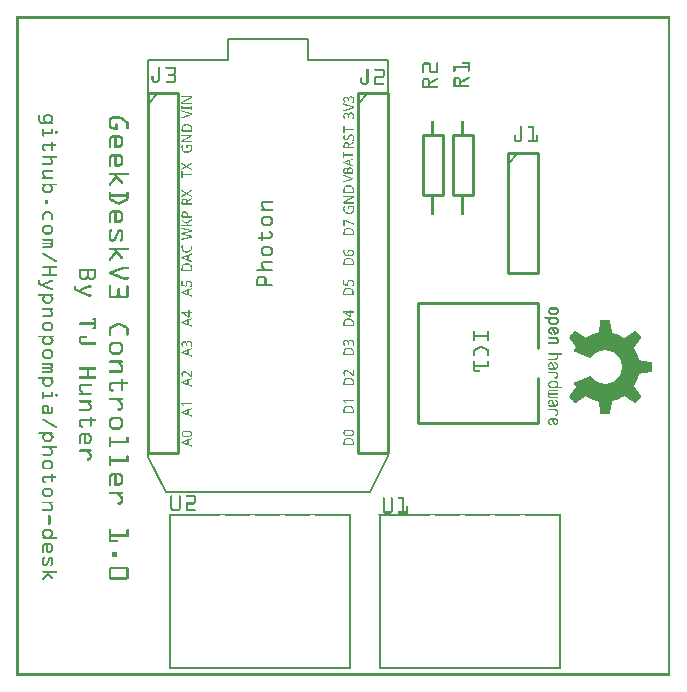
<source format=gto>
G04 MADE WITH FRITZING*
G04 WWW.FRITZING.ORG*
G04 DOUBLE SIDED*
G04 HOLES PLATED*
G04 CONTOUR ON CENTER OF CONTOUR VECTOR*
%ASAXBY*%
%FSLAX23Y23*%
%MOIN*%
%OFA0B0*%
%SFA1.0B1.0*%
%ADD10C,0.010000*%
%ADD11C,0.008000*%
%ADD12C,0.005000*%
%ADD13C,0.006945*%
%ADD14R,0.001000X0.001000*%
%LNSILK1*%
G90*
G70*
G54D10*
X1454Y1602D02*
X1454Y1802D01*
D02*
X1454Y1802D02*
X1520Y1802D01*
D02*
X1520Y1802D02*
X1520Y1602D01*
D02*
X1520Y1602D02*
X1454Y1602D01*
D02*
X1737Y1242D02*
X1337Y1242D01*
D02*
X1337Y1242D02*
X1337Y842D01*
D02*
X1337Y842D02*
X1737Y842D01*
D02*
X1737Y1242D02*
X1737Y1092D01*
D02*
X1737Y992D02*
X1737Y842D01*
D02*
X1354Y1602D02*
X1354Y1802D01*
D02*
X1354Y1802D02*
X1420Y1802D01*
D02*
X1420Y1802D02*
X1420Y1602D01*
D02*
X1420Y1602D02*
X1354Y1602D01*
G54D11*
D02*
X1212Y24D02*
X1212Y536D01*
D02*
X1212Y24D02*
X1812Y24D01*
D02*
X1812Y536D02*
X1812Y24D01*
D02*
X512Y24D02*
X512Y536D01*
D02*
X512Y24D02*
X1112Y24D01*
D02*
X1112Y536D02*
X1112Y24D01*
G54D10*
D02*
X1637Y1742D02*
X1637Y1342D01*
D02*
X1637Y1342D02*
X1737Y1342D01*
D02*
X1737Y1342D02*
X1737Y1742D01*
D02*
X1737Y1742D02*
X1637Y1742D01*
G54D12*
D02*
X1637Y1707D02*
X1672Y1742D01*
G54D10*
D02*
X1137Y1942D02*
X1137Y742D01*
D02*
X1137Y742D02*
X1237Y742D01*
D02*
X1237Y742D02*
X1237Y1942D01*
D02*
X1237Y1942D02*
X1137Y1942D01*
G54D12*
D02*
X1137Y1907D02*
X1172Y1942D01*
G54D10*
D02*
X437Y1942D02*
X437Y742D01*
D02*
X437Y742D02*
X537Y742D01*
D02*
X537Y742D02*
X537Y1942D01*
D02*
X537Y1942D02*
X437Y1942D01*
G54D12*
D02*
X437Y1907D02*
X472Y1942D01*
G54D13*
X437Y2053D02*
X704Y2053D01*
X704Y2121D01*
X970Y2122D01*
X970Y2053D01*
X1238Y2053D01*
X1237Y733D01*
X1178Y613D01*
X498Y613D01*
X439Y729D01*
X437Y2053D01*
D02*
G54D14*
X0Y2198D02*
X2179Y2198D01*
X0Y2197D02*
X2179Y2197D01*
X0Y2196D02*
X2179Y2196D01*
X0Y2195D02*
X2179Y2195D01*
X0Y2194D02*
X2179Y2194D01*
X0Y2193D02*
X2179Y2193D01*
X0Y2192D02*
X2179Y2192D01*
X0Y2191D02*
X2179Y2191D01*
X0Y2190D02*
X7Y2190D01*
X2172Y2190D02*
X2179Y2190D01*
X0Y2189D02*
X7Y2189D01*
X2172Y2189D02*
X2179Y2189D01*
X0Y2188D02*
X7Y2188D01*
X2172Y2188D02*
X2179Y2188D01*
X0Y2187D02*
X7Y2187D01*
X2172Y2187D02*
X2179Y2187D01*
X0Y2186D02*
X7Y2186D01*
X2172Y2186D02*
X2179Y2186D01*
X0Y2185D02*
X7Y2185D01*
X2172Y2185D02*
X2179Y2185D01*
X0Y2184D02*
X7Y2184D01*
X2172Y2184D02*
X2179Y2184D01*
X0Y2183D02*
X7Y2183D01*
X2172Y2183D02*
X2179Y2183D01*
X0Y2182D02*
X7Y2182D01*
X2172Y2182D02*
X2179Y2182D01*
X0Y2181D02*
X7Y2181D01*
X2172Y2181D02*
X2179Y2181D01*
X0Y2180D02*
X7Y2180D01*
X2172Y2180D02*
X2179Y2180D01*
X0Y2179D02*
X7Y2179D01*
X2172Y2179D02*
X2179Y2179D01*
X0Y2178D02*
X7Y2178D01*
X2172Y2178D02*
X2179Y2178D01*
X0Y2177D02*
X7Y2177D01*
X2172Y2177D02*
X2179Y2177D01*
X0Y2176D02*
X7Y2176D01*
X2172Y2176D02*
X2179Y2176D01*
X0Y2175D02*
X7Y2175D01*
X2172Y2175D02*
X2179Y2175D01*
X0Y2174D02*
X7Y2174D01*
X2172Y2174D02*
X2179Y2174D01*
X0Y2173D02*
X7Y2173D01*
X2172Y2173D02*
X2179Y2173D01*
X0Y2172D02*
X7Y2172D01*
X2172Y2172D02*
X2179Y2172D01*
X0Y2171D02*
X7Y2171D01*
X2172Y2171D02*
X2179Y2171D01*
X0Y2170D02*
X7Y2170D01*
X2172Y2170D02*
X2179Y2170D01*
X0Y2169D02*
X7Y2169D01*
X2172Y2169D02*
X2179Y2169D01*
X0Y2168D02*
X7Y2168D01*
X2172Y2168D02*
X2179Y2168D01*
X0Y2167D02*
X7Y2167D01*
X2172Y2167D02*
X2179Y2167D01*
X0Y2166D02*
X7Y2166D01*
X2172Y2166D02*
X2179Y2166D01*
X0Y2165D02*
X7Y2165D01*
X2172Y2165D02*
X2179Y2165D01*
X0Y2164D02*
X7Y2164D01*
X2172Y2164D02*
X2179Y2164D01*
X0Y2163D02*
X7Y2163D01*
X2172Y2163D02*
X2179Y2163D01*
X0Y2162D02*
X7Y2162D01*
X2172Y2162D02*
X2179Y2162D01*
X0Y2161D02*
X7Y2161D01*
X2172Y2161D02*
X2179Y2161D01*
X0Y2160D02*
X7Y2160D01*
X2172Y2160D02*
X2179Y2160D01*
X0Y2159D02*
X7Y2159D01*
X2172Y2159D02*
X2179Y2159D01*
X0Y2158D02*
X7Y2158D01*
X2172Y2158D02*
X2179Y2158D01*
X0Y2157D02*
X7Y2157D01*
X2172Y2157D02*
X2179Y2157D01*
X0Y2156D02*
X7Y2156D01*
X2172Y2156D02*
X2179Y2156D01*
X0Y2155D02*
X7Y2155D01*
X2172Y2155D02*
X2179Y2155D01*
X0Y2154D02*
X7Y2154D01*
X2172Y2154D02*
X2179Y2154D01*
X0Y2153D02*
X7Y2153D01*
X2172Y2153D02*
X2179Y2153D01*
X0Y2152D02*
X7Y2152D01*
X2172Y2152D02*
X2179Y2152D01*
X0Y2151D02*
X7Y2151D01*
X2172Y2151D02*
X2179Y2151D01*
X0Y2150D02*
X7Y2150D01*
X2172Y2150D02*
X2179Y2150D01*
X0Y2149D02*
X7Y2149D01*
X2172Y2149D02*
X2179Y2149D01*
X0Y2148D02*
X7Y2148D01*
X2172Y2148D02*
X2179Y2148D01*
X0Y2147D02*
X7Y2147D01*
X2172Y2147D02*
X2179Y2147D01*
X0Y2146D02*
X7Y2146D01*
X2172Y2146D02*
X2179Y2146D01*
X0Y2145D02*
X7Y2145D01*
X2172Y2145D02*
X2179Y2145D01*
X0Y2144D02*
X7Y2144D01*
X2172Y2144D02*
X2179Y2144D01*
X0Y2143D02*
X7Y2143D01*
X2172Y2143D02*
X2179Y2143D01*
X0Y2142D02*
X7Y2142D01*
X2172Y2142D02*
X2179Y2142D01*
X0Y2141D02*
X7Y2141D01*
X2172Y2141D02*
X2179Y2141D01*
X0Y2140D02*
X7Y2140D01*
X2172Y2140D02*
X2179Y2140D01*
X0Y2139D02*
X7Y2139D01*
X2172Y2139D02*
X2179Y2139D01*
X0Y2138D02*
X7Y2138D01*
X2172Y2138D02*
X2179Y2138D01*
X0Y2137D02*
X7Y2137D01*
X2172Y2137D02*
X2179Y2137D01*
X0Y2136D02*
X7Y2136D01*
X2172Y2136D02*
X2179Y2136D01*
X0Y2135D02*
X7Y2135D01*
X2172Y2135D02*
X2179Y2135D01*
X0Y2134D02*
X7Y2134D01*
X2172Y2134D02*
X2179Y2134D01*
X0Y2133D02*
X7Y2133D01*
X2172Y2133D02*
X2179Y2133D01*
X0Y2132D02*
X7Y2132D01*
X2172Y2132D02*
X2179Y2132D01*
X0Y2131D02*
X7Y2131D01*
X2172Y2131D02*
X2179Y2131D01*
X0Y2130D02*
X7Y2130D01*
X2172Y2130D02*
X2179Y2130D01*
X0Y2129D02*
X7Y2129D01*
X2172Y2129D02*
X2179Y2129D01*
X0Y2128D02*
X7Y2128D01*
X2172Y2128D02*
X2179Y2128D01*
X0Y2127D02*
X7Y2127D01*
X2172Y2127D02*
X2179Y2127D01*
X0Y2126D02*
X7Y2126D01*
X2172Y2126D02*
X2179Y2126D01*
X0Y2125D02*
X7Y2125D01*
X2172Y2125D02*
X2179Y2125D01*
X0Y2124D02*
X7Y2124D01*
X2172Y2124D02*
X2179Y2124D01*
X0Y2123D02*
X7Y2123D01*
X2172Y2123D02*
X2179Y2123D01*
X0Y2122D02*
X7Y2122D01*
X2172Y2122D02*
X2179Y2122D01*
X0Y2121D02*
X7Y2121D01*
X2172Y2121D02*
X2179Y2121D01*
X0Y2120D02*
X7Y2120D01*
X2172Y2120D02*
X2179Y2120D01*
X0Y2119D02*
X7Y2119D01*
X2172Y2119D02*
X2179Y2119D01*
X0Y2118D02*
X7Y2118D01*
X2172Y2118D02*
X2179Y2118D01*
X0Y2117D02*
X7Y2117D01*
X2172Y2117D02*
X2179Y2117D01*
X0Y2116D02*
X7Y2116D01*
X2172Y2116D02*
X2179Y2116D01*
X0Y2115D02*
X7Y2115D01*
X2172Y2115D02*
X2179Y2115D01*
X0Y2114D02*
X7Y2114D01*
X2172Y2114D02*
X2179Y2114D01*
X0Y2113D02*
X7Y2113D01*
X2172Y2113D02*
X2179Y2113D01*
X0Y2112D02*
X7Y2112D01*
X2172Y2112D02*
X2179Y2112D01*
X0Y2111D02*
X7Y2111D01*
X2172Y2111D02*
X2179Y2111D01*
X0Y2110D02*
X7Y2110D01*
X2172Y2110D02*
X2179Y2110D01*
X0Y2109D02*
X7Y2109D01*
X2172Y2109D02*
X2179Y2109D01*
X0Y2108D02*
X7Y2108D01*
X2172Y2108D02*
X2179Y2108D01*
X0Y2107D02*
X7Y2107D01*
X2172Y2107D02*
X2179Y2107D01*
X0Y2106D02*
X7Y2106D01*
X2172Y2106D02*
X2179Y2106D01*
X0Y2105D02*
X7Y2105D01*
X2172Y2105D02*
X2179Y2105D01*
X0Y2104D02*
X7Y2104D01*
X2172Y2104D02*
X2179Y2104D01*
X0Y2103D02*
X7Y2103D01*
X2172Y2103D02*
X2179Y2103D01*
X0Y2102D02*
X7Y2102D01*
X2172Y2102D02*
X2179Y2102D01*
X0Y2101D02*
X7Y2101D01*
X2172Y2101D02*
X2179Y2101D01*
X0Y2100D02*
X7Y2100D01*
X2172Y2100D02*
X2179Y2100D01*
X0Y2099D02*
X7Y2099D01*
X2172Y2099D02*
X2179Y2099D01*
X0Y2098D02*
X7Y2098D01*
X2172Y2098D02*
X2179Y2098D01*
X0Y2097D02*
X7Y2097D01*
X2172Y2097D02*
X2179Y2097D01*
X0Y2096D02*
X7Y2096D01*
X2172Y2096D02*
X2179Y2096D01*
X0Y2095D02*
X7Y2095D01*
X2172Y2095D02*
X2179Y2095D01*
X0Y2094D02*
X7Y2094D01*
X2172Y2094D02*
X2179Y2094D01*
X0Y2093D02*
X7Y2093D01*
X2172Y2093D02*
X2179Y2093D01*
X0Y2092D02*
X7Y2092D01*
X2172Y2092D02*
X2179Y2092D01*
X0Y2091D02*
X7Y2091D01*
X2172Y2091D02*
X2179Y2091D01*
X0Y2090D02*
X7Y2090D01*
X2172Y2090D02*
X2179Y2090D01*
X0Y2089D02*
X7Y2089D01*
X2172Y2089D02*
X2179Y2089D01*
X0Y2088D02*
X7Y2088D01*
X2172Y2088D02*
X2179Y2088D01*
X0Y2087D02*
X7Y2087D01*
X2172Y2087D02*
X2179Y2087D01*
X0Y2086D02*
X7Y2086D01*
X2172Y2086D02*
X2179Y2086D01*
X0Y2085D02*
X7Y2085D01*
X2172Y2085D02*
X2179Y2085D01*
X0Y2084D02*
X7Y2084D01*
X2172Y2084D02*
X2179Y2084D01*
X0Y2083D02*
X7Y2083D01*
X2172Y2083D02*
X2179Y2083D01*
X0Y2082D02*
X7Y2082D01*
X2172Y2082D02*
X2179Y2082D01*
X0Y2081D02*
X7Y2081D01*
X2172Y2081D02*
X2179Y2081D01*
X0Y2080D02*
X7Y2080D01*
X2172Y2080D02*
X2179Y2080D01*
X0Y2079D02*
X7Y2079D01*
X2172Y2079D02*
X2179Y2079D01*
X0Y2078D02*
X7Y2078D01*
X2172Y2078D02*
X2179Y2078D01*
X0Y2077D02*
X7Y2077D01*
X2172Y2077D02*
X2179Y2077D01*
X0Y2076D02*
X7Y2076D01*
X2172Y2076D02*
X2179Y2076D01*
X0Y2075D02*
X7Y2075D01*
X2172Y2075D02*
X2179Y2075D01*
X0Y2074D02*
X7Y2074D01*
X2172Y2074D02*
X2179Y2074D01*
X0Y2073D02*
X7Y2073D01*
X2172Y2073D02*
X2179Y2073D01*
X0Y2072D02*
X7Y2072D01*
X2172Y2072D02*
X2179Y2072D01*
X0Y2071D02*
X7Y2071D01*
X2172Y2071D02*
X2179Y2071D01*
X0Y2070D02*
X7Y2070D01*
X2172Y2070D02*
X2179Y2070D01*
X0Y2069D02*
X7Y2069D01*
X2172Y2069D02*
X2179Y2069D01*
X0Y2068D02*
X7Y2068D01*
X2172Y2068D02*
X2179Y2068D01*
X0Y2067D02*
X7Y2067D01*
X2172Y2067D02*
X2179Y2067D01*
X0Y2066D02*
X7Y2066D01*
X2172Y2066D02*
X2179Y2066D01*
X0Y2065D02*
X7Y2065D01*
X2172Y2065D02*
X2179Y2065D01*
X0Y2064D02*
X7Y2064D01*
X2172Y2064D02*
X2179Y2064D01*
X0Y2063D02*
X7Y2063D01*
X2172Y2063D02*
X2179Y2063D01*
X0Y2062D02*
X7Y2062D01*
X2172Y2062D02*
X2179Y2062D01*
X0Y2061D02*
X7Y2061D01*
X2172Y2061D02*
X2179Y2061D01*
X0Y2060D02*
X7Y2060D01*
X2172Y2060D02*
X2179Y2060D01*
X0Y2059D02*
X7Y2059D01*
X2172Y2059D02*
X2179Y2059D01*
X0Y2058D02*
X7Y2058D01*
X2172Y2058D02*
X2179Y2058D01*
X0Y2057D02*
X7Y2057D01*
X2172Y2057D02*
X2179Y2057D01*
X0Y2056D02*
X7Y2056D01*
X2172Y2056D02*
X2179Y2056D01*
X0Y2055D02*
X7Y2055D01*
X2172Y2055D02*
X2179Y2055D01*
X0Y2054D02*
X7Y2054D01*
X2172Y2054D02*
X2179Y2054D01*
X0Y2053D02*
X7Y2053D01*
X2172Y2053D02*
X2179Y2053D01*
X0Y2052D02*
X7Y2052D01*
X2172Y2052D02*
X2179Y2052D01*
X0Y2051D02*
X7Y2051D01*
X2172Y2051D02*
X2179Y2051D01*
X0Y2050D02*
X7Y2050D01*
X2172Y2050D02*
X2179Y2050D01*
X0Y2049D02*
X7Y2049D01*
X2172Y2049D02*
X2179Y2049D01*
X0Y2048D02*
X7Y2048D01*
X2172Y2048D02*
X2179Y2048D01*
X0Y2047D02*
X7Y2047D01*
X2172Y2047D02*
X2179Y2047D01*
X0Y2046D02*
X7Y2046D01*
X1487Y2046D02*
X1508Y2046D01*
X2172Y2046D02*
X2179Y2046D01*
X0Y2045D02*
X7Y2045D01*
X1487Y2045D02*
X1509Y2045D01*
X2172Y2045D02*
X2179Y2045D01*
X0Y2044D02*
X7Y2044D01*
X1359Y2044D02*
X1376Y2044D01*
X1403Y2044D02*
X1403Y2044D01*
X1486Y2044D02*
X1510Y2044D01*
X2172Y2044D02*
X2179Y2044D01*
X0Y2043D02*
X7Y2043D01*
X1356Y2043D02*
X1379Y2043D01*
X1401Y2043D02*
X1405Y2043D01*
X1486Y2043D02*
X1510Y2043D01*
X2172Y2043D02*
X2179Y2043D01*
X0Y2042D02*
X7Y2042D01*
X1355Y2042D02*
X1380Y2042D01*
X1400Y2042D02*
X1406Y2042D01*
X1486Y2042D02*
X1510Y2042D01*
X2172Y2042D02*
X2179Y2042D01*
X0Y2041D02*
X7Y2041D01*
X1354Y2041D02*
X1381Y2041D01*
X1400Y2041D02*
X1406Y2041D01*
X1487Y2041D02*
X1510Y2041D01*
X2172Y2041D02*
X2179Y2041D01*
X0Y2040D02*
X7Y2040D01*
X1354Y2040D02*
X1382Y2040D01*
X1400Y2040D02*
X1406Y2040D01*
X1488Y2040D02*
X1510Y2040D01*
X2172Y2040D02*
X2179Y2040D01*
X0Y2039D02*
X7Y2039D01*
X1353Y2039D02*
X1382Y2039D01*
X1400Y2039D02*
X1406Y2039D01*
X1504Y2039D02*
X1510Y2039D01*
X2172Y2039D02*
X2179Y2039D01*
X0Y2038D02*
X7Y2038D01*
X1353Y2038D02*
X1382Y2038D01*
X1400Y2038D02*
X1406Y2038D01*
X1504Y2038D02*
X1510Y2038D01*
X2172Y2038D02*
X2179Y2038D01*
X0Y2037D02*
X7Y2037D01*
X1353Y2037D02*
X1382Y2037D01*
X1400Y2037D02*
X1406Y2037D01*
X1504Y2037D02*
X1510Y2037D01*
X2172Y2037D02*
X2179Y2037D01*
X0Y2036D02*
X7Y2036D01*
X1353Y2036D02*
X1359Y2036D01*
X1377Y2036D02*
X1382Y2036D01*
X1400Y2036D02*
X1406Y2036D01*
X1504Y2036D02*
X1510Y2036D01*
X2172Y2036D02*
X2179Y2036D01*
X0Y2035D02*
X7Y2035D01*
X1353Y2035D02*
X1359Y2035D01*
X1377Y2035D02*
X1382Y2035D01*
X1400Y2035D02*
X1406Y2035D01*
X1504Y2035D02*
X1510Y2035D01*
X2172Y2035D02*
X2179Y2035D01*
X0Y2034D02*
X7Y2034D01*
X1353Y2034D02*
X1359Y2034D01*
X1377Y2034D02*
X1382Y2034D01*
X1400Y2034D02*
X1406Y2034D01*
X1504Y2034D02*
X1510Y2034D01*
X2172Y2034D02*
X2179Y2034D01*
X0Y2033D02*
X7Y2033D01*
X1353Y2033D02*
X1359Y2033D01*
X1377Y2033D02*
X1382Y2033D01*
X1400Y2033D02*
X1406Y2033D01*
X1503Y2033D02*
X1510Y2033D01*
X2172Y2033D02*
X2179Y2033D01*
X0Y2032D02*
X7Y2032D01*
X1353Y2032D02*
X1359Y2032D01*
X1377Y2032D02*
X1382Y2032D01*
X1400Y2032D02*
X1406Y2032D01*
X1457Y2032D02*
X1510Y2032D01*
X2172Y2032D02*
X2179Y2032D01*
X0Y2031D02*
X7Y2031D01*
X1353Y2031D02*
X1359Y2031D01*
X1377Y2031D02*
X1382Y2031D01*
X1400Y2031D02*
X1406Y2031D01*
X1457Y2031D02*
X1510Y2031D01*
X2172Y2031D02*
X2179Y2031D01*
X0Y2030D02*
X7Y2030D01*
X1353Y2030D02*
X1359Y2030D01*
X1377Y2030D02*
X1382Y2030D01*
X1400Y2030D02*
X1406Y2030D01*
X1457Y2030D02*
X1510Y2030D01*
X2172Y2030D02*
X2179Y2030D01*
X0Y2029D02*
X7Y2029D01*
X472Y2029D02*
X476Y2029D01*
X498Y2029D02*
X527Y2029D01*
X1353Y2029D02*
X1359Y2029D01*
X1377Y2029D02*
X1382Y2029D01*
X1400Y2029D02*
X1406Y2029D01*
X1457Y2029D02*
X1510Y2029D01*
X2172Y2029D02*
X2179Y2029D01*
X0Y2028D02*
X7Y2028D01*
X472Y2028D02*
X477Y2028D01*
X498Y2028D02*
X529Y2028D01*
X1353Y2028D02*
X1359Y2028D01*
X1377Y2028D02*
X1382Y2028D01*
X1400Y2028D02*
X1406Y2028D01*
X1457Y2028D02*
X1510Y2028D01*
X2172Y2028D02*
X2179Y2028D01*
X0Y2027D02*
X7Y2027D01*
X471Y2027D02*
X477Y2027D01*
X497Y2027D02*
X530Y2027D01*
X1353Y2027D02*
X1359Y2027D01*
X1377Y2027D02*
X1382Y2027D01*
X1400Y2027D02*
X1406Y2027D01*
X1457Y2027D02*
X1510Y2027D01*
X2172Y2027D02*
X2179Y2027D01*
X0Y2026D02*
X7Y2026D01*
X471Y2026D02*
X477Y2026D01*
X497Y2026D02*
X530Y2026D01*
X1353Y2026D02*
X1359Y2026D01*
X1377Y2026D02*
X1382Y2026D01*
X1400Y2026D02*
X1406Y2026D01*
X1457Y2026D02*
X1510Y2026D01*
X2172Y2026D02*
X2179Y2026D01*
X0Y2025D02*
X7Y2025D01*
X471Y2025D02*
X477Y2025D01*
X498Y2025D02*
X531Y2025D01*
X1353Y2025D02*
X1359Y2025D01*
X1377Y2025D02*
X1382Y2025D01*
X1400Y2025D02*
X1406Y2025D01*
X1457Y2025D02*
X1463Y2025D01*
X1504Y2025D02*
X1510Y2025D01*
X2172Y2025D02*
X2179Y2025D01*
X0Y2024D02*
X7Y2024D01*
X471Y2024D02*
X477Y2024D01*
X498Y2024D02*
X531Y2024D01*
X1353Y2024D02*
X1359Y2024D01*
X1377Y2024D02*
X1382Y2024D01*
X1400Y2024D02*
X1406Y2024D01*
X1457Y2024D02*
X1463Y2024D01*
X1504Y2024D02*
X1510Y2024D01*
X2172Y2024D02*
X2179Y2024D01*
X0Y2023D02*
X7Y2023D01*
X471Y2023D02*
X477Y2023D01*
X500Y2023D02*
X531Y2023D01*
X1168Y2023D02*
X1171Y2023D01*
X1194Y2023D02*
X1223Y2023D01*
X1353Y2023D02*
X1359Y2023D01*
X1377Y2023D02*
X1382Y2023D01*
X1400Y2023D02*
X1406Y2023D01*
X1457Y2023D02*
X1463Y2023D01*
X1504Y2023D02*
X1510Y2023D01*
X2172Y2023D02*
X2179Y2023D01*
X0Y2022D02*
X7Y2022D01*
X471Y2022D02*
X477Y2022D01*
X525Y2022D02*
X531Y2022D01*
X1167Y2022D02*
X1172Y2022D01*
X1194Y2022D02*
X1224Y2022D01*
X1353Y2022D02*
X1359Y2022D01*
X1377Y2022D02*
X1382Y2022D01*
X1400Y2022D02*
X1406Y2022D01*
X1457Y2022D02*
X1463Y2022D01*
X1504Y2022D02*
X1510Y2022D01*
X2172Y2022D02*
X2179Y2022D01*
X0Y2021D02*
X7Y2021D01*
X471Y2021D02*
X477Y2021D01*
X525Y2021D02*
X531Y2021D01*
X1167Y2021D02*
X1173Y2021D01*
X1193Y2021D02*
X1225Y2021D01*
X1353Y2021D02*
X1359Y2021D01*
X1377Y2021D02*
X1382Y2021D01*
X1400Y2021D02*
X1406Y2021D01*
X1457Y2021D02*
X1463Y2021D01*
X1504Y2021D02*
X1510Y2021D01*
X2172Y2021D02*
X2179Y2021D01*
X0Y2020D02*
X7Y2020D01*
X471Y2020D02*
X477Y2020D01*
X525Y2020D02*
X531Y2020D01*
X1167Y2020D02*
X1173Y2020D01*
X1193Y2020D02*
X1226Y2020D01*
X1353Y2020D02*
X1359Y2020D01*
X1377Y2020D02*
X1382Y2020D01*
X1400Y2020D02*
X1406Y2020D01*
X1457Y2020D02*
X1463Y2020D01*
X1504Y2020D02*
X1510Y2020D01*
X2172Y2020D02*
X2179Y2020D01*
X0Y2019D02*
X7Y2019D01*
X471Y2019D02*
X477Y2019D01*
X525Y2019D02*
X531Y2019D01*
X1167Y2019D02*
X1173Y2019D01*
X1193Y2019D02*
X1226Y2019D01*
X1353Y2019D02*
X1359Y2019D01*
X1377Y2019D02*
X1382Y2019D01*
X1400Y2019D02*
X1406Y2019D01*
X1457Y2019D02*
X1463Y2019D01*
X1504Y2019D02*
X1510Y2019D01*
X2172Y2019D02*
X2179Y2019D01*
X0Y2018D02*
X7Y2018D01*
X471Y2018D02*
X477Y2018D01*
X525Y2018D02*
X531Y2018D01*
X1167Y2018D02*
X1173Y2018D01*
X1194Y2018D02*
X1227Y2018D01*
X1353Y2018D02*
X1359Y2018D01*
X1377Y2018D02*
X1382Y2018D01*
X1400Y2018D02*
X1406Y2018D01*
X1457Y2018D02*
X1463Y2018D01*
X1504Y2018D02*
X1510Y2018D01*
X2172Y2018D02*
X2179Y2018D01*
X0Y2017D02*
X7Y2017D01*
X471Y2017D02*
X477Y2017D01*
X525Y2017D02*
X531Y2017D01*
X1167Y2017D02*
X1173Y2017D01*
X1195Y2017D02*
X1227Y2017D01*
X1353Y2017D02*
X1359Y2017D01*
X1377Y2017D02*
X1382Y2017D01*
X1400Y2017D02*
X1406Y2017D01*
X1457Y2017D02*
X1463Y2017D01*
X1504Y2017D02*
X1510Y2017D01*
X2172Y2017D02*
X2179Y2017D01*
X0Y2016D02*
X7Y2016D01*
X471Y2016D02*
X477Y2016D01*
X525Y2016D02*
X531Y2016D01*
X1167Y2016D02*
X1173Y2016D01*
X1221Y2016D02*
X1227Y2016D01*
X1353Y2016D02*
X1359Y2016D01*
X1377Y2016D02*
X1406Y2016D01*
X1457Y2016D02*
X1463Y2016D01*
X1504Y2016D02*
X1510Y2016D01*
X2172Y2016D02*
X2179Y2016D01*
X0Y2015D02*
X7Y2015D01*
X471Y2015D02*
X477Y2015D01*
X525Y2015D02*
X531Y2015D01*
X1167Y2015D02*
X1173Y2015D01*
X1221Y2015D02*
X1227Y2015D01*
X1353Y2015D02*
X1359Y2015D01*
X1377Y2015D02*
X1406Y2015D01*
X1457Y2015D02*
X1463Y2015D01*
X1504Y2015D02*
X1510Y2015D01*
X2172Y2015D02*
X2179Y2015D01*
X0Y2014D02*
X7Y2014D01*
X471Y2014D02*
X477Y2014D01*
X525Y2014D02*
X531Y2014D01*
X1167Y2014D02*
X1173Y2014D01*
X1221Y2014D02*
X1227Y2014D01*
X1353Y2014D02*
X1359Y2014D01*
X1377Y2014D02*
X1406Y2014D01*
X1457Y2014D02*
X1462Y2014D01*
X1504Y2014D02*
X1509Y2014D01*
X2172Y2014D02*
X2179Y2014D01*
X0Y2013D02*
X7Y2013D01*
X471Y2013D02*
X477Y2013D01*
X525Y2013D02*
X531Y2013D01*
X1167Y2013D02*
X1173Y2013D01*
X1221Y2013D02*
X1227Y2013D01*
X1353Y2013D02*
X1359Y2013D01*
X1377Y2013D02*
X1406Y2013D01*
X1458Y2013D02*
X1461Y2013D01*
X1505Y2013D02*
X1508Y2013D01*
X2172Y2013D02*
X2179Y2013D01*
X0Y2012D02*
X7Y2012D01*
X471Y2012D02*
X477Y2012D01*
X525Y2012D02*
X531Y2012D01*
X1167Y2012D02*
X1173Y2012D01*
X1221Y2012D02*
X1227Y2012D01*
X1353Y2012D02*
X1359Y2012D01*
X1378Y2012D02*
X1406Y2012D01*
X2172Y2012D02*
X2179Y2012D01*
X0Y2011D02*
X7Y2011D01*
X471Y2011D02*
X477Y2011D01*
X525Y2011D02*
X531Y2011D01*
X1167Y2011D02*
X1173Y2011D01*
X1221Y2011D02*
X1227Y2011D01*
X1353Y2011D02*
X1358Y2011D01*
X1379Y2011D02*
X1406Y2011D01*
X2172Y2011D02*
X2179Y2011D01*
X0Y2010D02*
X7Y2010D01*
X471Y2010D02*
X477Y2010D01*
X525Y2010D02*
X531Y2010D01*
X1167Y2010D02*
X1173Y2010D01*
X1221Y2010D02*
X1227Y2010D01*
X1355Y2010D02*
X1357Y2010D01*
X1381Y2010D02*
X1406Y2010D01*
X2172Y2010D02*
X2179Y2010D01*
X0Y2009D02*
X7Y2009D01*
X471Y2009D02*
X477Y2009D01*
X525Y2009D02*
X531Y2009D01*
X1167Y2009D02*
X1173Y2009D01*
X1221Y2009D02*
X1227Y2009D01*
X2172Y2009D02*
X2179Y2009D01*
X0Y2008D02*
X7Y2008D01*
X471Y2008D02*
X477Y2008D01*
X524Y2008D02*
X531Y2008D01*
X1167Y2008D02*
X1173Y2008D01*
X1221Y2008D02*
X1227Y2008D01*
X2172Y2008D02*
X2179Y2008D01*
X0Y2007D02*
X7Y2007D01*
X471Y2007D02*
X477Y2007D01*
X523Y2007D02*
X530Y2007D01*
X1167Y2007D02*
X1173Y2007D01*
X1221Y2007D02*
X1227Y2007D01*
X2172Y2007D02*
X2179Y2007D01*
X0Y2006D02*
X7Y2006D01*
X471Y2006D02*
X477Y2006D01*
X506Y2006D02*
X530Y2006D01*
X1167Y2006D02*
X1173Y2006D01*
X1221Y2006D02*
X1227Y2006D01*
X2172Y2006D02*
X2179Y2006D01*
X0Y2005D02*
X7Y2005D01*
X471Y2005D02*
X477Y2005D01*
X505Y2005D02*
X530Y2005D01*
X1167Y2005D02*
X1173Y2005D01*
X1221Y2005D02*
X1227Y2005D01*
X2172Y2005D02*
X2179Y2005D01*
X0Y2004D02*
X7Y2004D01*
X471Y2004D02*
X477Y2004D01*
X504Y2004D02*
X529Y2004D01*
X1167Y2004D02*
X1173Y2004D01*
X1221Y2004D02*
X1227Y2004D01*
X2172Y2004D02*
X2179Y2004D01*
X0Y2003D02*
X7Y2003D01*
X471Y2003D02*
X477Y2003D01*
X504Y2003D02*
X528Y2003D01*
X1167Y2003D02*
X1173Y2003D01*
X1221Y2003D02*
X1227Y2003D01*
X2172Y2003D02*
X2179Y2003D01*
X0Y2002D02*
X7Y2002D01*
X471Y2002D02*
X477Y2002D01*
X504Y2002D02*
X529Y2002D01*
X1167Y2002D02*
X1173Y2002D01*
X1221Y2002D02*
X1227Y2002D01*
X2172Y2002D02*
X2179Y2002D01*
X0Y2001D02*
X7Y2001D01*
X471Y2001D02*
X477Y2001D01*
X505Y2001D02*
X530Y2001D01*
X1167Y2001D02*
X1173Y2001D01*
X1221Y2001D02*
X1227Y2001D01*
X2172Y2001D02*
X2179Y2001D01*
X0Y2000D02*
X7Y2000D01*
X452Y2000D02*
X455Y2000D01*
X471Y2000D02*
X477Y2000D01*
X506Y2000D02*
X530Y2000D01*
X1167Y2000D02*
X1173Y2000D01*
X1199Y2000D02*
X1227Y2000D01*
X2172Y2000D02*
X2179Y2000D01*
X0Y1999D02*
X7Y1999D01*
X451Y1999D02*
X456Y1999D01*
X471Y1999D02*
X477Y1999D01*
X523Y1999D02*
X530Y1999D01*
X1167Y1999D02*
X1173Y1999D01*
X1196Y1999D02*
X1227Y1999D01*
X2172Y1999D02*
X2179Y1999D01*
X0Y1998D02*
X7Y1998D01*
X451Y1998D02*
X456Y1998D01*
X471Y1998D02*
X477Y1998D01*
X524Y1998D02*
X531Y1998D01*
X1167Y1998D02*
X1173Y1998D01*
X1195Y1998D02*
X1226Y1998D01*
X2172Y1998D02*
X2179Y1998D01*
X0Y1997D02*
X7Y1997D01*
X450Y1997D02*
X457Y1997D01*
X471Y1997D02*
X477Y1997D01*
X525Y1997D02*
X531Y1997D01*
X1167Y1997D02*
X1173Y1997D01*
X1194Y1997D02*
X1226Y1997D01*
X2172Y1997D02*
X2179Y1997D01*
X0Y1996D02*
X7Y1996D01*
X450Y1996D02*
X457Y1996D01*
X471Y1996D02*
X477Y1996D01*
X525Y1996D02*
X531Y1996D01*
X1167Y1996D02*
X1173Y1996D01*
X1194Y1996D02*
X1225Y1996D01*
X1464Y1996D02*
X1473Y1996D01*
X1505Y1996D02*
X1508Y1996D01*
X2172Y1996D02*
X2179Y1996D01*
X0Y1995D02*
X7Y1995D01*
X450Y1995D02*
X457Y1995D01*
X471Y1995D02*
X477Y1995D01*
X525Y1995D02*
X531Y1995D01*
X1167Y1995D02*
X1173Y1995D01*
X1193Y1995D02*
X1224Y1995D01*
X1462Y1995D02*
X1475Y1995D01*
X1504Y1995D02*
X1509Y1995D01*
X2172Y1995D02*
X2179Y1995D01*
X0Y1994D02*
X7Y1994D01*
X450Y1994D02*
X457Y1994D01*
X471Y1994D02*
X477Y1994D01*
X525Y1994D02*
X531Y1994D01*
X1148Y1994D02*
X1150Y1994D01*
X1167Y1994D02*
X1173Y1994D01*
X1193Y1994D02*
X1223Y1994D01*
X1460Y1994D02*
X1476Y1994D01*
X1502Y1994D02*
X1510Y1994D01*
X2172Y1994D02*
X2179Y1994D01*
X0Y1993D02*
X7Y1993D01*
X450Y1993D02*
X457Y1993D01*
X471Y1993D02*
X477Y1993D01*
X525Y1993D02*
X531Y1993D01*
X1147Y1993D02*
X1151Y1993D01*
X1167Y1993D02*
X1173Y1993D01*
X1193Y1993D02*
X1199Y1993D01*
X1359Y1993D02*
X1370Y1993D01*
X1401Y1993D02*
X1405Y1993D01*
X1459Y1993D02*
X1477Y1993D01*
X1500Y1993D02*
X1510Y1993D01*
X2172Y1993D02*
X2179Y1993D01*
X0Y1992D02*
X7Y1992D01*
X450Y1992D02*
X457Y1992D01*
X471Y1992D02*
X477Y1992D01*
X525Y1992D02*
X531Y1992D01*
X1146Y1992D02*
X1152Y1992D01*
X1167Y1992D02*
X1173Y1992D01*
X1193Y1992D02*
X1199Y1992D01*
X1358Y1992D02*
X1372Y1992D01*
X1400Y1992D02*
X1406Y1992D01*
X1458Y1992D02*
X1478Y1992D01*
X1499Y1992D02*
X1510Y1992D01*
X2172Y1992D02*
X2179Y1992D01*
X0Y1991D02*
X7Y1991D01*
X450Y1991D02*
X457Y1991D01*
X471Y1991D02*
X477Y1991D01*
X525Y1991D02*
X531Y1991D01*
X1146Y1991D02*
X1152Y1991D01*
X1167Y1991D02*
X1173Y1991D01*
X1193Y1991D02*
X1199Y1991D01*
X1356Y1991D02*
X1373Y1991D01*
X1398Y1991D02*
X1406Y1991D01*
X1458Y1991D02*
X1479Y1991D01*
X1497Y1991D02*
X1509Y1991D01*
X2172Y1991D02*
X2179Y1991D01*
X0Y1990D02*
X7Y1990D01*
X450Y1990D02*
X457Y1990D01*
X471Y1990D02*
X477Y1990D01*
X525Y1990D02*
X531Y1990D01*
X1146Y1990D02*
X1152Y1990D01*
X1167Y1990D02*
X1173Y1990D01*
X1193Y1990D02*
X1199Y1990D01*
X1355Y1990D02*
X1374Y1990D01*
X1396Y1990D02*
X1406Y1990D01*
X1457Y1990D02*
X1479Y1990D01*
X1495Y1990D02*
X1508Y1990D01*
X2172Y1990D02*
X2179Y1990D01*
X0Y1989D02*
X7Y1989D01*
X450Y1989D02*
X457Y1989D01*
X471Y1989D02*
X477Y1989D01*
X525Y1989D02*
X531Y1989D01*
X1146Y1989D02*
X1152Y1989D01*
X1167Y1989D02*
X1173Y1989D01*
X1193Y1989D02*
X1199Y1989D01*
X1355Y1989D02*
X1375Y1989D01*
X1394Y1989D02*
X1406Y1989D01*
X1457Y1989D02*
X1464Y1989D01*
X1472Y1989D02*
X1480Y1989D01*
X1493Y1989D02*
X1506Y1989D01*
X2172Y1989D02*
X2179Y1989D01*
X0Y1988D02*
X7Y1988D01*
X450Y1988D02*
X457Y1988D01*
X471Y1988D02*
X477Y1988D01*
X525Y1988D02*
X531Y1988D01*
X1146Y1988D02*
X1152Y1988D01*
X1167Y1988D02*
X1173Y1988D01*
X1193Y1988D02*
X1199Y1988D01*
X1354Y1988D02*
X1375Y1988D01*
X1393Y1988D02*
X1405Y1988D01*
X1457Y1988D02*
X1463Y1988D01*
X1474Y1988D02*
X1480Y1988D01*
X1492Y1988D02*
X1505Y1988D01*
X2172Y1988D02*
X2179Y1988D01*
X0Y1987D02*
X7Y1987D01*
X450Y1987D02*
X457Y1987D01*
X471Y1987D02*
X477Y1987D01*
X525Y1987D02*
X531Y1987D01*
X1146Y1987D02*
X1152Y1987D01*
X1167Y1987D02*
X1173Y1987D01*
X1193Y1987D02*
X1199Y1987D01*
X1354Y1987D02*
X1376Y1987D01*
X1391Y1987D02*
X1404Y1987D01*
X1457Y1987D02*
X1463Y1987D01*
X1474Y1987D02*
X1480Y1987D01*
X1490Y1987D02*
X1503Y1987D01*
X2172Y1987D02*
X2179Y1987D01*
X0Y1986D02*
X7Y1986D01*
X451Y1986D02*
X457Y1986D01*
X471Y1986D02*
X477Y1986D01*
X525Y1986D02*
X531Y1986D01*
X1146Y1986D02*
X1152Y1986D01*
X1167Y1986D02*
X1173Y1986D01*
X1193Y1986D02*
X1199Y1986D01*
X1353Y1986D02*
X1360Y1986D01*
X1369Y1986D02*
X1376Y1986D01*
X1389Y1986D02*
X1402Y1986D01*
X1457Y1986D02*
X1463Y1986D01*
X1474Y1986D02*
X1480Y1986D01*
X1488Y1986D02*
X1501Y1986D01*
X2172Y1986D02*
X2179Y1986D01*
X0Y1985D02*
X7Y1985D01*
X451Y1985D02*
X457Y1985D01*
X471Y1985D02*
X477Y1985D01*
X525Y1985D02*
X531Y1985D01*
X1146Y1985D02*
X1152Y1985D01*
X1167Y1985D02*
X1173Y1985D01*
X1193Y1985D02*
X1199Y1985D01*
X1353Y1985D02*
X1359Y1985D01*
X1370Y1985D02*
X1376Y1985D01*
X1387Y1985D02*
X1401Y1985D01*
X1457Y1985D02*
X1463Y1985D01*
X1474Y1985D02*
X1480Y1985D01*
X1487Y1985D02*
X1500Y1985D01*
X2172Y1985D02*
X2179Y1985D01*
X0Y1984D02*
X7Y1984D01*
X451Y1984D02*
X457Y1984D01*
X470Y1984D02*
X477Y1984D01*
X525Y1984D02*
X531Y1984D01*
X1146Y1984D02*
X1152Y1984D01*
X1167Y1984D02*
X1173Y1984D01*
X1193Y1984D02*
X1199Y1984D01*
X1353Y1984D02*
X1359Y1984D01*
X1371Y1984D02*
X1377Y1984D01*
X1386Y1984D02*
X1399Y1984D01*
X1457Y1984D02*
X1463Y1984D01*
X1474Y1984D02*
X1480Y1984D01*
X1485Y1984D02*
X1498Y1984D01*
X2172Y1984D02*
X2179Y1984D01*
X0Y1983D02*
X7Y1983D01*
X451Y1983D02*
X459Y1983D01*
X469Y1983D02*
X477Y1983D01*
X525Y1983D02*
X531Y1983D01*
X1146Y1983D02*
X1152Y1983D01*
X1167Y1983D02*
X1173Y1983D01*
X1193Y1983D02*
X1199Y1983D01*
X1353Y1983D02*
X1359Y1983D01*
X1371Y1983D02*
X1377Y1983D01*
X1384Y1983D02*
X1397Y1983D01*
X1457Y1983D02*
X1463Y1983D01*
X1474Y1983D02*
X1480Y1983D01*
X1483Y1983D02*
X1496Y1983D01*
X2172Y1983D02*
X2179Y1983D01*
X0Y1982D02*
X7Y1982D01*
X451Y1982D02*
X476Y1982D01*
X499Y1982D02*
X531Y1982D01*
X1146Y1982D02*
X1152Y1982D01*
X1167Y1982D02*
X1173Y1982D01*
X1193Y1982D02*
X1199Y1982D01*
X1353Y1982D02*
X1359Y1982D01*
X1371Y1982D02*
X1377Y1982D01*
X1382Y1982D02*
X1395Y1982D01*
X1457Y1982D02*
X1463Y1982D01*
X1474Y1982D02*
X1494Y1982D01*
X2172Y1982D02*
X2179Y1982D01*
X0Y1981D02*
X7Y1981D01*
X452Y1981D02*
X476Y1981D01*
X498Y1981D02*
X531Y1981D01*
X1146Y1981D02*
X1152Y1981D01*
X1167Y1981D02*
X1173Y1981D01*
X1193Y1981D02*
X1199Y1981D01*
X1353Y1981D02*
X1359Y1981D01*
X1371Y1981D02*
X1377Y1981D01*
X1381Y1981D02*
X1394Y1981D01*
X1457Y1981D02*
X1463Y1981D01*
X1474Y1981D02*
X1493Y1981D01*
X2172Y1981D02*
X2179Y1981D01*
X0Y1980D02*
X7Y1980D01*
X453Y1980D02*
X475Y1980D01*
X497Y1980D02*
X530Y1980D01*
X1146Y1980D02*
X1152Y1980D01*
X1167Y1980D02*
X1173Y1980D01*
X1193Y1980D02*
X1199Y1980D01*
X1353Y1980D02*
X1359Y1980D01*
X1371Y1980D02*
X1377Y1980D01*
X1379Y1980D02*
X1392Y1980D01*
X1457Y1980D02*
X1463Y1980D01*
X1474Y1980D02*
X1491Y1980D01*
X2172Y1980D02*
X2179Y1980D01*
X0Y1979D02*
X7Y1979D01*
X454Y1979D02*
X474Y1979D01*
X497Y1979D02*
X530Y1979D01*
X1146Y1979D02*
X1152Y1979D01*
X1167Y1979D02*
X1173Y1979D01*
X1193Y1979D02*
X1199Y1979D01*
X1353Y1979D02*
X1359Y1979D01*
X1371Y1979D02*
X1390Y1979D01*
X1457Y1979D02*
X1463Y1979D01*
X1474Y1979D02*
X1489Y1979D01*
X2172Y1979D02*
X2179Y1979D01*
X0Y1978D02*
X7Y1978D01*
X455Y1978D02*
X473Y1978D01*
X498Y1978D02*
X529Y1978D01*
X1146Y1978D02*
X1153Y1978D01*
X1166Y1978D02*
X1173Y1978D01*
X1193Y1978D02*
X1199Y1978D01*
X1353Y1978D02*
X1359Y1978D01*
X1371Y1978D02*
X1389Y1978D01*
X1457Y1978D02*
X1463Y1978D01*
X1474Y1978D02*
X1488Y1978D01*
X2172Y1978D02*
X2179Y1978D01*
X0Y1977D02*
X7Y1977D01*
X456Y1977D02*
X472Y1977D01*
X498Y1977D02*
X528Y1977D01*
X1147Y1977D02*
X1154Y1977D01*
X1165Y1977D02*
X1173Y1977D01*
X1193Y1977D02*
X1199Y1977D01*
X1353Y1977D02*
X1359Y1977D01*
X1371Y1977D02*
X1387Y1977D01*
X1457Y1977D02*
X1463Y1977D01*
X1474Y1977D02*
X1486Y1977D01*
X2172Y1977D02*
X2179Y1977D01*
X0Y1976D02*
X7Y1976D01*
X459Y1976D02*
X469Y1976D01*
X500Y1976D02*
X525Y1976D01*
X1147Y1976D02*
X1172Y1976D01*
X1193Y1976D02*
X1225Y1976D01*
X1353Y1976D02*
X1359Y1976D01*
X1371Y1976D02*
X1385Y1976D01*
X1457Y1976D02*
X1463Y1976D01*
X1474Y1976D02*
X1484Y1976D01*
X2172Y1976D02*
X2179Y1976D01*
X0Y1975D02*
X7Y1975D01*
X1148Y1975D02*
X1172Y1975D01*
X1193Y1975D02*
X1226Y1975D01*
X1353Y1975D02*
X1359Y1975D01*
X1371Y1975D02*
X1383Y1975D01*
X1457Y1975D02*
X1463Y1975D01*
X1474Y1975D02*
X1482Y1975D01*
X2172Y1975D02*
X2179Y1975D01*
X0Y1974D02*
X7Y1974D01*
X1148Y1974D02*
X1171Y1974D01*
X1193Y1974D02*
X1226Y1974D01*
X1353Y1974D02*
X1359Y1974D01*
X1371Y1974D02*
X1382Y1974D01*
X1457Y1974D02*
X1463Y1974D01*
X1474Y1974D02*
X1481Y1974D01*
X2172Y1974D02*
X2179Y1974D01*
X0Y1973D02*
X7Y1973D01*
X1149Y1973D02*
X1170Y1973D01*
X1193Y1973D02*
X1227Y1973D01*
X1353Y1973D02*
X1359Y1973D01*
X1371Y1973D02*
X1380Y1973D01*
X1457Y1973D02*
X1463Y1973D01*
X1474Y1973D02*
X1480Y1973D01*
X2172Y1973D02*
X2179Y1973D01*
X0Y1972D02*
X7Y1972D01*
X1150Y1972D02*
X1169Y1972D01*
X1193Y1972D02*
X1226Y1972D01*
X1353Y1972D02*
X1359Y1972D01*
X1371Y1972D02*
X1378Y1972D01*
X1457Y1972D02*
X1463Y1972D01*
X1474Y1972D02*
X1480Y1972D01*
X2172Y1972D02*
X2179Y1972D01*
X0Y1971D02*
X7Y1971D01*
X1151Y1971D02*
X1168Y1971D01*
X1193Y1971D02*
X1226Y1971D01*
X1353Y1971D02*
X1359Y1971D01*
X1371Y1971D02*
X1377Y1971D01*
X1457Y1971D02*
X1463Y1971D01*
X1474Y1971D02*
X1480Y1971D01*
X2172Y1971D02*
X2179Y1971D01*
X0Y1970D02*
X7Y1970D01*
X1154Y1970D02*
X1166Y1970D01*
X1193Y1970D02*
X1225Y1970D01*
X1353Y1970D02*
X1359Y1970D01*
X1371Y1970D02*
X1377Y1970D01*
X1457Y1970D02*
X1463Y1970D01*
X1474Y1970D02*
X1480Y1970D01*
X2172Y1970D02*
X2179Y1970D01*
X0Y1969D02*
X7Y1969D01*
X1353Y1969D02*
X1359Y1969D01*
X1371Y1969D02*
X1377Y1969D01*
X1457Y1969D02*
X1463Y1969D01*
X1474Y1969D02*
X1481Y1969D01*
X2172Y1969D02*
X2179Y1969D01*
X0Y1968D02*
X7Y1968D01*
X1353Y1968D02*
X1359Y1968D01*
X1371Y1968D02*
X1377Y1968D01*
X1457Y1968D02*
X1509Y1968D01*
X2172Y1968D02*
X2179Y1968D01*
X0Y1967D02*
X7Y1967D01*
X1353Y1967D02*
X1359Y1967D01*
X1371Y1967D02*
X1377Y1967D01*
X1457Y1967D02*
X1509Y1967D01*
X2172Y1967D02*
X2179Y1967D01*
X0Y1966D02*
X7Y1966D01*
X1353Y1966D02*
X1404Y1966D01*
X1457Y1966D02*
X1510Y1966D01*
X2172Y1966D02*
X2179Y1966D01*
X0Y1965D02*
X7Y1965D01*
X1353Y1965D02*
X1405Y1965D01*
X1457Y1965D02*
X1510Y1965D01*
X2172Y1965D02*
X2179Y1965D01*
X0Y1964D02*
X7Y1964D01*
X1353Y1964D02*
X1406Y1964D01*
X1457Y1964D02*
X1509Y1964D01*
X2172Y1964D02*
X2179Y1964D01*
X0Y1963D02*
X7Y1963D01*
X1353Y1963D02*
X1406Y1963D01*
X1457Y1963D02*
X1509Y1963D01*
X2172Y1963D02*
X2179Y1963D01*
X0Y1962D02*
X7Y1962D01*
X1353Y1962D02*
X1406Y1962D01*
X1457Y1962D02*
X1507Y1962D01*
X2172Y1962D02*
X2179Y1962D01*
X0Y1961D02*
X7Y1961D01*
X1353Y1961D02*
X1406Y1961D01*
X2172Y1961D02*
X2179Y1961D01*
X0Y1960D02*
X7Y1960D01*
X1353Y1960D02*
X1405Y1960D01*
X2172Y1960D02*
X2179Y1960D01*
X0Y1959D02*
X7Y1959D01*
X2172Y1959D02*
X2179Y1959D01*
X0Y1958D02*
X7Y1958D01*
X2172Y1958D02*
X2179Y1958D01*
X0Y1957D02*
X7Y1957D01*
X2172Y1957D02*
X2179Y1957D01*
X0Y1956D02*
X7Y1956D01*
X2172Y1956D02*
X2179Y1956D01*
X0Y1955D02*
X7Y1955D01*
X2172Y1955D02*
X2179Y1955D01*
X0Y1954D02*
X7Y1954D01*
X2172Y1954D02*
X2179Y1954D01*
X0Y1953D02*
X7Y1953D01*
X2172Y1953D02*
X2179Y1953D01*
X0Y1952D02*
X7Y1952D01*
X2172Y1952D02*
X2179Y1952D01*
X0Y1951D02*
X7Y1951D01*
X2172Y1951D02*
X2179Y1951D01*
X0Y1950D02*
X7Y1950D01*
X2172Y1950D02*
X2179Y1950D01*
X0Y1949D02*
X7Y1949D01*
X2172Y1949D02*
X2179Y1949D01*
X0Y1948D02*
X7Y1948D01*
X2172Y1948D02*
X2179Y1948D01*
X0Y1947D02*
X7Y1947D01*
X2172Y1947D02*
X2179Y1947D01*
X0Y1946D02*
X7Y1946D01*
X2172Y1946D02*
X2179Y1946D01*
X0Y1945D02*
X7Y1945D01*
X2172Y1945D02*
X2179Y1945D01*
X0Y1944D02*
X7Y1944D01*
X2172Y1944D02*
X2179Y1944D01*
X0Y1943D02*
X7Y1943D01*
X2172Y1943D02*
X2179Y1943D01*
X0Y1942D02*
X7Y1942D01*
X2172Y1942D02*
X2179Y1942D01*
X0Y1941D02*
X7Y1941D01*
X2172Y1941D02*
X2179Y1941D01*
X0Y1940D02*
X7Y1940D01*
X2172Y1940D02*
X2179Y1940D01*
X0Y1939D02*
X7Y1939D01*
X2172Y1939D02*
X2179Y1939D01*
X0Y1938D02*
X7Y1938D01*
X2172Y1938D02*
X2179Y1938D01*
X0Y1937D02*
X7Y1937D01*
X2172Y1937D02*
X2179Y1937D01*
X0Y1936D02*
X7Y1936D01*
X2172Y1936D02*
X2179Y1936D01*
X0Y1935D02*
X7Y1935D01*
X2172Y1935D02*
X2179Y1935D01*
X0Y1934D02*
X7Y1934D01*
X2172Y1934D02*
X2179Y1934D01*
X0Y1933D02*
X7Y1933D01*
X2172Y1933D02*
X2179Y1933D01*
X0Y1932D02*
X7Y1932D01*
X2172Y1932D02*
X2179Y1932D01*
X0Y1931D02*
X7Y1931D01*
X550Y1931D02*
X585Y1931D01*
X1112Y1931D02*
X1118Y1931D01*
X2172Y1931D02*
X2179Y1931D01*
X0Y1930D02*
X7Y1930D01*
X550Y1930D02*
X585Y1930D01*
X1096Y1930D02*
X1100Y1930D01*
X1110Y1930D02*
X1120Y1930D01*
X2172Y1930D02*
X2179Y1930D01*
X0Y1929D02*
X7Y1929D01*
X550Y1929D02*
X585Y1929D01*
X1094Y1929D02*
X1103Y1929D01*
X1109Y1929D02*
X1121Y1929D01*
X2172Y1929D02*
X2179Y1929D01*
X0Y1928D02*
X7Y1928D01*
X551Y1928D02*
X585Y1928D01*
X1093Y1928D02*
X1104Y1928D01*
X1109Y1928D02*
X1122Y1928D01*
X2172Y1928D02*
X2179Y1928D01*
X0Y1927D02*
X7Y1927D01*
X578Y1927D02*
X584Y1927D01*
X1092Y1927D02*
X1104Y1927D01*
X1108Y1927D02*
X1112Y1927D01*
X1117Y1927D02*
X1123Y1927D01*
X2172Y1927D02*
X2179Y1927D01*
X0Y1926D02*
X7Y1926D01*
X576Y1926D02*
X583Y1926D01*
X1091Y1926D02*
X1096Y1926D01*
X1100Y1926D02*
X1104Y1926D01*
X1108Y1926D02*
X1110Y1926D01*
X1119Y1926D02*
X1123Y1926D01*
X2172Y1926D02*
X2179Y1926D01*
X0Y1925D02*
X7Y1925D01*
X575Y1925D02*
X581Y1925D01*
X1091Y1925D02*
X1094Y1925D01*
X1102Y1925D02*
X1105Y1925D01*
X1107Y1925D02*
X1109Y1925D01*
X1121Y1925D02*
X1123Y1925D01*
X2172Y1925D02*
X2179Y1925D01*
X0Y1924D02*
X7Y1924D01*
X573Y1924D02*
X580Y1924D01*
X1090Y1924D02*
X1093Y1924D01*
X1103Y1924D02*
X1109Y1924D01*
X1121Y1924D02*
X1124Y1924D01*
X2172Y1924D02*
X2179Y1924D01*
X0Y1923D02*
X7Y1923D01*
X571Y1923D02*
X578Y1923D01*
X1090Y1923D02*
X1093Y1923D01*
X1104Y1923D02*
X1109Y1923D01*
X1121Y1923D02*
X1124Y1923D01*
X2172Y1923D02*
X2179Y1923D01*
X0Y1922D02*
X7Y1922D01*
X569Y1922D02*
X576Y1922D01*
X1090Y1922D02*
X1092Y1922D01*
X1104Y1922D02*
X1108Y1922D01*
X1121Y1922D02*
X1124Y1922D01*
X2172Y1922D02*
X2179Y1922D01*
X0Y1921D02*
X7Y1921D01*
X567Y1921D02*
X574Y1921D01*
X1089Y1921D02*
X1092Y1921D01*
X1105Y1921D02*
X1108Y1921D01*
X1121Y1921D02*
X1124Y1921D01*
X2172Y1921D02*
X2179Y1921D01*
X0Y1920D02*
X7Y1920D01*
X566Y1920D02*
X572Y1920D01*
X1089Y1920D02*
X1092Y1920D01*
X1105Y1920D02*
X1108Y1920D01*
X1121Y1920D02*
X1124Y1920D01*
X2172Y1920D02*
X2179Y1920D01*
X0Y1919D02*
X7Y1919D01*
X564Y1919D02*
X571Y1919D01*
X1089Y1919D02*
X1092Y1919D01*
X1105Y1919D02*
X1108Y1919D01*
X1121Y1919D02*
X1124Y1919D01*
X2172Y1919D02*
X2179Y1919D01*
X0Y1918D02*
X7Y1918D01*
X562Y1918D02*
X569Y1918D01*
X1090Y1918D02*
X1093Y1918D01*
X1105Y1918D02*
X1107Y1918D01*
X1121Y1918D02*
X1124Y1918D01*
X2172Y1918D02*
X2179Y1918D01*
X0Y1917D02*
X7Y1917D01*
X560Y1917D02*
X567Y1917D01*
X1090Y1917D02*
X1093Y1917D01*
X1105Y1917D02*
X1107Y1917D01*
X1121Y1917D02*
X1124Y1917D01*
X2172Y1917D02*
X2179Y1917D01*
X0Y1916D02*
X7Y1916D01*
X558Y1916D02*
X565Y1916D01*
X1090Y1916D02*
X1093Y1916D01*
X1105Y1916D02*
X1107Y1916D01*
X1121Y1916D02*
X1124Y1916D01*
X2172Y1916D02*
X2179Y1916D01*
X0Y1915D02*
X7Y1915D01*
X557Y1915D02*
X563Y1915D01*
X1090Y1915D02*
X1094Y1915D01*
X1106Y1915D02*
X1107Y1915D01*
X1121Y1915D02*
X1124Y1915D01*
X2172Y1915D02*
X2179Y1915D01*
X0Y1914D02*
X7Y1914D01*
X555Y1914D02*
X562Y1914D01*
X1091Y1914D02*
X1094Y1914D01*
X1121Y1914D02*
X1124Y1914D01*
X2172Y1914D02*
X2179Y1914D01*
X0Y1913D02*
X7Y1913D01*
X553Y1913D02*
X560Y1913D01*
X1092Y1913D02*
X1095Y1913D01*
X1121Y1913D02*
X1124Y1913D01*
X2172Y1913D02*
X2179Y1913D01*
X0Y1912D02*
X7Y1912D01*
X551Y1912D02*
X558Y1912D01*
X1092Y1912D02*
X1095Y1912D01*
X1121Y1912D02*
X1124Y1912D01*
X2172Y1912D02*
X2179Y1912D01*
X0Y1911D02*
X7Y1911D01*
X550Y1911D02*
X556Y1911D01*
X1093Y1911D02*
X1094Y1911D01*
X1120Y1911D02*
X1123Y1911D01*
X2172Y1911D02*
X2179Y1911D01*
X0Y1910D02*
X7Y1910D01*
X550Y1910D02*
X556Y1910D01*
X558Y1910D02*
X585Y1910D01*
X1093Y1910D02*
X1093Y1910D01*
X1120Y1910D02*
X1123Y1910D01*
X2172Y1910D02*
X2179Y1910D01*
X0Y1909D02*
X7Y1909D01*
X550Y1909D02*
X585Y1909D01*
X2172Y1909D02*
X2179Y1909D01*
X0Y1908D02*
X7Y1908D01*
X550Y1908D02*
X585Y1908D01*
X2172Y1908D02*
X2179Y1908D01*
X0Y1907D02*
X7Y1907D01*
X550Y1907D02*
X585Y1907D01*
X1090Y1907D02*
X1092Y1907D01*
X2172Y1907D02*
X2179Y1907D01*
X0Y1906D02*
X7Y1906D01*
X551Y1906D02*
X584Y1906D01*
X1090Y1906D02*
X1095Y1906D01*
X2172Y1906D02*
X2179Y1906D01*
X0Y1905D02*
X7Y1905D01*
X1090Y1905D02*
X1098Y1905D01*
X2172Y1905D02*
X2179Y1905D01*
X0Y1904D02*
X7Y1904D01*
X1090Y1904D02*
X1101Y1904D01*
X2172Y1904D02*
X2179Y1904D01*
X0Y1903D02*
X7Y1903D01*
X1091Y1903D02*
X1104Y1903D01*
X2172Y1903D02*
X2179Y1903D01*
X0Y1902D02*
X7Y1902D01*
X1093Y1902D02*
X1108Y1902D01*
X2172Y1902D02*
X2179Y1902D01*
X0Y1901D02*
X7Y1901D01*
X1097Y1901D02*
X1111Y1901D01*
X2172Y1901D02*
X2179Y1901D01*
X0Y1900D02*
X7Y1900D01*
X1100Y1900D02*
X1114Y1900D01*
X2172Y1900D02*
X2179Y1900D01*
X0Y1899D02*
X7Y1899D01*
X550Y1899D02*
X553Y1899D01*
X582Y1899D02*
X585Y1899D01*
X1104Y1899D02*
X1117Y1899D01*
X2172Y1899D02*
X2179Y1899D01*
X0Y1898D02*
X7Y1898D01*
X550Y1898D02*
X553Y1898D01*
X582Y1898D02*
X585Y1898D01*
X1108Y1898D02*
X1120Y1898D01*
X2172Y1898D02*
X2179Y1898D01*
X0Y1897D02*
X7Y1897D01*
X550Y1897D02*
X553Y1897D01*
X582Y1897D02*
X585Y1897D01*
X1111Y1897D02*
X1123Y1897D01*
X2172Y1897D02*
X2179Y1897D01*
X0Y1896D02*
X7Y1896D01*
X550Y1896D02*
X553Y1896D01*
X581Y1896D02*
X585Y1896D01*
X1114Y1896D02*
X1124Y1896D01*
X2172Y1896D02*
X2179Y1896D01*
X0Y1895D02*
X7Y1895D01*
X550Y1895D02*
X585Y1895D01*
X1116Y1895D02*
X1124Y1895D01*
X2172Y1895D02*
X2179Y1895D01*
X0Y1894D02*
X7Y1894D01*
X550Y1894D02*
X585Y1894D01*
X1120Y1894D02*
X1124Y1894D01*
X2172Y1894D02*
X2179Y1894D01*
X0Y1893D02*
X7Y1893D01*
X550Y1893D02*
X585Y1893D01*
X1117Y1893D02*
X1124Y1893D01*
X2172Y1893D02*
X2179Y1893D01*
X0Y1892D02*
X7Y1892D01*
X550Y1892D02*
X585Y1892D01*
X1113Y1892D02*
X1124Y1892D01*
X2172Y1892D02*
X2179Y1892D01*
X0Y1891D02*
X7Y1891D01*
X550Y1891D02*
X585Y1891D01*
X1110Y1891D02*
X1122Y1891D01*
X2172Y1891D02*
X2179Y1891D01*
X0Y1890D02*
X7Y1890D01*
X550Y1890D02*
X553Y1890D01*
X582Y1890D02*
X585Y1890D01*
X1107Y1890D02*
X1119Y1890D01*
X2172Y1890D02*
X2179Y1890D01*
X0Y1889D02*
X7Y1889D01*
X550Y1889D02*
X553Y1889D01*
X582Y1889D02*
X585Y1889D01*
X1104Y1889D02*
X1116Y1889D01*
X2172Y1889D02*
X2179Y1889D01*
X0Y1888D02*
X7Y1888D01*
X550Y1888D02*
X553Y1888D01*
X582Y1888D02*
X585Y1888D01*
X1101Y1888D02*
X1113Y1888D01*
X2172Y1888D02*
X2179Y1888D01*
X0Y1887D02*
X7Y1887D01*
X551Y1887D02*
X552Y1887D01*
X583Y1887D02*
X584Y1887D01*
X1098Y1887D02*
X1110Y1887D01*
X2172Y1887D02*
X2179Y1887D01*
X0Y1886D02*
X7Y1886D01*
X1095Y1886D02*
X1106Y1886D01*
X2172Y1886D02*
X2179Y1886D01*
X0Y1885D02*
X7Y1885D01*
X1091Y1885D02*
X1103Y1885D01*
X2172Y1885D02*
X2179Y1885D01*
X0Y1884D02*
X7Y1884D01*
X550Y1884D02*
X552Y1884D01*
X1090Y1884D02*
X1100Y1884D01*
X2172Y1884D02*
X2179Y1884D01*
X0Y1883D02*
X7Y1883D01*
X550Y1883D02*
X555Y1883D01*
X1090Y1883D02*
X1097Y1883D01*
X2172Y1883D02*
X2179Y1883D01*
X0Y1882D02*
X7Y1882D01*
X550Y1882D02*
X558Y1882D01*
X1090Y1882D02*
X1094Y1882D01*
X2172Y1882D02*
X2179Y1882D01*
X0Y1881D02*
X7Y1881D01*
X551Y1881D02*
X561Y1881D01*
X2172Y1881D02*
X2179Y1881D01*
X0Y1880D02*
X7Y1880D01*
X553Y1880D02*
X564Y1880D01*
X2172Y1880D02*
X2179Y1880D01*
X0Y1879D02*
X7Y1879D01*
X556Y1879D02*
X568Y1879D01*
X2172Y1879D02*
X2179Y1879D01*
X0Y1878D02*
X7Y1878D01*
X559Y1878D02*
X571Y1878D01*
X2172Y1878D02*
X2179Y1878D01*
X0Y1877D02*
X7Y1877D01*
X562Y1877D02*
X574Y1877D01*
X1112Y1877D02*
X1117Y1877D01*
X2172Y1877D02*
X2179Y1877D01*
X0Y1876D02*
X7Y1876D01*
X565Y1876D02*
X577Y1876D01*
X1097Y1876D02*
X1099Y1876D01*
X1111Y1876D02*
X1119Y1876D01*
X2172Y1876D02*
X2179Y1876D01*
X0Y1875D02*
X7Y1875D01*
X568Y1875D02*
X580Y1875D01*
X1094Y1875D02*
X1102Y1875D01*
X1110Y1875D02*
X1121Y1875D01*
X2172Y1875D02*
X2179Y1875D01*
X0Y1874D02*
X7Y1874D01*
X572Y1874D02*
X584Y1874D01*
X1093Y1874D02*
X1103Y1874D01*
X1109Y1874D02*
X1122Y1874D01*
X2172Y1874D02*
X2179Y1874D01*
X0Y1873D02*
X7Y1873D01*
X574Y1873D02*
X585Y1873D01*
X1092Y1873D02*
X1104Y1873D01*
X1108Y1873D02*
X1122Y1873D01*
X2172Y1873D02*
X2179Y1873D01*
X0Y1872D02*
X7Y1872D01*
X576Y1872D02*
X585Y1872D01*
X1091Y1872D02*
X1104Y1872D01*
X1108Y1872D02*
X1111Y1872D01*
X1118Y1872D02*
X1123Y1872D01*
X2172Y1872D02*
X2179Y1872D01*
X0Y1871D02*
X7Y1871D01*
X98Y1871D02*
X112Y1871D01*
X580Y1871D02*
X585Y1871D01*
X1091Y1871D02*
X1095Y1871D01*
X1102Y1871D02*
X1105Y1871D01*
X1107Y1871D02*
X1110Y1871D01*
X1120Y1871D02*
X1123Y1871D01*
X2172Y1871D02*
X2179Y1871D01*
X0Y1870D02*
X7Y1870D01*
X95Y1870D02*
X115Y1870D01*
X576Y1870D02*
X585Y1870D01*
X1090Y1870D02*
X1093Y1870D01*
X1103Y1870D02*
X1105Y1870D01*
X1107Y1870D02*
X1109Y1870D01*
X1121Y1870D02*
X1124Y1870D01*
X2172Y1870D02*
X2179Y1870D01*
X0Y1869D02*
X7Y1869D01*
X94Y1869D02*
X116Y1869D01*
X573Y1869D02*
X584Y1869D01*
X1090Y1869D02*
X1093Y1869D01*
X1104Y1869D02*
X1109Y1869D01*
X1121Y1869D02*
X1124Y1869D01*
X2172Y1869D02*
X2179Y1869D01*
X0Y1868D02*
X7Y1868D01*
X75Y1868D02*
X76Y1868D01*
X93Y1868D02*
X117Y1868D01*
X570Y1868D02*
X582Y1868D01*
X1090Y1868D02*
X1092Y1868D01*
X1104Y1868D02*
X1108Y1868D01*
X1121Y1868D02*
X1124Y1868D01*
X2172Y1868D02*
X2179Y1868D01*
X0Y1867D02*
X7Y1867D01*
X73Y1867D02*
X77Y1867D01*
X92Y1867D02*
X118Y1867D01*
X567Y1867D02*
X579Y1867D01*
X1090Y1867D02*
X1092Y1867D01*
X1105Y1867D02*
X1108Y1867D01*
X1121Y1867D02*
X1124Y1867D01*
X2172Y1867D02*
X2179Y1867D01*
X0Y1866D02*
X7Y1866D01*
X73Y1866D02*
X78Y1866D01*
X91Y1866D02*
X119Y1866D01*
X564Y1866D02*
X576Y1866D01*
X1089Y1866D02*
X1092Y1866D01*
X1105Y1866D02*
X1108Y1866D01*
X1121Y1866D02*
X1124Y1866D01*
X2172Y1866D02*
X2179Y1866D01*
X0Y1865D02*
X7Y1865D01*
X73Y1865D02*
X78Y1865D01*
X91Y1865D02*
X119Y1865D01*
X561Y1865D02*
X573Y1865D01*
X1089Y1865D02*
X1092Y1865D01*
X1105Y1865D02*
X1108Y1865D01*
X1121Y1865D02*
X1124Y1865D01*
X2172Y1865D02*
X2179Y1865D01*
X0Y1864D02*
X7Y1864D01*
X72Y1864D02*
X78Y1864D01*
X90Y1864D02*
X97Y1864D01*
X113Y1864D02*
X120Y1864D01*
X319Y1864D02*
X345Y1864D01*
X558Y1864D02*
X570Y1864D01*
X1090Y1864D02*
X1093Y1864D01*
X1105Y1864D02*
X1107Y1864D01*
X1121Y1864D02*
X1124Y1864D01*
X2172Y1864D02*
X2179Y1864D01*
X0Y1863D02*
X7Y1863D01*
X72Y1863D02*
X78Y1863D01*
X89Y1863D02*
X96Y1863D01*
X114Y1863D02*
X121Y1863D01*
X315Y1863D02*
X349Y1863D01*
X555Y1863D02*
X566Y1863D01*
X1090Y1863D02*
X1093Y1863D01*
X1105Y1863D02*
X1107Y1863D01*
X1121Y1863D02*
X1124Y1863D01*
X2172Y1863D02*
X2179Y1863D01*
X0Y1862D02*
X7Y1862D01*
X72Y1862D02*
X78Y1862D01*
X89Y1862D02*
X95Y1862D01*
X115Y1862D02*
X121Y1862D01*
X314Y1862D02*
X352Y1862D01*
X551Y1862D02*
X563Y1862D01*
X1090Y1862D02*
X1093Y1862D01*
X1105Y1862D02*
X1107Y1862D01*
X1121Y1862D02*
X1124Y1862D01*
X2172Y1862D02*
X2179Y1862D01*
X0Y1861D02*
X7Y1861D01*
X72Y1861D02*
X78Y1861D01*
X89Y1861D02*
X94Y1861D01*
X115Y1861D02*
X121Y1861D01*
X312Y1861D02*
X353Y1861D01*
X550Y1861D02*
X560Y1861D01*
X1090Y1861D02*
X1094Y1861D01*
X1106Y1861D02*
X1107Y1861D01*
X1121Y1861D02*
X1124Y1861D01*
X2172Y1861D02*
X2179Y1861D01*
X0Y1860D02*
X7Y1860D01*
X72Y1860D02*
X78Y1860D01*
X89Y1860D02*
X94Y1860D01*
X116Y1860D02*
X121Y1860D01*
X311Y1860D02*
X354Y1860D01*
X550Y1860D02*
X557Y1860D01*
X1090Y1860D02*
X1094Y1860D01*
X1121Y1860D02*
X1124Y1860D01*
X2172Y1860D02*
X2179Y1860D01*
X0Y1859D02*
X7Y1859D01*
X72Y1859D02*
X78Y1859D01*
X89Y1859D02*
X94Y1859D01*
X116Y1859D02*
X121Y1859D01*
X310Y1859D02*
X356Y1859D01*
X550Y1859D02*
X554Y1859D01*
X1091Y1859D02*
X1094Y1859D01*
X1121Y1859D02*
X1124Y1859D01*
X2172Y1859D02*
X2179Y1859D01*
X0Y1858D02*
X7Y1858D01*
X72Y1858D02*
X78Y1858D01*
X89Y1858D02*
X94Y1858D01*
X116Y1858D02*
X121Y1858D01*
X310Y1858D02*
X357Y1858D01*
X1092Y1858D02*
X1095Y1858D01*
X1121Y1858D02*
X1124Y1858D01*
X2172Y1858D02*
X2179Y1858D01*
X0Y1857D02*
X7Y1857D01*
X72Y1857D02*
X78Y1857D01*
X89Y1857D02*
X94Y1857D01*
X116Y1857D02*
X121Y1857D01*
X309Y1857D02*
X358Y1857D01*
X1092Y1857D02*
X1094Y1857D01*
X1120Y1857D02*
X1123Y1857D01*
X2172Y1857D02*
X2179Y1857D01*
X0Y1856D02*
X7Y1856D01*
X72Y1856D02*
X78Y1856D01*
X89Y1856D02*
X94Y1856D01*
X116Y1856D02*
X121Y1856D01*
X309Y1856D02*
X360Y1856D01*
X1093Y1856D02*
X1093Y1856D01*
X1120Y1856D02*
X1123Y1856D01*
X2172Y1856D02*
X2179Y1856D01*
X0Y1855D02*
X7Y1855D01*
X72Y1855D02*
X78Y1855D01*
X89Y1855D02*
X94Y1855D01*
X116Y1855D02*
X121Y1855D01*
X308Y1855D02*
X318Y1855D01*
X347Y1855D02*
X361Y1855D01*
X2172Y1855D02*
X2179Y1855D01*
X0Y1854D02*
X7Y1854D01*
X72Y1854D02*
X78Y1854D01*
X89Y1854D02*
X94Y1854D01*
X116Y1854D02*
X121Y1854D01*
X308Y1854D02*
X317Y1854D01*
X349Y1854D02*
X362Y1854D01*
X2172Y1854D02*
X2179Y1854D01*
X0Y1853D02*
X7Y1853D01*
X72Y1853D02*
X78Y1853D01*
X89Y1853D02*
X95Y1853D01*
X115Y1853D02*
X121Y1853D01*
X308Y1853D02*
X316Y1853D01*
X350Y1853D02*
X363Y1853D01*
X2172Y1853D02*
X2179Y1853D01*
X0Y1852D02*
X7Y1852D01*
X72Y1852D02*
X78Y1852D01*
X89Y1852D02*
X95Y1852D01*
X115Y1852D02*
X121Y1852D01*
X308Y1852D02*
X315Y1852D01*
X352Y1852D02*
X365Y1852D01*
X2172Y1852D02*
X2179Y1852D01*
X0Y1851D02*
X7Y1851D01*
X73Y1851D02*
X78Y1851D01*
X89Y1851D02*
X96Y1851D01*
X114Y1851D02*
X121Y1851D01*
X308Y1851D02*
X315Y1851D01*
X353Y1851D02*
X366Y1851D01*
X2172Y1851D02*
X2179Y1851D01*
X0Y1850D02*
X7Y1850D01*
X73Y1850D02*
X78Y1850D01*
X90Y1850D02*
X97Y1850D01*
X113Y1850D02*
X120Y1850D01*
X308Y1850D02*
X315Y1850D01*
X354Y1850D02*
X367Y1850D01*
X1381Y1850D02*
X1390Y1850D01*
X1481Y1850D02*
X1490Y1850D01*
X2172Y1850D02*
X2179Y1850D01*
X0Y1849D02*
X7Y1849D01*
X73Y1849D02*
X79Y1849D01*
X91Y1849D02*
X98Y1849D01*
X112Y1849D02*
X119Y1849D01*
X308Y1849D02*
X315Y1849D01*
X355Y1849D02*
X369Y1849D01*
X1381Y1849D02*
X1390Y1849D01*
X1481Y1849D02*
X1490Y1849D01*
X2172Y1849D02*
X2179Y1849D01*
X0Y1848D02*
X7Y1848D01*
X73Y1848D02*
X80Y1848D01*
X91Y1848D02*
X99Y1848D01*
X111Y1848D02*
X119Y1848D01*
X308Y1848D02*
X315Y1848D01*
X357Y1848D02*
X370Y1848D01*
X1381Y1848D02*
X1390Y1848D01*
X1481Y1848D02*
X1490Y1848D01*
X2172Y1848D02*
X2179Y1848D01*
X0Y1847D02*
X7Y1847D01*
X74Y1847D02*
X81Y1847D01*
X92Y1847D02*
X100Y1847D01*
X110Y1847D02*
X118Y1847D01*
X308Y1847D02*
X315Y1847D01*
X358Y1847D02*
X371Y1847D01*
X1381Y1847D02*
X1390Y1847D01*
X1481Y1847D02*
X1490Y1847D01*
X2172Y1847D02*
X2179Y1847D01*
X0Y1846D02*
X7Y1846D01*
X74Y1846D02*
X83Y1846D01*
X92Y1846D02*
X102Y1846D01*
X108Y1846D02*
X118Y1846D01*
X308Y1846D02*
X315Y1846D01*
X359Y1846D02*
X372Y1846D01*
X1381Y1846D02*
X1390Y1846D01*
X1481Y1846D02*
X1490Y1846D01*
X2172Y1846D02*
X2179Y1846D01*
X0Y1845D02*
X7Y1845D01*
X75Y1845D02*
X120Y1845D01*
X308Y1845D02*
X315Y1845D01*
X360Y1845D02*
X372Y1845D01*
X1381Y1845D02*
X1390Y1845D01*
X1481Y1845D02*
X1490Y1845D01*
X2172Y1845D02*
X2179Y1845D01*
X0Y1844D02*
X7Y1844D01*
X76Y1844D02*
X121Y1844D01*
X308Y1844D02*
X315Y1844D01*
X362Y1844D02*
X373Y1844D01*
X1381Y1844D02*
X1390Y1844D01*
X1481Y1844D02*
X1490Y1844D01*
X2172Y1844D02*
X2179Y1844D01*
X0Y1843D02*
X7Y1843D01*
X77Y1843D02*
X121Y1843D01*
X308Y1843D02*
X315Y1843D01*
X363Y1843D02*
X373Y1843D01*
X1381Y1843D02*
X1390Y1843D01*
X1481Y1843D02*
X1490Y1843D01*
X2172Y1843D02*
X2179Y1843D01*
X0Y1842D02*
X7Y1842D01*
X78Y1842D02*
X121Y1842D01*
X308Y1842D02*
X315Y1842D01*
X332Y1842D02*
X335Y1842D01*
X364Y1842D02*
X374Y1842D01*
X1381Y1842D02*
X1390Y1842D01*
X1481Y1842D02*
X1490Y1842D01*
X2172Y1842D02*
X2179Y1842D01*
X0Y1841D02*
X7Y1841D01*
X79Y1841D02*
X121Y1841D01*
X308Y1841D02*
X315Y1841D01*
X331Y1841D02*
X336Y1841D01*
X365Y1841D02*
X374Y1841D01*
X1381Y1841D02*
X1390Y1841D01*
X1481Y1841D02*
X1490Y1841D01*
X2172Y1841D02*
X2179Y1841D01*
X0Y1840D02*
X7Y1840D01*
X81Y1840D02*
X120Y1840D01*
X308Y1840D02*
X315Y1840D01*
X330Y1840D02*
X337Y1840D01*
X366Y1840D02*
X374Y1840D01*
X1381Y1840D02*
X1390Y1840D01*
X1481Y1840D02*
X1490Y1840D01*
X2172Y1840D02*
X2179Y1840D01*
X0Y1839D02*
X7Y1839D01*
X308Y1839D02*
X315Y1839D01*
X330Y1839D02*
X337Y1839D01*
X366Y1839D02*
X374Y1839D01*
X1381Y1839D02*
X1390Y1839D01*
X1481Y1839D02*
X1490Y1839D01*
X2172Y1839D02*
X2179Y1839D01*
X0Y1838D02*
X7Y1838D01*
X308Y1838D02*
X315Y1838D01*
X330Y1838D02*
X337Y1838D01*
X366Y1838D02*
X374Y1838D01*
X561Y1838D02*
X574Y1838D01*
X1381Y1838D02*
X1390Y1838D01*
X1481Y1838D02*
X1490Y1838D01*
X2172Y1838D02*
X2179Y1838D01*
X0Y1837D02*
X7Y1837D01*
X308Y1837D02*
X315Y1837D01*
X330Y1837D02*
X337Y1837D01*
X366Y1837D02*
X374Y1837D01*
X559Y1837D02*
X576Y1837D01*
X1381Y1837D02*
X1390Y1837D01*
X1481Y1837D02*
X1490Y1837D01*
X2172Y1837D02*
X2179Y1837D01*
X0Y1836D02*
X7Y1836D01*
X308Y1836D02*
X315Y1836D01*
X330Y1836D02*
X337Y1836D01*
X366Y1836D02*
X374Y1836D01*
X557Y1836D02*
X578Y1836D01*
X1381Y1836D02*
X1390Y1836D01*
X1481Y1836D02*
X1490Y1836D01*
X2172Y1836D02*
X2179Y1836D01*
X0Y1835D02*
X7Y1835D01*
X308Y1835D02*
X315Y1835D01*
X330Y1835D02*
X337Y1835D01*
X366Y1835D02*
X374Y1835D01*
X556Y1835D02*
X580Y1835D01*
X1381Y1835D02*
X1390Y1835D01*
X1481Y1835D02*
X1490Y1835D01*
X2172Y1835D02*
X2179Y1835D01*
X0Y1834D02*
X7Y1834D01*
X308Y1834D02*
X315Y1834D01*
X330Y1834D02*
X337Y1834D01*
X366Y1834D02*
X374Y1834D01*
X554Y1834D02*
X563Y1834D01*
X573Y1834D02*
X581Y1834D01*
X1381Y1834D02*
X1390Y1834D01*
X1481Y1834D02*
X1490Y1834D01*
X2172Y1834D02*
X2179Y1834D01*
X0Y1833D02*
X7Y1833D01*
X308Y1833D02*
X316Y1833D01*
X330Y1833D02*
X337Y1833D01*
X366Y1833D02*
X374Y1833D01*
X553Y1833D02*
X560Y1833D01*
X576Y1833D02*
X581Y1833D01*
X1381Y1833D02*
X1390Y1833D01*
X1481Y1833D02*
X1490Y1833D01*
X2172Y1833D02*
X2179Y1833D01*
X0Y1832D02*
X7Y1832D01*
X308Y1832D02*
X316Y1832D01*
X330Y1832D02*
X337Y1832D01*
X366Y1832D02*
X374Y1832D01*
X553Y1832D02*
X557Y1832D01*
X577Y1832D02*
X582Y1832D01*
X1381Y1832D02*
X1390Y1832D01*
X1481Y1832D02*
X1490Y1832D01*
X2172Y1832D02*
X2179Y1832D01*
X0Y1831D02*
X7Y1831D01*
X308Y1831D02*
X317Y1831D01*
X330Y1831D02*
X337Y1831D01*
X366Y1831D02*
X374Y1831D01*
X552Y1831D02*
X556Y1831D01*
X578Y1831D02*
X583Y1831D01*
X1090Y1831D02*
X1093Y1831D01*
X1381Y1831D02*
X1390Y1831D01*
X1481Y1831D02*
X1490Y1831D01*
X1680Y1831D02*
X1684Y1831D01*
X1706Y1831D02*
X1725Y1831D01*
X2172Y1831D02*
X2179Y1831D01*
X0Y1830D02*
X7Y1830D01*
X308Y1830D02*
X318Y1830D01*
X330Y1830D02*
X337Y1830D01*
X366Y1830D02*
X374Y1830D01*
X552Y1830D02*
X555Y1830D01*
X579Y1830D02*
X583Y1830D01*
X1090Y1830D02*
X1093Y1830D01*
X1381Y1830D02*
X1390Y1830D01*
X1481Y1830D02*
X1490Y1830D01*
X1679Y1830D02*
X1685Y1830D01*
X1706Y1830D02*
X1725Y1830D01*
X2172Y1830D02*
X2179Y1830D01*
X0Y1829D02*
X7Y1829D01*
X309Y1829D02*
X337Y1829D01*
X366Y1829D02*
X374Y1829D01*
X551Y1829D02*
X555Y1829D01*
X580Y1829D02*
X584Y1829D01*
X1090Y1829D02*
X1093Y1829D01*
X1381Y1829D02*
X1390Y1829D01*
X1481Y1829D02*
X1490Y1829D01*
X1679Y1829D02*
X1685Y1829D01*
X1705Y1829D02*
X1725Y1829D01*
X2172Y1829D02*
X2179Y1829D01*
X0Y1828D02*
X7Y1828D01*
X309Y1828D02*
X337Y1828D01*
X366Y1828D02*
X374Y1828D01*
X551Y1828D02*
X555Y1828D01*
X580Y1828D02*
X584Y1828D01*
X1090Y1828D02*
X1093Y1828D01*
X1381Y1828D02*
X1390Y1828D01*
X1481Y1828D02*
X1490Y1828D01*
X1679Y1828D02*
X1685Y1828D01*
X1705Y1828D02*
X1725Y1828D01*
X2172Y1828D02*
X2179Y1828D01*
X0Y1827D02*
X7Y1827D01*
X310Y1827D02*
X337Y1827D01*
X366Y1827D02*
X374Y1827D01*
X551Y1827D02*
X554Y1827D01*
X581Y1827D02*
X584Y1827D01*
X1090Y1827D02*
X1093Y1827D01*
X1381Y1827D02*
X1390Y1827D01*
X1481Y1827D02*
X1490Y1827D01*
X1679Y1827D02*
X1685Y1827D01*
X1705Y1827D02*
X1725Y1827D01*
X2172Y1827D02*
X2179Y1827D01*
X0Y1826D02*
X7Y1826D01*
X311Y1826D02*
X337Y1826D01*
X366Y1826D02*
X374Y1826D01*
X551Y1826D02*
X554Y1826D01*
X581Y1826D02*
X584Y1826D01*
X1090Y1826D02*
X1093Y1826D01*
X1381Y1826D02*
X1390Y1826D01*
X1481Y1826D02*
X1490Y1826D01*
X1679Y1826D02*
X1685Y1826D01*
X1706Y1826D02*
X1725Y1826D01*
X2172Y1826D02*
X2179Y1826D01*
X0Y1825D02*
X7Y1825D01*
X311Y1825D02*
X337Y1825D01*
X366Y1825D02*
X374Y1825D01*
X551Y1825D02*
X554Y1825D01*
X581Y1825D02*
X584Y1825D01*
X1090Y1825D02*
X1093Y1825D01*
X1381Y1825D02*
X1390Y1825D01*
X1481Y1825D02*
X1490Y1825D01*
X1679Y1825D02*
X1685Y1825D01*
X1707Y1825D02*
X1725Y1825D01*
X2172Y1825D02*
X2179Y1825D01*
X0Y1824D02*
X7Y1824D01*
X312Y1824D02*
X337Y1824D01*
X367Y1824D02*
X374Y1824D01*
X551Y1824D02*
X554Y1824D01*
X581Y1824D02*
X584Y1824D01*
X1090Y1824D02*
X1093Y1824D01*
X1381Y1824D02*
X1390Y1824D01*
X1481Y1824D02*
X1490Y1824D01*
X1679Y1824D02*
X1685Y1824D01*
X1719Y1824D02*
X1725Y1824D01*
X2172Y1824D02*
X2179Y1824D01*
X0Y1823D02*
X7Y1823D01*
X314Y1823D02*
X337Y1823D01*
X367Y1823D02*
X373Y1823D01*
X551Y1823D02*
X554Y1823D01*
X581Y1823D02*
X584Y1823D01*
X1090Y1823D02*
X1093Y1823D01*
X1381Y1823D02*
X1390Y1823D01*
X1481Y1823D02*
X1490Y1823D01*
X1679Y1823D02*
X1685Y1823D01*
X1719Y1823D02*
X1725Y1823D01*
X2172Y1823D02*
X2179Y1823D01*
X0Y1822D02*
X7Y1822D01*
X89Y1822D02*
X89Y1822D01*
X118Y1822D02*
X119Y1822D01*
X316Y1822D02*
X337Y1822D01*
X368Y1822D02*
X372Y1822D01*
X550Y1822D02*
X554Y1822D01*
X581Y1822D02*
X585Y1822D01*
X1090Y1822D02*
X1094Y1822D01*
X1381Y1822D02*
X1390Y1822D01*
X1481Y1822D02*
X1490Y1822D01*
X1679Y1822D02*
X1685Y1822D01*
X1719Y1822D02*
X1725Y1822D01*
X2172Y1822D02*
X2179Y1822D01*
X0Y1821D02*
X7Y1821D01*
X87Y1821D02*
X91Y1821D01*
X117Y1821D02*
X120Y1821D01*
X321Y1821D02*
X337Y1821D01*
X550Y1821D02*
X554Y1821D01*
X581Y1821D02*
X585Y1821D01*
X1090Y1821D02*
X1124Y1821D01*
X1381Y1821D02*
X1390Y1821D01*
X1481Y1821D02*
X1490Y1821D01*
X1679Y1821D02*
X1685Y1821D01*
X1719Y1821D02*
X1725Y1821D01*
X2172Y1821D02*
X2179Y1821D01*
X0Y1820D02*
X7Y1820D01*
X86Y1820D02*
X91Y1820D01*
X116Y1820D02*
X121Y1820D01*
X550Y1820D02*
X554Y1820D01*
X581Y1820D02*
X585Y1820D01*
X1090Y1820D02*
X1124Y1820D01*
X1381Y1820D02*
X1390Y1820D01*
X1481Y1820D02*
X1490Y1820D01*
X1679Y1820D02*
X1685Y1820D01*
X1719Y1820D02*
X1725Y1820D01*
X2172Y1820D02*
X2179Y1820D01*
X0Y1819D02*
X7Y1819D01*
X86Y1819D02*
X91Y1819D01*
X116Y1819D02*
X121Y1819D01*
X550Y1819D02*
X554Y1819D01*
X581Y1819D02*
X585Y1819D01*
X1090Y1819D02*
X1124Y1819D01*
X1381Y1819D02*
X1390Y1819D01*
X1481Y1819D02*
X1490Y1819D01*
X1679Y1819D02*
X1685Y1819D01*
X1719Y1819D02*
X1725Y1819D01*
X2172Y1819D02*
X2179Y1819D01*
X0Y1818D02*
X7Y1818D01*
X86Y1818D02*
X91Y1818D01*
X116Y1818D02*
X121Y1818D01*
X550Y1818D02*
X554Y1818D01*
X581Y1818D02*
X585Y1818D01*
X1090Y1818D02*
X1124Y1818D01*
X1381Y1818D02*
X1390Y1818D01*
X1481Y1818D02*
X1490Y1818D01*
X1679Y1818D02*
X1685Y1818D01*
X1719Y1818D02*
X1725Y1818D01*
X2172Y1818D02*
X2179Y1818D01*
X0Y1817D02*
X7Y1817D01*
X86Y1817D02*
X91Y1817D01*
X116Y1817D02*
X121Y1817D01*
X550Y1817D02*
X585Y1817D01*
X1090Y1817D02*
X1093Y1817D01*
X1381Y1817D02*
X1390Y1817D01*
X1481Y1817D02*
X1490Y1817D01*
X1679Y1817D02*
X1685Y1817D01*
X1719Y1817D02*
X1725Y1817D01*
X2172Y1817D02*
X2179Y1817D01*
X0Y1816D02*
X7Y1816D01*
X86Y1816D02*
X91Y1816D01*
X116Y1816D02*
X121Y1816D01*
X550Y1816D02*
X585Y1816D01*
X1090Y1816D02*
X1093Y1816D01*
X1381Y1816D02*
X1390Y1816D01*
X1481Y1816D02*
X1490Y1816D01*
X1679Y1816D02*
X1685Y1816D01*
X1719Y1816D02*
X1725Y1816D01*
X2172Y1816D02*
X2179Y1816D01*
X0Y1815D02*
X7Y1815D01*
X86Y1815D02*
X91Y1815D01*
X116Y1815D02*
X121Y1815D01*
X131Y1815D02*
X136Y1815D01*
X550Y1815D02*
X585Y1815D01*
X1090Y1815D02*
X1093Y1815D01*
X1381Y1815D02*
X1390Y1815D01*
X1481Y1815D02*
X1490Y1815D01*
X1679Y1815D02*
X1685Y1815D01*
X1719Y1815D02*
X1725Y1815D01*
X2172Y1815D02*
X2179Y1815D01*
X0Y1814D02*
X7Y1814D01*
X86Y1814D02*
X91Y1814D01*
X116Y1814D02*
X121Y1814D01*
X130Y1814D02*
X137Y1814D01*
X551Y1814D02*
X584Y1814D01*
X1090Y1814D02*
X1093Y1814D01*
X1381Y1814D02*
X1390Y1814D01*
X1481Y1814D02*
X1490Y1814D01*
X1679Y1814D02*
X1685Y1814D01*
X1719Y1814D02*
X1725Y1814D01*
X2172Y1814D02*
X2179Y1814D01*
X0Y1813D02*
X7Y1813D01*
X86Y1813D02*
X91Y1813D01*
X116Y1813D02*
X121Y1813D01*
X129Y1813D02*
X137Y1813D01*
X1090Y1813D02*
X1093Y1813D01*
X1381Y1813D02*
X1390Y1813D01*
X1481Y1813D02*
X1490Y1813D01*
X1679Y1813D02*
X1685Y1813D01*
X1719Y1813D02*
X1725Y1813D01*
X2172Y1813D02*
X2179Y1813D01*
X0Y1812D02*
X7Y1812D01*
X86Y1812D02*
X121Y1812D01*
X129Y1812D02*
X137Y1812D01*
X1090Y1812D02*
X1093Y1812D01*
X1381Y1812D02*
X1390Y1812D01*
X1481Y1812D02*
X1490Y1812D01*
X1679Y1812D02*
X1685Y1812D01*
X1719Y1812D02*
X1725Y1812D01*
X2172Y1812D02*
X2179Y1812D01*
X0Y1811D02*
X7Y1811D01*
X86Y1811D02*
X121Y1811D01*
X129Y1811D02*
X137Y1811D01*
X1090Y1811D02*
X1093Y1811D01*
X1381Y1811D02*
X1390Y1811D01*
X1481Y1811D02*
X1490Y1811D01*
X1679Y1811D02*
X1685Y1811D01*
X1719Y1811D02*
X1725Y1811D01*
X2172Y1811D02*
X2179Y1811D01*
X0Y1810D02*
X7Y1810D01*
X86Y1810D02*
X121Y1810D01*
X129Y1810D02*
X137Y1810D01*
X1090Y1810D02*
X1093Y1810D01*
X1381Y1810D02*
X1390Y1810D01*
X1481Y1810D02*
X1490Y1810D01*
X1679Y1810D02*
X1685Y1810D01*
X1719Y1810D02*
X1725Y1810D01*
X2172Y1810D02*
X2179Y1810D01*
X0Y1809D02*
X7Y1809D01*
X86Y1809D02*
X121Y1809D01*
X129Y1809D02*
X137Y1809D01*
X1090Y1809D02*
X1093Y1809D01*
X1381Y1809D02*
X1390Y1809D01*
X1481Y1809D02*
X1490Y1809D01*
X1679Y1809D02*
X1685Y1809D01*
X1719Y1809D02*
X1725Y1809D01*
X2172Y1809D02*
X2179Y1809D01*
X0Y1808D02*
X7Y1808D01*
X86Y1808D02*
X121Y1808D01*
X130Y1808D02*
X137Y1808D01*
X1091Y1808D02*
X1093Y1808D01*
X1381Y1808D02*
X1390Y1808D01*
X1481Y1808D02*
X1490Y1808D01*
X1679Y1808D02*
X1685Y1808D01*
X1719Y1808D02*
X1725Y1808D01*
X2172Y1808D02*
X2179Y1808D01*
X0Y1807D02*
X7Y1807D01*
X86Y1807D02*
X120Y1807D01*
X130Y1807D02*
X136Y1807D01*
X1381Y1807D02*
X1390Y1807D01*
X1481Y1807D02*
X1490Y1807D01*
X1679Y1807D02*
X1685Y1807D01*
X1719Y1807D02*
X1725Y1807D01*
X2172Y1807D02*
X2179Y1807D01*
X0Y1806D02*
X7Y1806D01*
X86Y1806D02*
X92Y1806D01*
X1381Y1806D02*
X1390Y1806D01*
X1481Y1806D02*
X1490Y1806D01*
X1679Y1806D02*
X1685Y1806D01*
X1719Y1806D02*
X1725Y1806D01*
X2172Y1806D02*
X2179Y1806D01*
X0Y1805D02*
X7Y1805D01*
X86Y1805D02*
X91Y1805D01*
X1381Y1805D02*
X1390Y1805D01*
X1481Y1805D02*
X1490Y1805D01*
X1679Y1805D02*
X1685Y1805D01*
X1719Y1805D02*
X1725Y1805D01*
X2172Y1805D02*
X2179Y1805D01*
X0Y1804D02*
X7Y1804D01*
X86Y1804D02*
X91Y1804D01*
X1113Y1804D02*
X1118Y1804D01*
X1381Y1804D02*
X1390Y1804D01*
X1481Y1804D02*
X1490Y1804D01*
X1679Y1804D02*
X1685Y1804D01*
X1719Y1804D02*
X1725Y1804D01*
X2172Y1804D02*
X2179Y1804D01*
X0Y1803D02*
X7Y1803D01*
X86Y1803D02*
X91Y1803D01*
X550Y1803D02*
X585Y1803D01*
X1091Y1803D02*
X1093Y1803D01*
X1110Y1803D02*
X1121Y1803D01*
X1381Y1803D02*
X1390Y1803D01*
X1481Y1803D02*
X1490Y1803D01*
X1679Y1803D02*
X1685Y1803D01*
X1719Y1803D02*
X1725Y1803D01*
X2172Y1803D02*
X2179Y1803D01*
X0Y1802D02*
X7Y1802D01*
X86Y1802D02*
X91Y1802D01*
X550Y1802D02*
X585Y1802D01*
X1091Y1802D02*
X1094Y1802D01*
X1109Y1802D02*
X1121Y1802D01*
X1660Y1802D02*
X1662Y1802D01*
X1679Y1802D02*
X1685Y1802D01*
X1719Y1802D02*
X1725Y1802D01*
X1735Y1802D02*
X1737Y1802D01*
X2172Y1802D02*
X2179Y1802D01*
X0Y1801D02*
X7Y1801D01*
X86Y1801D02*
X91Y1801D01*
X319Y1801D02*
X344Y1801D01*
X550Y1801D02*
X585Y1801D01*
X1091Y1801D02*
X1094Y1801D01*
X1108Y1801D02*
X1122Y1801D01*
X1659Y1801D02*
X1664Y1801D01*
X1679Y1801D02*
X1685Y1801D01*
X1719Y1801D02*
X1725Y1801D01*
X1733Y1801D02*
X1738Y1801D01*
X2172Y1801D02*
X2179Y1801D01*
X0Y1800D02*
X7Y1800D01*
X86Y1800D02*
X91Y1800D01*
X317Y1800D02*
X346Y1800D01*
X551Y1800D02*
X585Y1800D01*
X1090Y1800D02*
X1093Y1800D01*
X1108Y1800D02*
X1114Y1800D01*
X1119Y1800D02*
X1123Y1800D01*
X1658Y1800D02*
X1664Y1800D01*
X1679Y1800D02*
X1685Y1800D01*
X1719Y1800D02*
X1725Y1800D01*
X1733Y1800D02*
X1738Y1800D01*
X2172Y1800D02*
X2179Y1800D01*
X0Y1799D02*
X7Y1799D01*
X86Y1799D02*
X91Y1799D01*
X315Y1799D02*
X348Y1799D01*
X578Y1799D02*
X584Y1799D01*
X1090Y1799D02*
X1093Y1799D01*
X1107Y1799D02*
X1112Y1799D01*
X1120Y1799D02*
X1123Y1799D01*
X1658Y1799D02*
X1664Y1799D01*
X1679Y1799D02*
X1685Y1799D01*
X1719Y1799D02*
X1725Y1799D01*
X1733Y1799D02*
X1739Y1799D01*
X2172Y1799D02*
X2179Y1799D01*
X0Y1798D02*
X7Y1798D01*
X87Y1798D02*
X91Y1798D01*
X314Y1798D02*
X349Y1798D01*
X576Y1798D02*
X583Y1798D01*
X1090Y1798D02*
X1093Y1798D01*
X1106Y1798D02*
X1111Y1798D01*
X1121Y1798D02*
X1123Y1798D01*
X1658Y1798D02*
X1664Y1798D01*
X1679Y1798D02*
X1685Y1798D01*
X1719Y1798D02*
X1725Y1798D01*
X1733Y1798D02*
X1739Y1798D01*
X2172Y1798D02*
X2179Y1798D01*
X0Y1797D02*
X7Y1797D01*
X88Y1797D02*
X90Y1797D01*
X313Y1797D02*
X350Y1797D01*
X575Y1797D02*
X582Y1797D01*
X1090Y1797D02*
X1093Y1797D01*
X1106Y1797D02*
X1110Y1797D01*
X1121Y1797D02*
X1124Y1797D01*
X1658Y1797D02*
X1664Y1797D01*
X1679Y1797D02*
X1685Y1797D01*
X1719Y1797D02*
X1725Y1797D01*
X1733Y1797D02*
X1739Y1797D01*
X2172Y1797D02*
X2179Y1797D01*
X0Y1796D02*
X7Y1796D01*
X312Y1796D02*
X351Y1796D01*
X573Y1796D02*
X580Y1796D01*
X1090Y1796D02*
X1092Y1796D01*
X1106Y1796D02*
X1109Y1796D01*
X1121Y1796D02*
X1124Y1796D01*
X1658Y1796D02*
X1664Y1796D01*
X1679Y1796D02*
X1685Y1796D01*
X1719Y1796D02*
X1725Y1796D01*
X1733Y1796D02*
X1739Y1796D01*
X2172Y1796D02*
X2179Y1796D01*
X0Y1795D02*
X7Y1795D01*
X312Y1795D02*
X352Y1795D01*
X571Y1795D02*
X578Y1795D01*
X1089Y1795D02*
X1092Y1795D01*
X1105Y1795D02*
X1109Y1795D01*
X1121Y1795D02*
X1124Y1795D01*
X1658Y1795D02*
X1664Y1795D01*
X1679Y1795D02*
X1685Y1795D01*
X1719Y1795D02*
X1725Y1795D01*
X1733Y1795D02*
X1739Y1795D01*
X2172Y1795D02*
X2179Y1795D01*
X0Y1794D02*
X7Y1794D01*
X311Y1794D02*
X353Y1794D01*
X569Y1794D02*
X577Y1794D01*
X1090Y1794D02*
X1093Y1794D01*
X1105Y1794D02*
X1109Y1794D01*
X1121Y1794D02*
X1124Y1794D01*
X1658Y1794D02*
X1664Y1794D01*
X1679Y1794D02*
X1685Y1794D01*
X1719Y1794D02*
X1725Y1794D01*
X1733Y1794D02*
X1739Y1794D01*
X2172Y1794D02*
X2179Y1794D01*
X0Y1793D02*
X7Y1793D01*
X310Y1793D02*
X353Y1793D01*
X567Y1793D02*
X575Y1793D01*
X1090Y1793D02*
X1093Y1793D01*
X1104Y1793D02*
X1108Y1793D01*
X1121Y1793D02*
X1124Y1793D01*
X1658Y1793D02*
X1664Y1793D01*
X1679Y1793D02*
X1685Y1793D01*
X1719Y1793D02*
X1725Y1793D01*
X1733Y1793D02*
X1739Y1793D01*
X2172Y1793D02*
X2179Y1793D01*
X0Y1792D02*
X7Y1792D01*
X309Y1792D02*
X320Y1792D01*
X326Y1792D02*
X334Y1792D01*
X344Y1792D02*
X354Y1792D01*
X566Y1792D02*
X573Y1792D01*
X1090Y1792D02*
X1093Y1792D01*
X1104Y1792D02*
X1108Y1792D01*
X1121Y1792D02*
X1124Y1792D01*
X1658Y1792D02*
X1664Y1792D01*
X1679Y1792D02*
X1685Y1792D01*
X1719Y1792D02*
X1725Y1792D01*
X1733Y1792D02*
X1739Y1792D01*
X2172Y1792D02*
X2179Y1792D01*
X0Y1791D02*
X7Y1791D01*
X309Y1791D02*
X319Y1791D01*
X326Y1791D02*
X334Y1791D01*
X345Y1791D02*
X355Y1791D01*
X564Y1791D02*
X571Y1791D01*
X1090Y1791D02*
X1094Y1791D01*
X1103Y1791D02*
X1107Y1791D01*
X1121Y1791D02*
X1124Y1791D01*
X1658Y1791D02*
X1664Y1791D01*
X1679Y1791D02*
X1685Y1791D01*
X1719Y1791D02*
X1725Y1791D01*
X1733Y1791D02*
X1739Y1791D01*
X2172Y1791D02*
X2179Y1791D01*
X0Y1790D02*
X7Y1790D01*
X308Y1790D02*
X318Y1790D01*
X326Y1790D02*
X334Y1790D01*
X346Y1790D02*
X355Y1790D01*
X562Y1790D02*
X570Y1790D01*
X1091Y1790D02*
X1095Y1790D01*
X1102Y1790D02*
X1107Y1790D01*
X1121Y1790D02*
X1124Y1790D01*
X1658Y1790D02*
X1664Y1790D01*
X1679Y1790D02*
X1685Y1790D01*
X1719Y1790D02*
X1725Y1790D01*
X1733Y1790D02*
X1739Y1790D01*
X2172Y1790D02*
X2179Y1790D01*
X0Y1789D02*
X7Y1789D01*
X308Y1789D02*
X317Y1789D01*
X326Y1789D02*
X334Y1789D01*
X346Y1789D02*
X355Y1789D01*
X560Y1789D02*
X568Y1789D01*
X1091Y1789D02*
X1096Y1789D01*
X1100Y1789D02*
X1106Y1789D01*
X1121Y1789D02*
X1124Y1789D01*
X1658Y1789D02*
X1664Y1789D01*
X1679Y1789D02*
X1685Y1789D01*
X1719Y1789D02*
X1725Y1789D01*
X1733Y1789D02*
X1739Y1789D01*
X2172Y1789D02*
X2179Y1789D01*
X0Y1788D02*
X7Y1788D01*
X308Y1788D02*
X316Y1788D01*
X326Y1788D02*
X334Y1788D01*
X347Y1788D02*
X356Y1788D01*
X558Y1788D02*
X566Y1788D01*
X1092Y1788D02*
X1106Y1788D01*
X1121Y1788D02*
X1124Y1788D01*
X1658Y1788D02*
X1664Y1788D01*
X1679Y1788D02*
X1685Y1788D01*
X1719Y1788D02*
X1725Y1788D01*
X1733Y1788D02*
X1739Y1788D01*
X2172Y1788D02*
X2179Y1788D01*
X0Y1787D02*
X7Y1787D01*
X308Y1787D02*
X316Y1787D01*
X326Y1787D02*
X334Y1787D01*
X348Y1787D02*
X356Y1787D01*
X556Y1787D02*
X565Y1787D01*
X1093Y1787D02*
X1104Y1787D01*
X1121Y1787D02*
X1124Y1787D01*
X1658Y1787D02*
X1665Y1787D01*
X1679Y1787D02*
X1685Y1787D01*
X1719Y1787D02*
X1725Y1787D01*
X1733Y1787D02*
X1739Y1787D01*
X2172Y1787D02*
X2179Y1787D01*
X0Y1786D02*
X7Y1786D01*
X308Y1786D02*
X315Y1786D01*
X326Y1786D02*
X334Y1786D01*
X348Y1786D02*
X356Y1786D01*
X555Y1786D02*
X563Y1786D01*
X1094Y1786D02*
X1103Y1786D01*
X1120Y1786D02*
X1123Y1786D01*
X1659Y1786D02*
X1665Y1786D01*
X1678Y1786D02*
X1685Y1786D01*
X1719Y1786D02*
X1725Y1786D01*
X1733Y1786D02*
X1739Y1786D01*
X2172Y1786D02*
X2179Y1786D01*
X0Y1785D02*
X7Y1785D01*
X308Y1785D02*
X315Y1785D01*
X326Y1785D02*
X334Y1785D01*
X348Y1785D02*
X356Y1785D01*
X553Y1785D02*
X561Y1785D01*
X1096Y1785D02*
X1102Y1785D01*
X1120Y1785D02*
X1123Y1785D01*
X1659Y1785D02*
X1666Y1785D01*
X1677Y1785D02*
X1685Y1785D01*
X1719Y1785D02*
X1725Y1785D01*
X1733Y1785D02*
X1739Y1785D01*
X2172Y1785D02*
X2179Y1785D01*
X0Y1784D02*
X7Y1784D01*
X308Y1784D02*
X315Y1784D01*
X326Y1784D02*
X334Y1784D01*
X348Y1784D02*
X356Y1784D01*
X551Y1784D02*
X559Y1784D01*
X1120Y1784D02*
X1123Y1784D01*
X1659Y1784D02*
X1684Y1784D01*
X1707Y1784D02*
X1739Y1784D01*
X2172Y1784D02*
X2179Y1784D01*
X0Y1783D02*
X7Y1783D01*
X308Y1783D02*
X315Y1783D01*
X326Y1783D02*
X334Y1783D01*
X348Y1783D02*
X356Y1783D01*
X550Y1783D02*
X558Y1783D01*
X1660Y1783D02*
X1684Y1783D01*
X1706Y1783D02*
X1739Y1783D01*
X2172Y1783D02*
X2179Y1783D01*
X0Y1782D02*
X7Y1782D01*
X308Y1782D02*
X315Y1782D01*
X326Y1782D02*
X334Y1782D01*
X348Y1782D02*
X356Y1782D01*
X550Y1782D02*
X556Y1782D01*
X559Y1782D02*
X585Y1782D01*
X1660Y1782D02*
X1683Y1782D01*
X1705Y1782D02*
X1739Y1782D01*
X2172Y1782D02*
X2179Y1782D01*
X0Y1781D02*
X7Y1781D01*
X308Y1781D02*
X315Y1781D01*
X326Y1781D02*
X334Y1781D01*
X348Y1781D02*
X356Y1781D01*
X550Y1781D02*
X585Y1781D01*
X1661Y1781D02*
X1682Y1781D01*
X1705Y1781D02*
X1739Y1781D01*
X2172Y1781D02*
X2179Y1781D01*
X0Y1780D02*
X7Y1780D01*
X308Y1780D02*
X315Y1780D01*
X326Y1780D02*
X334Y1780D01*
X348Y1780D02*
X356Y1780D01*
X550Y1780D02*
X585Y1780D01*
X1124Y1780D02*
X1124Y1780D01*
X1662Y1780D02*
X1681Y1780D01*
X1705Y1780D02*
X1738Y1780D01*
X2172Y1780D02*
X2179Y1780D01*
X0Y1779D02*
X7Y1779D01*
X308Y1779D02*
X315Y1779D01*
X326Y1779D02*
X334Y1779D01*
X348Y1779D02*
X356Y1779D01*
X550Y1779D02*
X585Y1779D01*
X1122Y1779D02*
X1124Y1779D01*
X1664Y1779D02*
X1680Y1779D01*
X1706Y1779D02*
X1738Y1779D01*
X2172Y1779D02*
X2179Y1779D01*
X0Y1778D02*
X7Y1778D01*
X117Y1778D02*
X120Y1778D01*
X308Y1778D02*
X315Y1778D01*
X326Y1778D02*
X334Y1778D01*
X348Y1778D02*
X356Y1778D01*
X551Y1778D02*
X584Y1778D01*
X1096Y1778D02*
X1102Y1778D01*
X1121Y1778D02*
X1124Y1778D01*
X1666Y1778D02*
X1677Y1778D01*
X1707Y1778D02*
X1737Y1778D01*
X2172Y1778D02*
X2179Y1778D01*
X0Y1777D02*
X7Y1777D01*
X116Y1777D02*
X121Y1777D01*
X308Y1777D02*
X315Y1777D01*
X326Y1777D02*
X334Y1777D01*
X348Y1777D02*
X356Y1777D01*
X1094Y1777D02*
X1104Y1777D01*
X1119Y1777D02*
X1124Y1777D01*
X2172Y1777D02*
X2179Y1777D01*
X0Y1776D02*
X7Y1776D01*
X116Y1776D02*
X121Y1776D01*
X308Y1776D02*
X315Y1776D01*
X326Y1776D02*
X334Y1776D01*
X348Y1776D02*
X356Y1776D01*
X1093Y1776D02*
X1106Y1776D01*
X1117Y1776D02*
X1124Y1776D01*
X2172Y1776D02*
X2179Y1776D01*
X0Y1775D02*
X7Y1775D01*
X116Y1775D02*
X121Y1775D01*
X308Y1775D02*
X315Y1775D01*
X326Y1775D02*
X334Y1775D01*
X348Y1775D02*
X356Y1775D01*
X1092Y1775D02*
X1107Y1775D01*
X1115Y1775D02*
X1123Y1775D01*
X2172Y1775D02*
X2179Y1775D01*
X0Y1774D02*
X7Y1774D01*
X116Y1774D02*
X121Y1774D01*
X308Y1774D02*
X315Y1774D01*
X326Y1774D02*
X334Y1774D01*
X348Y1774D02*
X356Y1774D01*
X1092Y1774D02*
X1108Y1774D01*
X1114Y1774D02*
X1121Y1774D01*
X2172Y1774D02*
X2179Y1774D01*
X0Y1773D02*
X7Y1773D01*
X116Y1773D02*
X121Y1773D01*
X308Y1773D02*
X315Y1773D01*
X326Y1773D02*
X334Y1773D01*
X348Y1773D02*
X356Y1773D01*
X1091Y1773D02*
X1096Y1773D01*
X1104Y1773D02*
X1108Y1773D01*
X1112Y1773D02*
X1119Y1773D01*
X2172Y1773D02*
X2179Y1773D01*
X0Y1772D02*
X7Y1772D01*
X92Y1772D02*
X131Y1772D01*
X308Y1772D02*
X315Y1772D01*
X326Y1772D02*
X334Y1772D01*
X347Y1772D02*
X356Y1772D01*
X1091Y1772D02*
X1095Y1772D01*
X1105Y1772D02*
X1118Y1772D01*
X2172Y1772D02*
X2179Y1772D01*
X0Y1771D02*
X7Y1771D01*
X90Y1771D02*
X132Y1771D01*
X308Y1771D02*
X315Y1771D01*
X326Y1771D02*
X334Y1771D01*
X347Y1771D02*
X355Y1771D01*
X1091Y1771D02*
X1094Y1771D01*
X1106Y1771D02*
X1116Y1771D01*
X2172Y1771D02*
X2179Y1771D01*
X0Y1770D02*
X7Y1770D01*
X89Y1770D02*
X132Y1770D01*
X308Y1770D02*
X315Y1770D01*
X326Y1770D02*
X334Y1770D01*
X346Y1770D02*
X355Y1770D01*
X1091Y1770D02*
X1094Y1770D01*
X1106Y1770D02*
X1114Y1770D01*
X2172Y1770D02*
X2179Y1770D01*
X0Y1769D02*
X7Y1769D01*
X88Y1769D02*
X132Y1769D01*
X308Y1769D02*
X315Y1769D01*
X326Y1769D02*
X334Y1769D01*
X345Y1769D02*
X354Y1769D01*
X552Y1769D02*
X553Y1769D01*
X567Y1769D02*
X584Y1769D01*
X1091Y1769D02*
X1093Y1769D01*
X1106Y1769D02*
X1112Y1769D01*
X2172Y1769D02*
X2179Y1769D01*
X0Y1768D02*
X7Y1768D01*
X87Y1768D02*
X132Y1768D01*
X308Y1768D02*
X315Y1768D01*
X326Y1768D02*
X334Y1768D01*
X344Y1768D02*
X354Y1768D01*
X552Y1768D02*
X555Y1768D01*
X567Y1768D02*
X584Y1768D01*
X1090Y1768D02*
X1093Y1768D01*
X1106Y1768D02*
X1110Y1768D01*
X2172Y1768D02*
X2179Y1768D01*
X0Y1767D02*
X7Y1767D01*
X87Y1767D02*
X131Y1767D01*
X308Y1767D02*
X315Y1767D01*
X326Y1767D02*
X353Y1767D01*
X551Y1767D02*
X555Y1767D01*
X567Y1767D02*
X584Y1767D01*
X1090Y1767D02*
X1093Y1767D01*
X1106Y1767D02*
X1109Y1767D01*
X2172Y1767D02*
X2179Y1767D01*
X0Y1766D02*
X7Y1766D01*
X86Y1766D02*
X93Y1766D01*
X116Y1766D02*
X121Y1766D01*
X308Y1766D02*
X315Y1766D01*
X326Y1766D02*
X352Y1766D01*
X551Y1766D02*
X555Y1766D01*
X567Y1766D02*
X585Y1766D01*
X1090Y1766D02*
X1093Y1766D01*
X1106Y1766D02*
X1109Y1766D01*
X2172Y1766D02*
X2179Y1766D01*
X0Y1765D02*
X7Y1765D01*
X86Y1765D02*
X92Y1765D01*
X116Y1765D02*
X121Y1765D01*
X308Y1765D02*
X315Y1765D01*
X326Y1765D02*
X352Y1765D01*
X551Y1765D02*
X554Y1765D01*
X567Y1765D02*
X571Y1765D01*
X581Y1765D02*
X585Y1765D01*
X1090Y1765D02*
X1093Y1765D01*
X1106Y1765D02*
X1109Y1765D01*
X2172Y1765D02*
X2179Y1765D01*
X0Y1764D02*
X7Y1764D01*
X86Y1764D02*
X92Y1764D01*
X116Y1764D02*
X121Y1764D01*
X308Y1764D02*
X315Y1764D01*
X326Y1764D02*
X351Y1764D01*
X550Y1764D02*
X554Y1764D01*
X567Y1764D02*
X571Y1764D01*
X581Y1764D02*
X585Y1764D01*
X1090Y1764D02*
X1093Y1764D01*
X1106Y1764D02*
X1109Y1764D01*
X2172Y1764D02*
X2179Y1764D01*
X0Y1763D02*
X7Y1763D01*
X86Y1763D02*
X91Y1763D01*
X116Y1763D02*
X121Y1763D01*
X308Y1763D02*
X315Y1763D01*
X326Y1763D02*
X350Y1763D01*
X550Y1763D02*
X554Y1763D01*
X567Y1763D02*
X571Y1763D01*
X582Y1763D02*
X585Y1763D01*
X1090Y1763D02*
X1093Y1763D01*
X1106Y1763D02*
X1109Y1763D01*
X2172Y1763D02*
X2179Y1763D01*
X0Y1762D02*
X7Y1762D01*
X86Y1762D02*
X91Y1762D01*
X116Y1762D02*
X121Y1762D01*
X308Y1762D02*
X315Y1762D01*
X326Y1762D02*
X349Y1762D01*
X550Y1762D02*
X554Y1762D01*
X567Y1762D02*
X571Y1762D01*
X582Y1762D02*
X585Y1762D01*
X1090Y1762D02*
X1094Y1762D01*
X1106Y1762D02*
X1110Y1762D01*
X2172Y1762D02*
X2179Y1762D01*
X0Y1761D02*
X7Y1761D01*
X86Y1761D02*
X91Y1761D01*
X116Y1761D02*
X121Y1761D01*
X308Y1761D02*
X315Y1761D01*
X326Y1761D02*
X348Y1761D01*
X550Y1761D02*
X554Y1761D01*
X567Y1761D02*
X571Y1761D01*
X582Y1761D02*
X585Y1761D01*
X1090Y1761D02*
X1124Y1761D01*
X2172Y1761D02*
X2179Y1761D01*
X0Y1760D02*
X7Y1760D01*
X86Y1760D02*
X91Y1760D01*
X116Y1760D02*
X121Y1760D01*
X309Y1760D02*
X314Y1760D01*
X327Y1760D02*
X346Y1760D01*
X550Y1760D02*
X554Y1760D01*
X567Y1760D02*
X571Y1760D01*
X582Y1760D02*
X585Y1760D01*
X1090Y1760D02*
X1124Y1760D01*
X2172Y1760D02*
X2179Y1760D01*
X0Y1759D02*
X7Y1759D01*
X86Y1759D02*
X91Y1759D01*
X116Y1759D02*
X121Y1759D01*
X310Y1759D02*
X313Y1759D01*
X328Y1759D02*
X344Y1759D01*
X550Y1759D02*
X554Y1759D01*
X568Y1759D02*
X570Y1759D01*
X582Y1759D02*
X585Y1759D01*
X1090Y1759D02*
X1124Y1759D01*
X2172Y1759D02*
X2179Y1759D01*
X0Y1758D02*
X7Y1758D01*
X86Y1758D02*
X91Y1758D01*
X116Y1758D02*
X121Y1758D01*
X551Y1758D02*
X554Y1758D01*
X582Y1758D02*
X585Y1758D01*
X1091Y1758D02*
X1124Y1758D01*
X2172Y1758D02*
X2179Y1758D01*
X0Y1757D02*
X7Y1757D01*
X86Y1757D02*
X91Y1757D01*
X116Y1757D02*
X121Y1757D01*
X551Y1757D02*
X554Y1757D01*
X582Y1757D02*
X585Y1757D01*
X2172Y1757D02*
X2179Y1757D01*
X0Y1756D02*
X7Y1756D01*
X86Y1756D02*
X92Y1756D01*
X116Y1756D02*
X121Y1756D01*
X551Y1756D02*
X554Y1756D01*
X582Y1756D02*
X585Y1756D01*
X2172Y1756D02*
X2179Y1756D01*
X0Y1755D02*
X7Y1755D01*
X86Y1755D02*
X92Y1755D01*
X116Y1755D02*
X121Y1755D01*
X551Y1755D02*
X554Y1755D01*
X582Y1755D02*
X585Y1755D01*
X2172Y1755D02*
X2179Y1755D01*
X0Y1754D02*
X7Y1754D01*
X86Y1754D02*
X94Y1754D01*
X116Y1754D02*
X121Y1754D01*
X551Y1754D02*
X555Y1754D01*
X581Y1754D02*
X585Y1754D01*
X2172Y1754D02*
X2179Y1754D01*
X0Y1753D02*
X7Y1753D01*
X87Y1753D02*
X96Y1753D01*
X116Y1753D02*
X121Y1753D01*
X551Y1753D02*
X555Y1753D01*
X581Y1753D02*
X584Y1753D01*
X2172Y1753D02*
X2179Y1753D01*
X0Y1752D02*
X7Y1752D01*
X87Y1752D02*
X97Y1752D01*
X116Y1752D02*
X121Y1752D01*
X552Y1752D02*
X555Y1752D01*
X580Y1752D02*
X584Y1752D01*
X2172Y1752D02*
X2179Y1752D01*
X0Y1751D02*
X7Y1751D01*
X88Y1751D02*
X97Y1751D01*
X117Y1751D02*
X120Y1751D01*
X552Y1751D02*
X556Y1751D01*
X580Y1751D02*
X583Y1751D01*
X2172Y1751D02*
X2179Y1751D01*
X0Y1750D02*
X7Y1750D01*
X89Y1750D02*
X97Y1750D01*
X553Y1750D02*
X558Y1750D01*
X579Y1750D02*
X583Y1750D01*
X2172Y1750D02*
X2179Y1750D01*
X0Y1749D02*
X7Y1749D01*
X90Y1749D02*
X96Y1749D01*
X554Y1749D02*
X560Y1749D01*
X577Y1749D02*
X582Y1749D01*
X2172Y1749D02*
X2179Y1749D01*
X0Y1748D02*
X7Y1748D01*
X92Y1748D02*
X96Y1748D01*
X554Y1748D02*
X564Y1748D01*
X574Y1748D02*
X581Y1748D01*
X2172Y1748D02*
X2179Y1748D01*
X0Y1747D02*
X7Y1747D01*
X555Y1747D02*
X581Y1747D01*
X2172Y1747D02*
X2179Y1747D01*
X0Y1746D02*
X7Y1746D01*
X556Y1746D02*
X579Y1746D01*
X1090Y1746D02*
X1092Y1746D01*
X2172Y1746D02*
X2179Y1746D01*
X0Y1745D02*
X7Y1745D01*
X558Y1745D02*
X577Y1745D01*
X1090Y1745D02*
X1092Y1745D01*
X2172Y1745D02*
X2179Y1745D01*
X0Y1744D02*
X7Y1744D01*
X560Y1744D02*
X575Y1744D01*
X1090Y1744D02*
X1092Y1744D01*
X2172Y1744D02*
X2179Y1744D01*
X0Y1743D02*
X7Y1743D01*
X563Y1743D02*
X572Y1743D01*
X1090Y1743D02*
X1092Y1743D01*
X2172Y1743D02*
X2179Y1743D01*
X0Y1742D02*
X7Y1742D01*
X1090Y1742D02*
X1092Y1742D01*
X2172Y1742D02*
X2179Y1742D01*
X0Y1741D02*
X7Y1741D01*
X1090Y1741D02*
X1092Y1741D01*
X2172Y1741D02*
X2179Y1741D01*
X0Y1740D02*
X7Y1740D01*
X1090Y1740D02*
X1092Y1740D01*
X2172Y1740D02*
X2179Y1740D01*
X0Y1739D02*
X7Y1739D01*
X322Y1739D02*
X341Y1739D01*
X1090Y1739D02*
X1092Y1739D01*
X2172Y1739D02*
X2179Y1739D01*
X0Y1738D02*
X7Y1738D01*
X318Y1738D02*
X345Y1738D01*
X1090Y1738D02*
X1093Y1738D01*
X2172Y1738D02*
X2179Y1738D01*
X0Y1737D02*
X7Y1737D01*
X316Y1737D02*
X347Y1737D01*
X1090Y1737D02*
X1121Y1737D01*
X2172Y1737D02*
X2179Y1737D01*
X0Y1736D02*
X7Y1736D01*
X315Y1736D02*
X348Y1736D01*
X1090Y1736D02*
X1121Y1736D01*
X2172Y1736D02*
X2179Y1736D01*
X0Y1735D02*
X7Y1735D01*
X314Y1735D02*
X349Y1735D01*
X1090Y1735D02*
X1121Y1735D01*
X2172Y1735D02*
X2179Y1735D01*
X0Y1734D02*
X7Y1734D01*
X313Y1734D02*
X350Y1734D01*
X1090Y1734D02*
X1121Y1734D01*
X2172Y1734D02*
X2179Y1734D01*
X0Y1733D02*
X7Y1733D01*
X89Y1733D02*
X132Y1733D01*
X312Y1733D02*
X351Y1733D01*
X1090Y1733D02*
X1092Y1733D01*
X2172Y1733D02*
X2179Y1733D01*
X0Y1732D02*
X7Y1732D01*
X87Y1732D02*
X134Y1732D01*
X311Y1732D02*
X352Y1732D01*
X1090Y1732D02*
X1092Y1732D01*
X2172Y1732D02*
X2179Y1732D01*
X0Y1731D02*
X7Y1731D01*
X86Y1731D02*
X135Y1731D01*
X310Y1731D02*
X353Y1731D01*
X1090Y1731D02*
X1092Y1731D01*
X2172Y1731D02*
X2179Y1731D01*
X0Y1730D02*
X7Y1730D01*
X86Y1730D02*
X135Y1730D01*
X310Y1730D02*
X321Y1730D01*
X326Y1730D02*
X334Y1730D01*
X343Y1730D02*
X354Y1730D01*
X1090Y1730D02*
X1092Y1730D01*
X2172Y1730D02*
X2179Y1730D01*
X0Y1729D02*
X7Y1729D01*
X86Y1729D02*
X135Y1729D01*
X309Y1729D02*
X319Y1729D01*
X326Y1729D02*
X334Y1729D01*
X344Y1729D02*
X354Y1729D01*
X1090Y1729D02*
X1092Y1729D01*
X2172Y1729D02*
X2179Y1729D01*
X0Y1728D02*
X7Y1728D01*
X87Y1728D02*
X134Y1728D01*
X309Y1728D02*
X318Y1728D01*
X326Y1728D02*
X334Y1728D01*
X345Y1728D02*
X355Y1728D01*
X1090Y1728D02*
X1092Y1728D01*
X2172Y1728D02*
X2179Y1728D01*
X0Y1727D02*
X7Y1727D01*
X88Y1727D02*
X133Y1727D01*
X308Y1727D02*
X317Y1727D01*
X326Y1727D02*
X334Y1727D01*
X346Y1727D02*
X355Y1727D01*
X1090Y1727D02*
X1092Y1727D01*
X2172Y1727D02*
X2179Y1727D01*
X0Y1726D02*
X7Y1726D01*
X109Y1726D02*
X116Y1726D01*
X308Y1726D02*
X317Y1726D01*
X326Y1726D02*
X334Y1726D01*
X347Y1726D02*
X355Y1726D01*
X1090Y1726D02*
X1092Y1726D01*
X2172Y1726D02*
X2179Y1726D01*
X0Y1725D02*
X7Y1725D01*
X110Y1725D02*
X117Y1725D01*
X308Y1725D02*
X316Y1725D01*
X326Y1725D02*
X334Y1725D01*
X348Y1725D02*
X356Y1725D01*
X1091Y1725D02*
X1092Y1725D01*
X2172Y1725D02*
X2179Y1725D01*
X0Y1724D02*
X7Y1724D01*
X111Y1724D02*
X117Y1724D01*
X308Y1724D02*
X316Y1724D01*
X326Y1724D02*
X334Y1724D01*
X348Y1724D02*
X356Y1724D01*
X2172Y1724D02*
X2179Y1724D01*
X0Y1723D02*
X7Y1723D01*
X111Y1723D02*
X118Y1723D01*
X308Y1723D02*
X315Y1723D01*
X326Y1723D02*
X334Y1723D01*
X348Y1723D02*
X356Y1723D01*
X1120Y1723D02*
X1121Y1723D01*
X2172Y1723D02*
X2179Y1723D01*
X0Y1722D02*
X7Y1722D01*
X112Y1722D02*
X119Y1722D01*
X308Y1722D02*
X315Y1722D01*
X326Y1722D02*
X334Y1722D01*
X348Y1722D02*
X356Y1722D01*
X1117Y1722D02*
X1121Y1722D01*
X2172Y1722D02*
X2179Y1722D01*
X0Y1721D02*
X7Y1721D01*
X113Y1721D02*
X119Y1721D01*
X308Y1721D02*
X315Y1721D01*
X326Y1721D02*
X334Y1721D01*
X348Y1721D02*
X356Y1721D01*
X1115Y1721D02*
X1121Y1721D01*
X2172Y1721D02*
X2179Y1721D01*
X0Y1720D02*
X7Y1720D01*
X113Y1720D02*
X120Y1720D01*
X308Y1720D02*
X315Y1720D01*
X326Y1720D02*
X334Y1720D01*
X348Y1720D02*
X356Y1720D01*
X1112Y1720D02*
X1121Y1720D01*
X2172Y1720D02*
X2179Y1720D01*
X0Y1719D02*
X7Y1719D01*
X114Y1719D02*
X120Y1719D01*
X308Y1719D02*
X315Y1719D01*
X326Y1719D02*
X334Y1719D01*
X348Y1719D02*
X356Y1719D01*
X1109Y1719D02*
X1119Y1719D01*
X2172Y1719D02*
X2179Y1719D01*
X0Y1718D02*
X7Y1718D01*
X115Y1718D02*
X121Y1718D01*
X308Y1718D02*
X315Y1718D01*
X326Y1718D02*
X334Y1718D01*
X348Y1718D02*
X356Y1718D01*
X1106Y1718D02*
X1116Y1718D01*
X2172Y1718D02*
X2179Y1718D01*
X0Y1717D02*
X7Y1717D01*
X115Y1717D02*
X121Y1717D01*
X308Y1717D02*
X315Y1717D01*
X326Y1717D02*
X334Y1717D01*
X348Y1717D02*
X356Y1717D01*
X1103Y1717D02*
X1112Y1717D01*
X2172Y1717D02*
X2179Y1717D01*
X0Y1716D02*
X7Y1716D01*
X116Y1716D02*
X121Y1716D01*
X308Y1716D02*
X315Y1716D01*
X326Y1716D02*
X334Y1716D01*
X348Y1716D02*
X356Y1716D01*
X1100Y1716D02*
X1111Y1716D01*
X2172Y1716D02*
X2179Y1716D01*
X0Y1715D02*
X7Y1715D01*
X116Y1715D02*
X121Y1715D01*
X308Y1715D02*
X315Y1715D01*
X326Y1715D02*
X334Y1715D01*
X348Y1715D02*
X356Y1715D01*
X1097Y1715D02*
X1106Y1715D01*
X1108Y1715D02*
X1111Y1715D01*
X2172Y1715D02*
X2179Y1715D01*
X0Y1714D02*
X7Y1714D01*
X116Y1714D02*
X121Y1714D01*
X308Y1714D02*
X315Y1714D01*
X326Y1714D02*
X334Y1714D01*
X348Y1714D02*
X356Y1714D01*
X1094Y1714D02*
X1104Y1714D01*
X1108Y1714D02*
X1111Y1714D01*
X2172Y1714D02*
X2179Y1714D01*
X0Y1713D02*
X7Y1713D01*
X116Y1713D02*
X121Y1713D01*
X308Y1713D02*
X315Y1713D01*
X326Y1713D02*
X334Y1713D01*
X348Y1713D02*
X356Y1713D01*
X1091Y1713D02*
X1101Y1713D01*
X1108Y1713D02*
X1111Y1713D01*
X2172Y1713D02*
X2179Y1713D01*
X0Y1712D02*
X7Y1712D01*
X116Y1712D02*
X121Y1712D01*
X308Y1712D02*
X315Y1712D01*
X326Y1712D02*
X334Y1712D01*
X348Y1712D02*
X356Y1712D01*
X1090Y1712D02*
X1099Y1712D01*
X1108Y1712D02*
X1111Y1712D01*
X2172Y1712D02*
X2179Y1712D01*
X0Y1711D02*
X7Y1711D01*
X116Y1711D02*
X121Y1711D01*
X308Y1711D02*
X315Y1711D01*
X326Y1711D02*
X334Y1711D01*
X348Y1711D02*
X356Y1711D01*
X584Y1711D02*
X584Y1711D01*
X1090Y1711D02*
X1096Y1711D01*
X1108Y1711D02*
X1111Y1711D01*
X2172Y1711D02*
X2179Y1711D01*
X0Y1710D02*
X7Y1710D01*
X115Y1710D02*
X121Y1710D01*
X308Y1710D02*
X315Y1710D01*
X326Y1710D02*
X334Y1710D01*
X348Y1710D02*
X356Y1710D01*
X551Y1710D02*
X551Y1710D01*
X583Y1710D02*
X585Y1710D01*
X1090Y1710D02*
X1096Y1710D01*
X1108Y1710D02*
X1111Y1710D01*
X2172Y1710D02*
X2179Y1710D01*
X0Y1709D02*
X7Y1709D01*
X115Y1709D02*
X121Y1709D01*
X308Y1709D02*
X315Y1709D01*
X326Y1709D02*
X334Y1709D01*
X347Y1709D02*
X355Y1709D01*
X550Y1709D02*
X552Y1709D01*
X581Y1709D02*
X585Y1709D01*
X1091Y1709D02*
X1098Y1709D01*
X1108Y1709D02*
X1111Y1709D01*
X2172Y1709D02*
X2179Y1709D01*
X0Y1708D02*
X7Y1708D01*
X88Y1708D02*
X121Y1708D01*
X308Y1708D02*
X315Y1708D01*
X326Y1708D02*
X334Y1708D01*
X346Y1708D02*
X355Y1708D01*
X550Y1708D02*
X554Y1708D01*
X579Y1708D02*
X585Y1708D01*
X1092Y1708D02*
X1101Y1708D01*
X1108Y1708D02*
X1111Y1708D01*
X2172Y1708D02*
X2179Y1708D01*
X0Y1707D02*
X7Y1707D01*
X87Y1707D02*
X120Y1707D01*
X308Y1707D02*
X315Y1707D01*
X326Y1707D02*
X334Y1707D01*
X345Y1707D02*
X355Y1707D01*
X550Y1707D02*
X556Y1707D01*
X578Y1707D02*
X585Y1707D01*
X1095Y1707D02*
X1104Y1707D01*
X1108Y1707D02*
X1111Y1707D01*
X2172Y1707D02*
X2179Y1707D01*
X0Y1706D02*
X7Y1706D01*
X86Y1706D02*
X120Y1706D01*
X308Y1706D02*
X315Y1706D01*
X326Y1706D02*
X334Y1706D01*
X344Y1706D02*
X354Y1706D01*
X551Y1706D02*
X558Y1706D01*
X576Y1706D02*
X584Y1706D01*
X1098Y1706D02*
X1111Y1706D01*
X2172Y1706D02*
X2179Y1706D01*
X0Y1705D02*
X7Y1705D01*
X86Y1705D02*
X119Y1705D01*
X308Y1705D02*
X315Y1705D01*
X326Y1705D02*
X334Y1705D01*
X343Y1705D02*
X354Y1705D01*
X552Y1705D02*
X559Y1705D01*
X575Y1705D02*
X583Y1705D01*
X1100Y1705D02*
X1112Y1705D01*
X2172Y1705D02*
X2179Y1705D01*
X0Y1704D02*
X7Y1704D01*
X86Y1704D02*
X118Y1704D01*
X308Y1704D02*
X315Y1704D01*
X326Y1704D02*
X353Y1704D01*
X553Y1704D02*
X561Y1704D01*
X573Y1704D02*
X581Y1704D01*
X1103Y1704D02*
X1113Y1704D01*
X2172Y1704D02*
X2179Y1704D01*
X0Y1703D02*
X7Y1703D01*
X87Y1703D02*
X117Y1703D01*
X308Y1703D02*
X315Y1703D01*
X326Y1703D02*
X352Y1703D01*
X555Y1703D02*
X563Y1703D01*
X571Y1703D02*
X579Y1703D01*
X1106Y1703D02*
X1116Y1703D01*
X2172Y1703D02*
X2179Y1703D01*
X0Y1702D02*
X7Y1702D01*
X88Y1702D02*
X114Y1702D01*
X308Y1702D02*
X315Y1702D01*
X326Y1702D02*
X351Y1702D01*
X557Y1702D02*
X564Y1702D01*
X570Y1702D02*
X578Y1702D01*
X1108Y1702D02*
X1118Y1702D01*
X2172Y1702D02*
X2179Y1702D01*
X0Y1701D02*
X7Y1701D01*
X308Y1701D02*
X315Y1701D01*
X326Y1701D02*
X350Y1701D01*
X558Y1701D02*
X566Y1701D01*
X568Y1701D02*
X576Y1701D01*
X1111Y1701D02*
X1121Y1701D01*
X2172Y1701D02*
X2179Y1701D01*
X0Y1700D02*
X7Y1700D01*
X308Y1700D02*
X315Y1700D01*
X326Y1700D02*
X349Y1700D01*
X560Y1700D02*
X574Y1700D01*
X1114Y1700D02*
X1121Y1700D01*
X2172Y1700D02*
X2179Y1700D01*
X0Y1699D02*
X7Y1699D01*
X308Y1699D02*
X315Y1699D01*
X326Y1699D02*
X348Y1699D01*
X561Y1699D02*
X572Y1699D01*
X1116Y1699D02*
X1121Y1699D01*
X2172Y1699D02*
X2179Y1699D01*
X0Y1698D02*
X7Y1698D01*
X308Y1698D02*
X315Y1698D01*
X327Y1698D02*
X347Y1698D01*
X563Y1698D02*
X570Y1698D01*
X1119Y1698D02*
X1121Y1698D01*
X2172Y1698D02*
X2179Y1698D01*
X0Y1697D02*
X7Y1697D01*
X309Y1697D02*
X314Y1697D01*
X328Y1697D02*
X345Y1697D01*
X562Y1697D02*
X571Y1697D01*
X2172Y1697D02*
X2179Y1697D01*
X0Y1696D02*
X7Y1696D01*
X311Y1696D02*
X312Y1696D01*
X330Y1696D02*
X342Y1696D01*
X561Y1696D02*
X572Y1696D01*
X2172Y1696D02*
X2179Y1696D01*
X0Y1695D02*
X7Y1695D01*
X559Y1695D02*
X565Y1695D01*
X569Y1695D02*
X574Y1695D01*
X2172Y1695D02*
X2179Y1695D01*
X0Y1694D02*
X7Y1694D01*
X557Y1694D02*
X564Y1694D01*
X570Y1694D02*
X576Y1694D01*
X1110Y1694D02*
X1115Y1694D01*
X2172Y1694D02*
X2179Y1694D01*
X0Y1693D02*
X7Y1693D01*
X556Y1693D02*
X562Y1693D01*
X572Y1693D02*
X577Y1693D01*
X1095Y1693D02*
X1100Y1693D01*
X1108Y1693D02*
X1117Y1693D01*
X2172Y1693D02*
X2179Y1693D01*
X0Y1692D02*
X7Y1692D01*
X554Y1692D02*
X560Y1692D01*
X574Y1692D02*
X579Y1692D01*
X1093Y1692D02*
X1102Y1692D01*
X1107Y1692D02*
X1118Y1692D01*
X2172Y1692D02*
X2179Y1692D01*
X0Y1691D02*
X7Y1691D01*
X553Y1691D02*
X559Y1691D01*
X575Y1691D02*
X581Y1691D01*
X1092Y1691D02*
X1103Y1691D01*
X1107Y1691D02*
X1119Y1691D01*
X2172Y1691D02*
X2179Y1691D01*
X0Y1690D02*
X7Y1690D01*
X551Y1690D02*
X557Y1690D01*
X577Y1690D02*
X582Y1690D01*
X1092Y1690D02*
X1104Y1690D01*
X1106Y1690D02*
X1110Y1690D01*
X1115Y1690D02*
X1120Y1690D01*
X2172Y1690D02*
X2179Y1690D01*
X0Y1689D02*
X7Y1689D01*
X550Y1689D02*
X555Y1689D01*
X578Y1689D02*
X584Y1689D01*
X1091Y1689D02*
X1094Y1689D01*
X1102Y1689D02*
X1108Y1689D01*
X1117Y1689D02*
X1120Y1689D01*
X2172Y1689D02*
X2179Y1689D01*
X0Y1688D02*
X7Y1688D01*
X550Y1688D02*
X553Y1688D01*
X580Y1688D02*
X585Y1688D01*
X1091Y1688D02*
X1094Y1688D01*
X1103Y1688D02*
X1107Y1688D01*
X1118Y1688D02*
X1121Y1688D01*
X2172Y1688D02*
X2179Y1688D01*
X0Y1687D02*
X7Y1687D01*
X550Y1687D02*
X552Y1687D01*
X582Y1687D02*
X585Y1687D01*
X1090Y1687D02*
X1093Y1687D01*
X1103Y1687D02*
X1107Y1687D01*
X1118Y1687D02*
X1121Y1687D01*
X2172Y1687D02*
X2179Y1687D01*
X0Y1686D02*
X7Y1686D01*
X92Y1686D02*
X120Y1686D01*
X583Y1686D02*
X585Y1686D01*
X1090Y1686D02*
X1093Y1686D01*
X1103Y1686D02*
X1106Y1686D01*
X1118Y1686D02*
X1121Y1686D01*
X2172Y1686D02*
X2179Y1686D01*
X0Y1685D02*
X7Y1685D01*
X90Y1685D02*
X121Y1685D01*
X1090Y1685D02*
X1093Y1685D01*
X1103Y1685D02*
X1106Y1685D01*
X1118Y1685D02*
X1121Y1685D01*
X2172Y1685D02*
X2179Y1685D01*
X0Y1684D02*
X7Y1684D01*
X89Y1684D02*
X121Y1684D01*
X1090Y1684D02*
X1093Y1684D01*
X1103Y1684D02*
X1106Y1684D01*
X1118Y1684D02*
X1121Y1684D01*
X2172Y1684D02*
X2179Y1684D01*
X0Y1683D02*
X7Y1683D01*
X88Y1683D02*
X121Y1683D01*
X550Y1683D02*
X554Y1683D01*
X1090Y1683D02*
X1092Y1683D01*
X1103Y1683D02*
X1106Y1683D01*
X1118Y1683D02*
X1121Y1683D01*
X2172Y1683D02*
X2179Y1683D01*
X0Y1682D02*
X7Y1682D01*
X87Y1682D02*
X121Y1682D01*
X550Y1682D02*
X554Y1682D01*
X1090Y1682D02*
X1092Y1682D01*
X1103Y1682D02*
X1106Y1682D01*
X1118Y1682D02*
X1121Y1682D01*
X2172Y1682D02*
X2179Y1682D01*
X0Y1681D02*
X7Y1681D01*
X87Y1681D02*
X120Y1681D01*
X550Y1681D02*
X554Y1681D01*
X1090Y1681D02*
X1092Y1681D01*
X1103Y1681D02*
X1106Y1681D01*
X1118Y1681D02*
X1121Y1681D01*
X2172Y1681D02*
X2179Y1681D01*
X0Y1680D02*
X7Y1680D01*
X87Y1680D02*
X94Y1680D01*
X550Y1680D02*
X554Y1680D01*
X1090Y1680D02*
X1092Y1680D01*
X1103Y1680D02*
X1106Y1680D01*
X1118Y1680D02*
X1121Y1680D01*
X2172Y1680D02*
X2179Y1680D01*
X0Y1679D02*
X7Y1679D01*
X86Y1679D02*
X92Y1679D01*
X550Y1679D02*
X554Y1679D01*
X1090Y1679D02*
X1092Y1679D01*
X1103Y1679D02*
X1106Y1679D01*
X1118Y1679D02*
X1121Y1679D01*
X2172Y1679D02*
X2179Y1679D01*
X0Y1678D02*
X7Y1678D01*
X86Y1678D02*
X92Y1678D01*
X550Y1678D02*
X554Y1678D01*
X1090Y1678D02*
X1093Y1678D01*
X1103Y1678D02*
X1107Y1678D01*
X1118Y1678D02*
X1121Y1678D01*
X2172Y1678D02*
X2179Y1678D01*
X0Y1677D02*
X7Y1677D01*
X86Y1677D02*
X91Y1677D01*
X550Y1677D02*
X554Y1677D01*
X1090Y1677D02*
X1121Y1677D01*
X2172Y1677D02*
X2179Y1677D01*
X0Y1676D02*
X7Y1676D01*
X86Y1676D02*
X91Y1676D01*
X310Y1676D02*
X372Y1676D01*
X550Y1676D02*
X554Y1676D01*
X1090Y1676D02*
X1121Y1676D01*
X2172Y1676D02*
X2179Y1676D01*
X0Y1675D02*
X7Y1675D01*
X86Y1675D02*
X91Y1675D01*
X309Y1675D02*
X373Y1675D01*
X550Y1675D02*
X554Y1675D01*
X1090Y1675D02*
X1121Y1675D01*
X2172Y1675D02*
X2179Y1675D01*
X0Y1674D02*
X7Y1674D01*
X86Y1674D02*
X91Y1674D01*
X308Y1674D02*
X374Y1674D01*
X550Y1674D02*
X554Y1674D01*
X1091Y1674D02*
X1121Y1674D01*
X2172Y1674D02*
X2179Y1674D01*
X0Y1673D02*
X7Y1673D01*
X86Y1673D02*
X91Y1673D01*
X308Y1673D02*
X374Y1673D01*
X550Y1673D02*
X585Y1673D01*
X2172Y1673D02*
X2179Y1673D01*
X0Y1672D02*
X7Y1672D01*
X86Y1672D02*
X92Y1672D01*
X308Y1672D02*
X374Y1672D01*
X550Y1672D02*
X585Y1672D01*
X2172Y1672D02*
X2179Y1672D01*
X0Y1671D02*
X7Y1671D01*
X86Y1671D02*
X92Y1671D01*
X308Y1671D02*
X374Y1671D01*
X550Y1671D02*
X585Y1671D01*
X2172Y1671D02*
X2179Y1671D01*
X0Y1670D02*
X7Y1670D01*
X87Y1670D02*
X93Y1670D01*
X308Y1670D02*
X374Y1670D01*
X550Y1670D02*
X584Y1670D01*
X2172Y1670D02*
X2179Y1670D01*
X0Y1669D02*
X7Y1669D01*
X87Y1669D02*
X93Y1669D01*
X309Y1669D02*
X373Y1669D01*
X550Y1669D02*
X554Y1669D01*
X1090Y1669D02*
X1092Y1669D01*
X2172Y1669D02*
X2179Y1669D01*
X0Y1668D02*
X7Y1668D01*
X87Y1668D02*
X94Y1668D01*
X311Y1668D02*
X371Y1668D01*
X550Y1668D02*
X554Y1668D01*
X1090Y1668D02*
X1094Y1668D01*
X2172Y1668D02*
X2179Y1668D01*
X0Y1667D02*
X7Y1667D01*
X88Y1667D02*
X95Y1667D01*
X325Y1667D02*
X336Y1667D01*
X550Y1667D02*
X554Y1667D01*
X1090Y1667D02*
X1097Y1667D01*
X2172Y1667D02*
X2179Y1667D01*
X0Y1666D02*
X7Y1666D01*
X89Y1666D02*
X95Y1666D01*
X326Y1666D02*
X337Y1666D01*
X550Y1666D02*
X554Y1666D01*
X1091Y1666D02*
X1100Y1666D01*
X2172Y1666D02*
X2179Y1666D01*
X0Y1665D02*
X7Y1665D01*
X89Y1665D02*
X96Y1665D01*
X327Y1665D02*
X338Y1665D01*
X550Y1665D02*
X554Y1665D01*
X1092Y1665D02*
X1103Y1665D01*
X2172Y1665D02*
X2179Y1665D01*
X0Y1664D02*
X7Y1664D01*
X90Y1664D02*
X97Y1664D01*
X328Y1664D02*
X338Y1664D01*
X550Y1664D02*
X554Y1664D01*
X1095Y1664D02*
X1106Y1664D01*
X2172Y1664D02*
X2179Y1664D01*
X0Y1663D02*
X7Y1663D01*
X91Y1663D02*
X97Y1663D01*
X328Y1663D02*
X339Y1663D01*
X550Y1663D02*
X554Y1663D01*
X1098Y1663D02*
X1109Y1663D01*
X2172Y1663D02*
X2179Y1663D01*
X0Y1662D02*
X7Y1662D01*
X91Y1662D02*
X98Y1662D01*
X327Y1662D02*
X340Y1662D01*
X550Y1662D02*
X554Y1662D01*
X1101Y1662D02*
X1112Y1662D01*
X2172Y1662D02*
X2179Y1662D01*
X0Y1661D02*
X7Y1661D01*
X87Y1661D02*
X120Y1661D01*
X326Y1661D02*
X341Y1661D01*
X550Y1661D02*
X554Y1661D01*
X1104Y1661D02*
X1115Y1661D01*
X2172Y1661D02*
X2179Y1661D01*
X0Y1660D02*
X7Y1660D01*
X86Y1660D02*
X121Y1660D01*
X325Y1660D02*
X342Y1660D01*
X551Y1660D02*
X553Y1660D01*
X1107Y1660D02*
X1118Y1660D01*
X2172Y1660D02*
X2179Y1660D01*
X0Y1659D02*
X7Y1659D01*
X86Y1659D02*
X121Y1659D01*
X324Y1659D02*
X343Y1659D01*
X1110Y1659D02*
X1121Y1659D01*
X2172Y1659D02*
X2179Y1659D01*
X0Y1658D02*
X7Y1658D01*
X86Y1658D02*
X121Y1658D01*
X323Y1658D02*
X344Y1658D01*
X1113Y1658D02*
X1121Y1658D01*
X2172Y1658D02*
X2179Y1658D01*
X0Y1657D02*
X7Y1657D01*
X86Y1657D02*
X121Y1657D01*
X323Y1657D02*
X344Y1657D01*
X1116Y1657D02*
X1121Y1657D01*
X2172Y1657D02*
X2179Y1657D01*
X0Y1656D02*
X7Y1656D01*
X87Y1656D02*
X120Y1656D01*
X322Y1656D02*
X332Y1656D01*
X335Y1656D02*
X345Y1656D01*
X1115Y1656D02*
X1121Y1656D01*
X2172Y1656D02*
X2179Y1656D01*
X0Y1655D02*
X7Y1655D01*
X321Y1655D02*
X331Y1655D01*
X336Y1655D02*
X346Y1655D01*
X1111Y1655D02*
X1121Y1655D01*
X2172Y1655D02*
X2179Y1655D01*
X0Y1654D02*
X7Y1654D01*
X320Y1654D02*
X331Y1654D01*
X336Y1654D02*
X347Y1654D01*
X1108Y1654D02*
X1119Y1654D01*
X2172Y1654D02*
X2179Y1654D01*
X0Y1653D02*
X7Y1653D01*
X319Y1653D02*
X330Y1653D01*
X337Y1653D02*
X348Y1653D01*
X1105Y1653D02*
X1116Y1653D01*
X2172Y1653D02*
X2179Y1653D01*
X0Y1652D02*
X7Y1652D01*
X318Y1652D02*
X329Y1652D01*
X338Y1652D02*
X349Y1652D01*
X1101Y1652D02*
X1113Y1652D01*
X2172Y1652D02*
X2179Y1652D01*
X0Y1651D02*
X7Y1651D01*
X318Y1651D02*
X328Y1651D01*
X339Y1651D02*
X350Y1651D01*
X1098Y1651D02*
X1110Y1651D01*
X2172Y1651D02*
X2179Y1651D01*
X0Y1650D02*
X7Y1650D01*
X317Y1650D02*
X327Y1650D01*
X340Y1650D02*
X350Y1650D01*
X1095Y1650D02*
X1106Y1650D01*
X2172Y1650D02*
X2179Y1650D01*
X0Y1649D02*
X7Y1649D01*
X316Y1649D02*
X326Y1649D01*
X341Y1649D02*
X351Y1649D01*
X1091Y1649D02*
X1103Y1649D01*
X2172Y1649D02*
X2179Y1649D01*
X0Y1648D02*
X7Y1648D01*
X315Y1648D02*
X325Y1648D01*
X342Y1648D02*
X352Y1648D01*
X1090Y1648D02*
X1100Y1648D01*
X2172Y1648D02*
X2179Y1648D01*
X0Y1647D02*
X7Y1647D01*
X314Y1647D02*
X325Y1647D01*
X342Y1647D02*
X353Y1647D01*
X1090Y1647D02*
X1097Y1647D01*
X2172Y1647D02*
X2179Y1647D01*
X0Y1646D02*
X7Y1646D01*
X313Y1646D02*
X324Y1646D01*
X343Y1646D02*
X354Y1646D01*
X1090Y1646D02*
X1094Y1646D01*
X2172Y1646D02*
X2179Y1646D01*
X0Y1645D02*
X7Y1645D01*
X312Y1645D02*
X323Y1645D01*
X344Y1645D02*
X355Y1645D01*
X2172Y1645D02*
X2179Y1645D01*
X0Y1644D02*
X7Y1644D01*
X312Y1644D02*
X322Y1644D01*
X345Y1644D02*
X355Y1644D01*
X2172Y1644D02*
X2179Y1644D01*
X0Y1643D02*
X7Y1643D01*
X311Y1643D02*
X321Y1643D01*
X346Y1643D02*
X356Y1643D01*
X2172Y1643D02*
X2179Y1643D01*
X0Y1642D02*
X7Y1642D01*
X310Y1642D02*
X320Y1642D01*
X347Y1642D02*
X356Y1642D01*
X2172Y1642D02*
X2179Y1642D01*
X0Y1641D02*
X7Y1641D01*
X309Y1641D02*
X319Y1641D01*
X348Y1641D02*
X356Y1641D01*
X2172Y1641D02*
X2179Y1641D01*
X0Y1640D02*
X7Y1640D01*
X87Y1640D02*
X134Y1640D01*
X308Y1640D02*
X319Y1640D01*
X348Y1640D02*
X355Y1640D01*
X2172Y1640D02*
X2179Y1640D01*
X0Y1639D02*
X7Y1639D01*
X86Y1639D02*
X134Y1639D01*
X308Y1639D02*
X318Y1639D01*
X349Y1639D02*
X354Y1639D01*
X2172Y1639D02*
X2179Y1639D01*
X0Y1638D02*
X7Y1638D01*
X86Y1638D02*
X135Y1638D01*
X308Y1638D02*
X317Y1638D01*
X351Y1638D02*
X353Y1638D01*
X2172Y1638D02*
X2179Y1638D01*
X0Y1637D02*
X7Y1637D01*
X86Y1637D02*
X135Y1637D01*
X308Y1637D02*
X316Y1637D01*
X2172Y1637D02*
X2179Y1637D01*
X0Y1636D02*
X7Y1636D01*
X86Y1636D02*
X134Y1636D01*
X308Y1636D02*
X315Y1636D01*
X2172Y1636D02*
X2179Y1636D01*
X0Y1635D02*
X7Y1635D01*
X87Y1635D02*
X133Y1635D01*
X309Y1635D02*
X314Y1635D01*
X2172Y1635D02*
X2179Y1635D01*
X0Y1634D02*
X7Y1634D01*
X90Y1634D02*
X98Y1634D01*
X109Y1634D02*
X118Y1634D01*
X310Y1634D02*
X313Y1634D01*
X1100Y1634D02*
X1114Y1634D01*
X2172Y1634D02*
X2179Y1634D01*
X0Y1633D02*
X7Y1633D01*
X89Y1633D02*
X97Y1633D01*
X111Y1633D02*
X118Y1633D01*
X1097Y1633D02*
X1117Y1633D01*
X2172Y1633D02*
X2179Y1633D01*
X0Y1632D02*
X7Y1632D01*
X88Y1632D02*
X96Y1632D01*
X111Y1632D02*
X119Y1632D01*
X1096Y1632D02*
X1118Y1632D01*
X2172Y1632D02*
X2179Y1632D01*
X0Y1631D02*
X7Y1631D01*
X88Y1631D02*
X95Y1631D01*
X112Y1631D02*
X120Y1631D01*
X1095Y1631D02*
X1119Y1631D01*
X2172Y1631D02*
X2179Y1631D01*
X0Y1630D02*
X7Y1630D01*
X87Y1630D02*
X94Y1630D01*
X113Y1630D02*
X120Y1630D01*
X1094Y1630D02*
X1103Y1630D01*
X1113Y1630D02*
X1121Y1630D01*
X2172Y1630D02*
X2179Y1630D01*
X0Y1629D02*
X7Y1629D01*
X87Y1629D02*
X93Y1629D01*
X114Y1629D02*
X121Y1629D01*
X1093Y1629D02*
X1099Y1629D01*
X1116Y1629D02*
X1121Y1629D01*
X2172Y1629D02*
X2179Y1629D01*
X0Y1628D02*
X7Y1628D01*
X86Y1628D02*
X92Y1628D01*
X115Y1628D02*
X121Y1628D01*
X1093Y1628D02*
X1097Y1628D01*
X1117Y1628D02*
X1122Y1628D01*
X2172Y1628D02*
X2179Y1628D01*
X0Y1627D02*
X7Y1627D01*
X86Y1627D02*
X92Y1627D01*
X116Y1627D02*
X121Y1627D01*
X1092Y1627D02*
X1096Y1627D01*
X1118Y1627D02*
X1122Y1627D01*
X2172Y1627D02*
X2179Y1627D01*
X0Y1626D02*
X7Y1626D01*
X86Y1626D02*
X91Y1626D01*
X116Y1626D02*
X121Y1626D01*
X1092Y1626D02*
X1095Y1626D01*
X1119Y1626D02*
X1122Y1626D01*
X2172Y1626D02*
X2179Y1626D01*
X0Y1625D02*
X7Y1625D01*
X86Y1625D02*
X91Y1625D01*
X116Y1625D02*
X121Y1625D01*
X1091Y1625D02*
X1094Y1625D01*
X1120Y1625D02*
X1123Y1625D01*
X2172Y1625D02*
X2179Y1625D01*
X0Y1624D02*
X7Y1624D01*
X86Y1624D02*
X91Y1624D01*
X116Y1624D02*
X121Y1624D01*
X1091Y1624D02*
X1094Y1624D01*
X1120Y1624D02*
X1123Y1624D01*
X2172Y1624D02*
X2179Y1624D01*
X0Y1623D02*
X7Y1623D01*
X86Y1623D02*
X91Y1623D01*
X116Y1623D02*
X121Y1623D01*
X1091Y1623D02*
X1093Y1623D01*
X1121Y1623D02*
X1124Y1623D01*
X2172Y1623D02*
X2179Y1623D01*
X0Y1622D02*
X7Y1622D01*
X86Y1622D02*
X91Y1622D01*
X116Y1622D02*
X121Y1622D01*
X1091Y1622D02*
X1093Y1622D01*
X1121Y1622D02*
X1124Y1622D01*
X2172Y1622D02*
X2179Y1622D01*
X0Y1621D02*
X7Y1621D01*
X86Y1621D02*
X91Y1621D01*
X116Y1621D02*
X121Y1621D01*
X1090Y1621D02*
X1093Y1621D01*
X1121Y1621D02*
X1124Y1621D01*
X2172Y1621D02*
X2179Y1621D01*
X0Y1620D02*
X7Y1620D01*
X86Y1620D02*
X92Y1620D01*
X116Y1620D02*
X121Y1620D01*
X584Y1620D02*
X584Y1620D01*
X1090Y1620D02*
X1093Y1620D01*
X1121Y1620D02*
X1124Y1620D01*
X2172Y1620D02*
X2179Y1620D01*
X0Y1619D02*
X7Y1619D01*
X86Y1619D02*
X92Y1619D01*
X115Y1619D02*
X121Y1619D01*
X551Y1619D02*
X551Y1619D01*
X583Y1619D02*
X585Y1619D01*
X1090Y1619D02*
X1093Y1619D01*
X1121Y1619D02*
X1124Y1619D01*
X2172Y1619D02*
X2179Y1619D01*
X0Y1618D02*
X7Y1618D01*
X86Y1618D02*
X93Y1618D01*
X114Y1618D02*
X121Y1618D01*
X550Y1618D02*
X552Y1618D01*
X581Y1618D02*
X585Y1618D01*
X1090Y1618D02*
X1093Y1618D01*
X1121Y1618D02*
X1124Y1618D01*
X2172Y1618D02*
X2179Y1618D01*
X0Y1617D02*
X7Y1617D01*
X87Y1617D02*
X94Y1617D01*
X113Y1617D02*
X120Y1617D01*
X550Y1617D02*
X554Y1617D01*
X579Y1617D02*
X585Y1617D01*
X1090Y1617D02*
X1093Y1617D01*
X1121Y1617D02*
X1124Y1617D01*
X2172Y1617D02*
X2179Y1617D01*
X0Y1616D02*
X7Y1616D01*
X87Y1616D02*
X95Y1616D01*
X112Y1616D02*
X120Y1616D01*
X551Y1616D02*
X556Y1616D01*
X578Y1616D02*
X584Y1616D01*
X1090Y1616D02*
X1093Y1616D01*
X1121Y1616D02*
X1124Y1616D01*
X2172Y1616D02*
X2179Y1616D01*
X0Y1615D02*
X7Y1615D01*
X88Y1615D02*
X119Y1615D01*
X552Y1615D02*
X558Y1615D01*
X576Y1615D02*
X583Y1615D01*
X1090Y1615D02*
X1093Y1615D01*
X1121Y1615D02*
X1124Y1615D01*
X2172Y1615D02*
X2179Y1615D01*
X0Y1614D02*
X7Y1614D01*
X89Y1614D02*
X118Y1614D01*
X553Y1614D02*
X559Y1614D01*
X574Y1614D02*
X581Y1614D01*
X1090Y1614D02*
X1094Y1614D01*
X1121Y1614D02*
X1124Y1614D01*
X2172Y1614D02*
X2179Y1614D01*
X0Y1613D02*
X7Y1613D01*
X90Y1613D02*
X117Y1613D01*
X309Y1613D02*
X314Y1613D01*
X368Y1613D02*
X372Y1613D01*
X555Y1613D02*
X561Y1613D01*
X573Y1613D02*
X579Y1613D01*
X1090Y1613D02*
X1124Y1613D01*
X2172Y1613D02*
X2179Y1613D01*
X0Y1612D02*
X7Y1612D01*
X91Y1612D02*
X117Y1612D01*
X308Y1612D02*
X315Y1612D01*
X367Y1612D02*
X373Y1612D01*
X557Y1612D02*
X563Y1612D01*
X571Y1612D02*
X578Y1612D01*
X1090Y1612D02*
X1124Y1612D01*
X2172Y1612D02*
X2179Y1612D01*
X0Y1611D02*
X7Y1611D01*
X92Y1611D02*
X115Y1611D01*
X308Y1611D02*
X315Y1611D01*
X367Y1611D02*
X374Y1611D01*
X558Y1611D02*
X564Y1611D01*
X570Y1611D02*
X576Y1611D01*
X1090Y1611D02*
X1124Y1611D01*
X2172Y1611D02*
X2179Y1611D01*
X0Y1610D02*
X7Y1610D01*
X93Y1610D02*
X114Y1610D01*
X308Y1610D02*
X315Y1610D01*
X366Y1610D02*
X374Y1610D01*
X560Y1610D02*
X566Y1610D01*
X568Y1610D02*
X574Y1610D01*
X1091Y1610D02*
X1124Y1610D01*
X2172Y1610D02*
X2179Y1610D01*
X0Y1609D02*
X7Y1609D01*
X308Y1609D02*
X315Y1609D01*
X366Y1609D02*
X374Y1609D01*
X561Y1609D02*
X572Y1609D01*
X2172Y1609D02*
X2179Y1609D01*
X0Y1608D02*
X7Y1608D01*
X308Y1608D02*
X315Y1608D01*
X366Y1608D02*
X374Y1608D01*
X563Y1608D02*
X570Y1608D01*
X2172Y1608D02*
X2179Y1608D01*
X0Y1607D02*
X7Y1607D01*
X308Y1607D02*
X315Y1607D01*
X366Y1607D02*
X374Y1607D01*
X562Y1607D02*
X571Y1607D01*
X2172Y1607D02*
X2179Y1607D01*
X0Y1606D02*
X7Y1606D01*
X308Y1606D02*
X315Y1606D01*
X366Y1606D02*
X374Y1606D01*
X561Y1606D02*
X572Y1606D01*
X2172Y1606D02*
X2179Y1606D01*
X0Y1605D02*
X7Y1605D01*
X308Y1605D02*
X374Y1605D01*
X559Y1605D02*
X574Y1605D01*
X2172Y1605D02*
X2179Y1605D01*
X0Y1604D02*
X7Y1604D01*
X308Y1604D02*
X374Y1604D01*
X557Y1604D02*
X565Y1604D01*
X569Y1604D02*
X576Y1604D01*
X2172Y1604D02*
X2179Y1604D01*
X0Y1603D02*
X7Y1603D01*
X308Y1603D02*
X374Y1603D01*
X556Y1603D02*
X564Y1603D01*
X571Y1603D02*
X577Y1603D01*
X2172Y1603D02*
X2179Y1603D01*
X0Y1602D02*
X7Y1602D01*
X308Y1602D02*
X374Y1602D01*
X554Y1602D02*
X562Y1602D01*
X572Y1602D02*
X579Y1602D01*
X1382Y1602D02*
X1390Y1602D01*
X1482Y1602D02*
X1490Y1602D01*
X2172Y1602D02*
X2179Y1602D01*
X0Y1601D02*
X7Y1601D01*
X308Y1601D02*
X374Y1601D01*
X553Y1601D02*
X560Y1601D01*
X574Y1601D02*
X581Y1601D01*
X1381Y1601D02*
X1390Y1601D01*
X1481Y1601D02*
X1490Y1601D01*
X2172Y1601D02*
X2179Y1601D01*
X0Y1600D02*
X7Y1600D01*
X308Y1600D02*
X374Y1600D01*
X551Y1600D02*
X558Y1600D01*
X576Y1600D02*
X582Y1600D01*
X1381Y1600D02*
X1390Y1600D01*
X1481Y1600D02*
X1490Y1600D01*
X2172Y1600D02*
X2179Y1600D01*
X0Y1599D02*
X7Y1599D01*
X308Y1599D02*
X374Y1599D01*
X550Y1599D02*
X557Y1599D01*
X578Y1599D02*
X584Y1599D01*
X1090Y1599D02*
X1124Y1599D01*
X1381Y1599D02*
X1390Y1599D01*
X1481Y1599D02*
X1490Y1599D01*
X2172Y1599D02*
X2179Y1599D01*
X0Y1598D02*
X7Y1598D01*
X308Y1598D02*
X374Y1598D01*
X550Y1598D02*
X555Y1598D01*
X580Y1598D02*
X585Y1598D01*
X1090Y1598D02*
X1124Y1598D01*
X1381Y1598D02*
X1390Y1598D01*
X1481Y1598D02*
X1490Y1598D01*
X2172Y1598D02*
X2179Y1598D01*
X0Y1597D02*
X7Y1597D01*
X308Y1597D02*
X374Y1597D01*
X550Y1597D02*
X553Y1597D01*
X581Y1597D02*
X585Y1597D01*
X1090Y1597D02*
X1124Y1597D01*
X1381Y1597D02*
X1390Y1597D01*
X1481Y1597D02*
X1490Y1597D01*
X2172Y1597D02*
X2179Y1597D01*
X0Y1596D02*
X7Y1596D01*
X308Y1596D02*
X315Y1596D01*
X366Y1596D02*
X374Y1596D01*
X550Y1596D02*
X552Y1596D01*
X583Y1596D02*
X585Y1596D01*
X1091Y1596D02*
X1124Y1596D01*
X1381Y1596D02*
X1390Y1596D01*
X1481Y1596D02*
X1490Y1596D01*
X2172Y1596D02*
X2179Y1596D01*
X0Y1595D02*
X7Y1595D01*
X308Y1595D02*
X315Y1595D01*
X366Y1595D02*
X374Y1595D01*
X1117Y1595D02*
X1124Y1595D01*
X1381Y1595D02*
X1390Y1595D01*
X1481Y1595D02*
X1490Y1595D01*
X2172Y1595D02*
X2179Y1595D01*
X0Y1594D02*
X7Y1594D01*
X308Y1594D02*
X315Y1594D01*
X366Y1594D02*
X374Y1594D01*
X1115Y1594D02*
X1123Y1594D01*
X1381Y1594D02*
X1390Y1594D01*
X1481Y1594D02*
X1490Y1594D01*
X2172Y1594D02*
X2179Y1594D01*
X0Y1593D02*
X7Y1593D01*
X308Y1593D02*
X315Y1593D01*
X366Y1593D02*
X374Y1593D01*
X584Y1593D02*
X585Y1593D01*
X1114Y1593D02*
X1121Y1593D01*
X1381Y1593D02*
X1390Y1593D01*
X1481Y1593D02*
X1490Y1593D01*
X2172Y1593D02*
X2179Y1593D01*
X0Y1592D02*
X7Y1592D01*
X308Y1592D02*
X316Y1592D01*
X366Y1592D02*
X374Y1592D01*
X582Y1592D02*
X585Y1592D01*
X1112Y1592D02*
X1120Y1592D01*
X1381Y1592D02*
X1390Y1592D01*
X1481Y1592D02*
X1490Y1592D01*
X2172Y1592D02*
X2179Y1592D01*
X0Y1591D02*
X7Y1591D01*
X308Y1591D02*
X316Y1591D01*
X366Y1591D02*
X374Y1591D01*
X581Y1591D02*
X585Y1591D01*
X1110Y1591D02*
X1118Y1591D01*
X1381Y1591D02*
X1390Y1591D01*
X1481Y1591D02*
X1490Y1591D01*
X2172Y1591D02*
X2179Y1591D01*
X0Y1590D02*
X7Y1590D01*
X308Y1590D02*
X317Y1590D01*
X364Y1590D02*
X374Y1590D01*
X556Y1590D02*
X564Y1590D01*
X579Y1590D02*
X585Y1590D01*
X1108Y1590D02*
X1116Y1590D01*
X1381Y1590D02*
X1390Y1590D01*
X1481Y1590D02*
X1490Y1590D01*
X2172Y1590D02*
X2179Y1590D01*
X0Y1589D02*
X7Y1589D01*
X308Y1589D02*
X319Y1589D01*
X363Y1589D02*
X373Y1589D01*
X555Y1589D02*
X566Y1589D01*
X577Y1589D02*
X584Y1589D01*
X1107Y1589D02*
X1114Y1589D01*
X1381Y1589D02*
X1390Y1589D01*
X1481Y1589D02*
X1490Y1589D01*
X2172Y1589D02*
X2179Y1589D01*
X0Y1588D02*
X7Y1588D01*
X309Y1588D02*
X321Y1588D01*
X361Y1588D02*
X373Y1588D01*
X554Y1588D02*
X567Y1588D01*
X575Y1588D02*
X583Y1588D01*
X1105Y1588D02*
X1112Y1588D01*
X1381Y1588D02*
X1390Y1588D01*
X1481Y1588D02*
X1490Y1588D01*
X2172Y1588D02*
X2179Y1588D01*
X0Y1587D02*
X7Y1587D01*
X309Y1587D02*
X323Y1587D01*
X359Y1587D02*
X372Y1587D01*
X553Y1587D02*
X567Y1587D01*
X574Y1587D02*
X582Y1587D01*
X1103Y1587D02*
X1110Y1587D01*
X1381Y1587D02*
X1390Y1587D01*
X1481Y1587D02*
X1490Y1587D01*
X2172Y1587D02*
X2179Y1587D01*
X0Y1586D02*
X7Y1586D01*
X310Y1586D02*
X325Y1586D01*
X357Y1586D02*
X372Y1586D01*
X552Y1586D02*
X557Y1586D01*
X563Y1586D02*
X568Y1586D01*
X572Y1586D02*
X580Y1586D01*
X1101Y1586D02*
X1109Y1586D01*
X1381Y1586D02*
X1390Y1586D01*
X1481Y1586D02*
X1490Y1586D01*
X2172Y1586D02*
X2179Y1586D01*
X0Y1585D02*
X7Y1585D01*
X96Y1585D02*
X103Y1585D01*
X311Y1585D02*
X327Y1585D01*
X355Y1585D02*
X371Y1585D01*
X552Y1585D02*
X555Y1585D01*
X565Y1585D02*
X579Y1585D01*
X1100Y1585D02*
X1107Y1585D01*
X1381Y1585D02*
X1390Y1585D01*
X1481Y1585D02*
X1490Y1585D01*
X2172Y1585D02*
X2179Y1585D01*
X0Y1584D02*
X7Y1584D01*
X95Y1584D02*
X104Y1584D01*
X312Y1584D02*
X329Y1584D01*
X353Y1584D02*
X370Y1584D01*
X551Y1584D02*
X554Y1584D01*
X566Y1584D02*
X577Y1584D01*
X1098Y1584D02*
X1105Y1584D01*
X1381Y1584D02*
X1390Y1584D01*
X1481Y1584D02*
X1490Y1584D01*
X2172Y1584D02*
X2179Y1584D01*
X0Y1583D02*
X7Y1583D01*
X94Y1583D02*
X105Y1583D01*
X313Y1583D02*
X331Y1583D01*
X351Y1583D02*
X369Y1583D01*
X551Y1583D02*
X554Y1583D01*
X566Y1583D02*
X576Y1583D01*
X1096Y1583D02*
X1103Y1583D01*
X1381Y1583D02*
X1390Y1583D01*
X1481Y1583D02*
X1490Y1583D01*
X2172Y1583D02*
X2179Y1583D01*
X0Y1582D02*
X7Y1582D01*
X94Y1582D02*
X105Y1582D01*
X314Y1582D02*
X333Y1582D01*
X349Y1582D02*
X367Y1582D01*
X551Y1582D02*
X554Y1582D01*
X567Y1582D02*
X574Y1582D01*
X822Y1582D02*
X852Y1582D01*
X1094Y1582D02*
X1101Y1582D01*
X1381Y1582D02*
X1390Y1582D01*
X1481Y1582D02*
X1490Y1582D01*
X2172Y1582D02*
X2179Y1582D01*
X0Y1581D02*
X7Y1581D01*
X94Y1581D02*
X105Y1581D01*
X316Y1581D02*
X335Y1581D01*
X347Y1581D02*
X365Y1581D01*
X551Y1581D02*
X554Y1581D01*
X567Y1581D02*
X572Y1581D01*
X820Y1581D02*
X853Y1581D01*
X1093Y1581D02*
X1100Y1581D01*
X1381Y1581D02*
X1390Y1581D01*
X1481Y1581D02*
X1490Y1581D01*
X2172Y1581D02*
X2179Y1581D01*
X0Y1580D02*
X7Y1580D01*
X94Y1580D02*
X105Y1580D01*
X318Y1580D02*
X338Y1580D01*
X344Y1580D02*
X363Y1580D01*
X551Y1580D02*
X554Y1580D01*
X567Y1580D02*
X571Y1580D01*
X818Y1580D02*
X853Y1580D01*
X1091Y1580D02*
X1098Y1580D01*
X1381Y1580D02*
X1390Y1580D01*
X1481Y1580D02*
X1490Y1580D01*
X2172Y1580D02*
X2179Y1580D01*
X0Y1579D02*
X7Y1579D01*
X94Y1579D02*
X105Y1579D01*
X320Y1579D02*
X361Y1579D01*
X550Y1579D02*
X554Y1579D01*
X567Y1579D02*
X571Y1579D01*
X818Y1579D02*
X854Y1579D01*
X1090Y1579D02*
X1096Y1579D01*
X1381Y1579D02*
X1390Y1579D01*
X1481Y1579D02*
X1490Y1579D01*
X2172Y1579D02*
X2179Y1579D01*
X0Y1578D02*
X7Y1578D01*
X94Y1578D02*
X105Y1578D01*
X322Y1578D02*
X359Y1578D01*
X550Y1578D02*
X554Y1578D01*
X567Y1578D02*
X571Y1578D01*
X817Y1578D02*
X853Y1578D01*
X1090Y1578D02*
X1124Y1578D01*
X1381Y1578D02*
X1390Y1578D01*
X1481Y1578D02*
X1490Y1578D01*
X2172Y1578D02*
X2179Y1578D01*
X0Y1577D02*
X7Y1577D01*
X94Y1577D02*
X105Y1577D01*
X324Y1577D02*
X357Y1577D01*
X550Y1577D02*
X554Y1577D01*
X567Y1577D02*
X571Y1577D01*
X816Y1577D02*
X853Y1577D01*
X1090Y1577D02*
X1124Y1577D01*
X1381Y1577D02*
X1390Y1577D01*
X1481Y1577D02*
X1490Y1577D01*
X2172Y1577D02*
X2179Y1577D01*
X0Y1576D02*
X7Y1576D01*
X94Y1576D02*
X105Y1576D01*
X326Y1576D02*
X355Y1576D01*
X550Y1576D02*
X554Y1576D01*
X567Y1576D02*
X571Y1576D01*
X816Y1576D02*
X851Y1576D01*
X1090Y1576D02*
X1124Y1576D01*
X1381Y1576D02*
X1390Y1576D01*
X1481Y1576D02*
X1490Y1576D01*
X2172Y1576D02*
X2179Y1576D01*
X0Y1575D02*
X7Y1575D01*
X94Y1575D02*
X105Y1575D01*
X328Y1575D02*
X353Y1575D01*
X550Y1575D02*
X554Y1575D01*
X567Y1575D02*
X571Y1575D01*
X815Y1575D02*
X823Y1575D01*
X1090Y1575D02*
X1124Y1575D01*
X1381Y1575D02*
X1390Y1575D01*
X1481Y1575D02*
X1490Y1575D01*
X2172Y1575D02*
X2179Y1575D01*
X0Y1574D02*
X7Y1574D01*
X95Y1574D02*
X104Y1574D01*
X330Y1574D02*
X351Y1574D01*
X550Y1574D02*
X585Y1574D01*
X815Y1574D02*
X822Y1574D01*
X1091Y1574D02*
X1124Y1574D01*
X1381Y1574D02*
X1390Y1574D01*
X1481Y1574D02*
X1490Y1574D01*
X2172Y1574D02*
X2179Y1574D01*
X0Y1573D02*
X7Y1573D01*
X96Y1573D02*
X104Y1573D01*
X332Y1573D02*
X349Y1573D01*
X550Y1573D02*
X585Y1573D01*
X815Y1573D02*
X821Y1573D01*
X1381Y1573D02*
X1390Y1573D01*
X1481Y1573D02*
X1490Y1573D01*
X2172Y1573D02*
X2179Y1573D01*
X0Y1572D02*
X7Y1572D01*
X335Y1572D02*
X347Y1572D01*
X550Y1572D02*
X585Y1572D01*
X815Y1572D02*
X821Y1572D01*
X1381Y1572D02*
X1390Y1572D01*
X1481Y1572D02*
X1490Y1572D01*
X2172Y1572D02*
X2179Y1572D01*
X0Y1571D02*
X7Y1571D01*
X339Y1571D02*
X343Y1571D01*
X551Y1571D02*
X584Y1571D01*
X815Y1571D02*
X821Y1571D01*
X1381Y1571D02*
X1390Y1571D01*
X1481Y1571D02*
X1490Y1571D01*
X2172Y1571D02*
X2179Y1571D01*
X0Y1570D02*
X7Y1570D01*
X815Y1570D02*
X821Y1570D01*
X1381Y1570D02*
X1390Y1570D01*
X1481Y1570D02*
X1490Y1570D01*
X2172Y1570D02*
X2179Y1570D01*
X0Y1569D02*
X7Y1569D01*
X815Y1569D02*
X821Y1569D01*
X1381Y1569D02*
X1390Y1569D01*
X1481Y1569D02*
X1490Y1569D01*
X2172Y1569D02*
X2179Y1569D01*
X0Y1568D02*
X7Y1568D01*
X815Y1568D02*
X821Y1568D01*
X1381Y1568D02*
X1390Y1568D01*
X1481Y1568D02*
X1490Y1568D01*
X2172Y1568D02*
X2179Y1568D01*
X0Y1567D02*
X7Y1567D01*
X815Y1567D02*
X821Y1567D01*
X1381Y1567D02*
X1390Y1567D01*
X1481Y1567D02*
X1490Y1567D01*
X2172Y1567D02*
X2179Y1567D01*
X0Y1566D02*
X7Y1566D01*
X815Y1566D02*
X822Y1566D01*
X1381Y1566D02*
X1390Y1566D01*
X1481Y1566D02*
X1490Y1566D01*
X2172Y1566D02*
X2179Y1566D01*
X0Y1565D02*
X7Y1565D01*
X816Y1565D02*
X822Y1565D01*
X1091Y1565D02*
X1092Y1565D01*
X1106Y1565D02*
X1123Y1565D01*
X1381Y1565D02*
X1390Y1565D01*
X1481Y1565D02*
X1490Y1565D01*
X2172Y1565D02*
X2179Y1565D01*
X0Y1564D02*
X7Y1564D01*
X816Y1564D02*
X823Y1564D01*
X1091Y1564D02*
X1094Y1564D01*
X1106Y1564D02*
X1123Y1564D01*
X1381Y1564D02*
X1390Y1564D01*
X1481Y1564D02*
X1490Y1564D01*
X2172Y1564D02*
X2179Y1564D01*
X0Y1563D02*
X7Y1563D01*
X816Y1563D02*
X824Y1563D01*
X1091Y1563D02*
X1094Y1563D01*
X1106Y1563D02*
X1123Y1563D01*
X1381Y1563D02*
X1390Y1563D01*
X1481Y1563D02*
X1490Y1563D01*
X2172Y1563D02*
X2179Y1563D01*
X0Y1562D02*
X7Y1562D01*
X817Y1562D02*
X824Y1562D01*
X1091Y1562D02*
X1094Y1562D01*
X1106Y1562D02*
X1124Y1562D01*
X1381Y1562D02*
X1390Y1562D01*
X1481Y1562D02*
X1490Y1562D01*
X2172Y1562D02*
X2179Y1562D01*
X0Y1561D02*
X7Y1561D01*
X818Y1561D02*
X825Y1561D01*
X1090Y1561D02*
X1093Y1561D01*
X1106Y1561D02*
X1109Y1561D01*
X1121Y1561D02*
X1124Y1561D01*
X1381Y1561D02*
X1390Y1561D01*
X1481Y1561D02*
X1490Y1561D01*
X2172Y1561D02*
X2179Y1561D01*
X0Y1560D02*
X7Y1560D01*
X818Y1560D02*
X826Y1560D01*
X1090Y1560D02*
X1093Y1560D01*
X1106Y1560D02*
X1109Y1560D01*
X1121Y1560D02*
X1124Y1560D01*
X1381Y1560D02*
X1390Y1560D01*
X1481Y1560D02*
X1490Y1560D01*
X2172Y1560D02*
X2179Y1560D01*
X0Y1559D02*
X7Y1559D01*
X819Y1559D02*
X826Y1559D01*
X1090Y1559D02*
X1093Y1559D01*
X1106Y1559D02*
X1109Y1559D01*
X1121Y1559D02*
X1124Y1559D01*
X1381Y1559D02*
X1390Y1559D01*
X1481Y1559D02*
X1490Y1559D01*
X2172Y1559D02*
X2179Y1559D01*
X0Y1558D02*
X7Y1558D01*
X820Y1558D02*
X827Y1558D01*
X1090Y1558D02*
X1093Y1558D01*
X1106Y1558D02*
X1109Y1558D01*
X1121Y1558D02*
X1124Y1558D01*
X1381Y1558D02*
X1390Y1558D01*
X1481Y1558D02*
X1490Y1558D01*
X2172Y1558D02*
X2179Y1558D01*
X0Y1557D02*
X7Y1557D01*
X820Y1557D02*
X828Y1557D01*
X1090Y1557D02*
X1092Y1557D01*
X1106Y1557D02*
X1109Y1557D01*
X1121Y1557D02*
X1124Y1557D01*
X1381Y1557D02*
X1390Y1557D01*
X1481Y1557D02*
X1490Y1557D01*
X2172Y1557D02*
X2179Y1557D01*
X0Y1556D02*
X7Y1556D01*
X821Y1556D02*
X828Y1556D01*
X1089Y1556D02*
X1092Y1556D01*
X1106Y1556D02*
X1109Y1556D01*
X1121Y1556D02*
X1124Y1556D01*
X1381Y1556D02*
X1390Y1556D01*
X1481Y1556D02*
X1490Y1556D01*
X2172Y1556D02*
X2179Y1556D01*
X0Y1555D02*
X7Y1555D01*
X817Y1555D02*
X852Y1555D01*
X1089Y1555D02*
X1092Y1555D01*
X1107Y1555D02*
X1109Y1555D01*
X1121Y1555D02*
X1124Y1555D01*
X1381Y1555D02*
X1390Y1555D01*
X1481Y1555D02*
X1490Y1555D01*
X2172Y1555D02*
X2179Y1555D01*
X0Y1554D02*
X7Y1554D01*
X816Y1554D02*
X853Y1554D01*
X1090Y1554D02*
X1093Y1554D01*
X1121Y1554D02*
X1124Y1554D01*
X1381Y1554D02*
X1390Y1554D01*
X1481Y1554D02*
X1490Y1554D01*
X2172Y1554D02*
X2179Y1554D01*
X0Y1553D02*
X7Y1553D01*
X815Y1553D02*
X853Y1553D01*
X1090Y1553D02*
X1093Y1553D01*
X1121Y1553D02*
X1124Y1553D01*
X1381Y1553D02*
X1390Y1553D01*
X1481Y1553D02*
X1490Y1553D01*
X2172Y1553D02*
X2179Y1553D01*
X0Y1552D02*
X7Y1552D01*
X815Y1552D02*
X854Y1552D01*
X1090Y1552D02*
X1093Y1552D01*
X1121Y1552D02*
X1124Y1552D01*
X1381Y1552D02*
X1390Y1552D01*
X1481Y1552D02*
X1490Y1552D01*
X2172Y1552D02*
X2179Y1552D01*
X0Y1551D02*
X7Y1551D01*
X320Y1551D02*
X343Y1551D01*
X815Y1551D02*
X853Y1551D01*
X1090Y1551D02*
X1093Y1551D01*
X1121Y1551D02*
X1124Y1551D01*
X1381Y1551D02*
X1390Y1551D01*
X1481Y1551D02*
X1490Y1551D01*
X2172Y1551D02*
X2179Y1551D01*
X0Y1550D02*
X7Y1550D01*
X317Y1550D02*
X346Y1550D01*
X816Y1550D02*
X853Y1550D01*
X1091Y1550D02*
X1094Y1550D01*
X1121Y1550D02*
X1124Y1550D01*
X1381Y1550D02*
X1390Y1550D01*
X1481Y1550D02*
X1490Y1550D01*
X2172Y1550D02*
X2179Y1550D01*
X0Y1549D02*
X7Y1549D01*
X316Y1549D02*
X347Y1549D01*
X817Y1549D02*
X852Y1549D01*
X1091Y1549D02*
X1094Y1549D01*
X1120Y1549D02*
X1124Y1549D01*
X1381Y1549D02*
X1390Y1549D01*
X1481Y1549D02*
X1490Y1549D01*
X2172Y1549D02*
X2179Y1549D01*
X0Y1548D02*
X7Y1548D01*
X97Y1548D02*
X110Y1548D01*
X314Y1548D02*
X349Y1548D01*
X1092Y1548D02*
X1095Y1548D01*
X1119Y1548D02*
X1124Y1548D01*
X1381Y1548D02*
X1390Y1548D01*
X1481Y1548D02*
X1490Y1548D01*
X2172Y1548D02*
X2179Y1548D01*
X0Y1547D02*
X7Y1547D01*
X95Y1547D02*
X112Y1547D01*
X313Y1547D02*
X350Y1547D01*
X556Y1547D02*
X565Y1547D01*
X1092Y1547D02*
X1096Y1547D01*
X1118Y1547D02*
X1123Y1547D01*
X1381Y1547D02*
X1390Y1547D01*
X1481Y1547D02*
X1490Y1547D01*
X2172Y1547D02*
X2179Y1547D01*
X0Y1546D02*
X7Y1546D01*
X94Y1546D02*
X114Y1546D01*
X313Y1546D02*
X351Y1546D01*
X555Y1546D02*
X566Y1546D01*
X1092Y1546D02*
X1097Y1546D01*
X1117Y1546D02*
X1123Y1546D01*
X1381Y1546D02*
X1390Y1546D01*
X1481Y1546D02*
X1490Y1546D01*
X2172Y1546D02*
X2179Y1546D01*
X0Y1545D02*
X7Y1545D01*
X93Y1545D02*
X114Y1545D01*
X312Y1545D02*
X352Y1545D01*
X554Y1545D02*
X567Y1545D01*
X1093Y1545D02*
X1099Y1545D01*
X1116Y1545D02*
X1122Y1545D01*
X1381Y1545D02*
X1390Y1545D01*
X1481Y1545D02*
X1490Y1545D01*
X2172Y1545D02*
X2179Y1545D01*
X0Y1544D02*
X7Y1544D01*
X92Y1544D02*
X115Y1544D01*
X311Y1544D02*
X352Y1544D01*
X553Y1544D02*
X569Y1544D01*
X1094Y1544D02*
X1103Y1544D01*
X1114Y1544D02*
X1121Y1544D01*
X1381Y1544D02*
X1390Y1544D01*
X1481Y1544D02*
X1490Y1544D01*
X2172Y1544D02*
X2179Y1544D01*
X0Y1543D02*
X7Y1543D01*
X91Y1543D02*
X116Y1543D01*
X310Y1543D02*
X353Y1543D01*
X552Y1543D02*
X557Y1543D01*
X564Y1543D02*
X569Y1543D01*
X1095Y1543D02*
X1120Y1543D01*
X1381Y1543D02*
X1390Y1543D01*
X1481Y1543D02*
X1490Y1543D01*
X2172Y1543D02*
X2179Y1543D01*
X0Y1542D02*
X7Y1542D01*
X90Y1542D02*
X98Y1542D01*
X109Y1542D02*
X117Y1542D01*
X309Y1542D02*
X320Y1542D01*
X326Y1542D02*
X334Y1542D01*
X343Y1542D02*
X354Y1542D01*
X552Y1542D02*
X556Y1542D01*
X566Y1542D02*
X569Y1542D01*
X1097Y1542D02*
X1119Y1542D01*
X1381Y1542D02*
X1390Y1542D01*
X1481Y1542D02*
X1490Y1542D01*
X2172Y1542D02*
X2179Y1542D01*
X0Y1541D02*
X7Y1541D01*
X89Y1541D02*
X97Y1541D01*
X110Y1541D02*
X118Y1541D01*
X309Y1541D02*
X319Y1541D01*
X326Y1541D02*
X334Y1541D01*
X344Y1541D02*
X354Y1541D01*
X551Y1541D02*
X555Y1541D01*
X566Y1541D02*
X570Y1541D01*
X1098Y1541D02*
X1117Y1541D01*
X1381Y1541D02*
X1390Y1541D01*
X1481Y1541D02*
X1490Y1541D01*
X2172Y1541D02*
X2179Y1541D01*
X0Y1540D02*
X7Y1540D01*
X88Y1540D02*
X96Y1540D01*
X111Y1540D02*
X119Y1540D01*
X308Y1540D02*
X318Y1540D01*
X326Y1540D02*
X334Y1540D01*
X345Y1540D02*
X355Y1540D01*
X551Y1540D02*
X555Y1540D01*
X567Y1540D02*
X570Y1540D01*
X1100Y1540D02*
X1115Y1540D01*
X1381Y1540D02*
X1390Y1540D01*
X1481Y1540D02*
X1490Y1540D01*
X2172Y1540D02*
X2179Y1540D01*
X0Y1539D02*
X7Y1539D01*
X88Y1539D02*
X95Y1539D01*
X112Y1539D02*
X120Y1539D01*
X308Y1539D02*
X317Y1539D01*
X326Y1539D02*
X334Y1539D01*
X346Y1539D02*
X355Y1539D01*
X551Y1539D02*
X554Y1539D01*
X567Y1539D02*
X570Y1539D01*
X1105Y1539D02*
X1112Y1539D01*
X1381Y1539D02*
X1390Y1539D01*
X1481Y1539D02*
X1490Y1539D01*
X2172Y1539D02*
X2179Y1539D01*
X0Y1538D02*
X7Y1538D01*
X87Y1538D02*
X94Y1538D01*
X113Y1538D02*
X120Y1538D01*
X308Y1538D02*
X316Y1538D01*
X326Y1538D02*
X334Y1538D01*
X347Y1538D02*
X355Y1538D01*
X551Y1538D02*
X554Y1538D01*
X568Y1538D02*
X570Y1538D01*
X1381Y1538D02*
X1390Y1538D01*
X1481Y1538D02*
X1490Y1538D01*
X2172Y1538D02*
X2179Y1538D01*
X0Y1537D02*
X7Y1537D01*
X87Y1537D02*
X93Y1537D01*
X114Y1537D02*
X121Y1537D01*
X308Y1537D02*
X316Y1537D01*
X326Y1537D02*
X334Y1537D01*
X348Y1537D02*
X356Y1537D01*
X551Y1537D02*
X554Y1537D01*
X568Y1537D02*
X570Y1537D01*
X1381Y1537D02*
X1390Y1537D01*
X1481Y1537D02*
X1490Y1537D01*
X2172Y1537D02*
X2179Y1537D01*
X0Y1536D02*
X7Y1536D01*
X86Y1536D02*
X93Y1536D01*
X115Y1536D02*
X121Y1536D01*
X308Y1536D02*
X315Y1536D01*
X326Y1536D02*
X334Y1536D01*
X348Y1536D02*
X356Y1536D01*
X550Y1536D02*
X554Y1536D01*
X568Y1536D02*
X570Y1536D01*
X1381Y1536D02*
X1390Y1536D01*
X1481Y1536D02*
X1490Y1536D01*
X2172Y1536D02*
X2179Y1536D01*
X0Y1535D02*
X7Y1535D01*
X86Y1535D02*
X92Y1535D01*
X115Y1535D02*
X121Y1535D01*
X308Y1535D02*
X315Y1535D01*
X326Y1535D02*
X334Y1535D01*
X348Y1535D02*
X356Y1535D01*
X550Y1535D02*
X554Y1535D01*
X568Y1535D02*
X571Y1535D01*
X1381Y1535D02*
X1381Y1535D01*
X1390Y1535D02*
X1390Y1535D01*
X1481Y1535D02*
X1481Y1535D01*
X1490Y1535D02*
X1490Y1535D01*
X2172Y1535D02*
X2179Y1535D01*
X0Y1534D02*
X7Y1534D01*
X86Y1534D02*
X91Y1534D01*
X116Y1534D02*
X121Y1534D01*
X308Y1534D02*
X315Y1534D01*
X326Y1534D02*
X334Y1534D01*
X348Y1534D02*
X356Y1534D01*
X550Y1534D02*
X554Y1534D01*
X568Y1534D02*
X571Y1534D01*
X2172Y1534D02*
X2179Y1534D01*
X0Y1533D02*
X7Y1533D01*
X86Y1533D02*
X91Y1533D01*
X116Y1533D02*
X121Y1533D01*
X308Y1533D02*
X315Y1533D01*
X326Y1533D02*
X334Y1533D01*
X348Y1533D02*
X356Y1533D01*
X550Y1533D02*
X554Y1533D01*
X568Y1533D02*
X571Y1533D01*
X827Y1533D02*
X842Y1533D01*
X2172Y1533D02*
X2179Y1533D01*
X0Y1532D02*
X7Y1532D01*
X86Y1532D02*
X91Y1532D01*
X116Y1532D02*
X121Y1532D01*
X308Y1532D02*
X315Y1532D01*
X326Y1532D02*
X334Y1532D01*
X348Y1532D02*
X356Y1532D01*
X550Y1532D02*
X554Y1532D01*
X568Y1532D02*
X571Y1532D01*
X823Y1532D02*
X845Y1532D01*
X2172Y1532D02*
X2179Y1532D01*
X0Y1531D02*
X7Y1531D01*
X86Y1531D02*
X91Y1531D01*
X116Y1531D02*
X121Y1531D01*
X308Y1531D02*
X315Y1531D01*
X326Y1531D02*
X334Y1531D01*
X348Y1531D02*
X356Y1531D01*
X550Y1531D02*
X585Y1531D01*
X821Y1531D02*
X847Y1531D01*
X2172Y1531D02*
X2179Y1531D01*
X0Y1530D02*
X7Y1530D01*
X86Y1530D02*
X91Y1530D01*
X116Y1530D02*
X121Y1530D01*
X308Y1530D02*
X315Y1530D01*
X326Y1530D02*
X334Y1530D01*
X348Y1530D02*
X356Y1530D01*
X550Y1530D02*
X585Y1530D01*
X820Y1530D02*
X848Y1530D01*
X2172Y1530D02*
X2179Y1530D01*
X0Y1529D02*
X7Y1529D01*
X86Y1529D02*
X91Y1529D01*
X116Y1529D02*
X121Y1529D01*
X308Y1529D02*
X315Y1529D01*
X326Y1529D02*
X334Y1529D01*
X348Y1529D02*
X356Y1529D01*
X550Y1529D02*
X585Y1529D01*
X819Y1529D02*
X849Y1529D01*
X2172Y1529D02*
X2179Y1529D01*
X0Y1528D02*
X7Y1528D01*
X86Y1528D02*
X91Y1528D01*
X116Y1528D02*
X121Y1528D01*
X308Y1528D02*
X315Y1528D01*
X326Y1528D02*
X334Y1528D01*
X348Y1528D02*
X356Y1528D01*
X550Y1528D02*
X585Y1528D01*
X819Y1528D02*
X850Y1528D01*
X2172Y1528D02*
X2179Y1528D01*
X0Y1527D02*
X7Y1527D01*
X86Y1527D02*
X91Y1527D01*
X116Y1527D02*
X121Y1527D01*
X308Y1527D02*
X315Y1527D01*
X326Y1527D02*
X334Y1527D01*
X348Y1527D02*
X356Y1527D01*
X551Y1527D02*
X584Y1527D01*
X818Y1527D02*
X851Y1527D01*
X2172Y1527D02*
X2179Y1527D01*
X0Y1526D02*
X7Y1526D01*
X86Y1526D02*
X91Y1526D01*
X116Y1526D02*
X121Y1526D01*
X308Y1526D02*
X315Y1526D01*
X326Y1526D02*
X334Y1526D01*
X348Y1526D02*
X356Y1526D01*
X817Y1526D02*
X826Y1526D01*
X842Y1526D02*
X852Y1526D01*
X2172Y1526D02*
X2179Y1526D01*
X0Y1525D02*
X7Y1525D01*
X86Y1525D02*
X91Y1525D01*
X116Y1525D02*
X121Y1525D01*
X308Y1525D02*
X315Y1525D01*
X326Y1525D02*
X334Y1525D01*
X348Y1525D02*
X356Y1525D01*
X816Y1525D02*
X824Y1525D01*
X844Y1525D02*
X852Y1525D01*
X2172Y1525D02*
X2179Y1525D01*
X0Y1524D02*
X7Y1524D01*
X86Y1524D02*
X91Y1524D01*
X116Y1524D02*
X121Y1524D01*
X308Y1524D02*
X315Y1524D01*
X326Y1524D02*
X334Y1524D01*
X348Y1524D02*
X356Y1524D01*
X816Y1524D02*
X823Y1524D01*
X845Y1524D02*
X853Y1524D01*
X2172Y1524D02*
X2179Y1524D01*
X0Y1523D02*
X7Y1523D01*
X86Y1523D02*
X91Y1523D01*
X116Y1523D02*
X121Y1523D01*
X308Y1523D02*
X315Y1523D01*
X326Y1523D02*
X334Y1523D01*
X348Y1523D02*
X356Y1523D01*
X815Y1523D02*
X822Y1523D01*
X846Y1523D02*
X853Y1523D01*
X2172Y1523D02*
X2179Y1523D01*
X0Y1522D02*
X7Y1522D01*
X86Y1522D02*
X91Y1522D01*
X116Y1522D02*
X121Y1522D01*
X308Y1522D02*
X315Y1522D01*
X326Y1522D02*
X334Y1522D01*
X347Y1522D02*
X356Y1522D01*
X584Y1522D02*
X584Y1522D01*
X815Y1522D02*
X822Y1522D01*
X847Y1522D02*
X853Y1522D01*
X2172Y1522D02*
X2179Y1522D01*
X0Y1521D02*
X7Y1521D01*
X86Y1521D02*
X91Y1521D01*
X116Y1521D02*
X121Y1521D01*
X308Y1521D02*
X315Y1521D01*
X326Y1521D02*
X334Y1521D01*
X347Y1521D02*
X355Y1521D01*
X583Y1521D02*
X585Y1521D01*
X815Y1521D02*
X821Y1521D01*
X847Y1521D02*
X853Y1521D01*
X2172Y1521D02*
X2179Y1521D01*
X0Y1520D02*
X7Y1520D01*
X86Y1520D02*
X91Y1520D01*
X116Y1520D02*
X121Y1520D01*
X308Y1520D02*
X315Y1520D01*
X326Y1520D02*
X334Y1520D01*
X346Y1520D02*
X355Y1520D01*
X550Y1520D02*
X552Y1520D01*
X581Y1520D02*
X585Y1520D01*
X815Y1520D02*
X821Y1520D01*
X848Y1520D02*
X854Y1520D01*
X1090Y1520D02*
X1094Y1520D01*
X2172Y1520D02*
X2179Y1520D01*
X0Y1519D02*
X7Y1519D01*
X86Y1519D02*
X91Y1519D01*
X116Y1519D02*
X121Y1519D01*
X308Y1519D02*
X315Y1519D01*
X326Y1519D02*
X334Y1519D01*
X345Y1519D02*
X355Y1519D01*
X550Y1519D02*
X553Y1519D01*
X580Y1519D02*
X585Y1519D01*
X815Y1519D02*
X821Y1519D01*
X848Y1519D02*
X854Y1519D01*
X1090Y1519D02*
X1096Y1519D01*
X2172Y1519D02*
X2179Y1519D01*
X0Y1518D02*
X7Y1518D01*
X87Y1518D02*
X91Y1518D01*
X117Y1518D02*
X120Y1518D01*
X308Y1518D02*
X315Y1518D01*
X326Y1518D02*
X334Y1518D01*
X344Y1518D02*
X354Y1518D01*
X550Y1518D02*
X554Y1518D01*
X578Y1518D02*
X584Y1518D01*
X815Y1518D02*
X821Y1518D01*
X848Y1518D02*
X854Y1518D01*
X1090Y1518D02*
X1099Y1518D01*
X2172Y1518D02*
X2179Y1518D01*
X0Y1517D02*
X7Y1517D01*
X88Y1517D02*
X89Y1517D01*
X118Y1517D02*
X119Y1517D01*
X308Y1517D02*
X315Y1517D01*
X326Y1517D02*
X353Y1517D01*
X551Y1517D02*
X555Y1517D01*
X577Y1517D02*
X583Y1517D01*
X815Y1517D02*
X821Y1517D01*
X848Y1517D02*
X854Y1517D01*
X1090Y1517D02*
X1101Y1517D01*
X2172Y1517D02*
X2179Y1517D01*
X0Y1516D02*
X7Y1516D01*
X308Y1516D02*
X315Y1516D01*
X326Y1516D02*
X353Y1516D01*
X552Y1516D02*
X557Y1516D01*
X575Y1516D02*
X582Y1516D01*
X815Y1516D02*
X821Y1516D01*
X848Y1516D02*
X854Y1516D01*
X1090Y1516D02*
X1103Y1516D01*
X2172Y1516D02*
X2179Y1516D01*
X0Y1515D02*
X7Y1515D01*
X308Y1515D02*
X315Y1515D01*
X326Y1515D02*
X352Y1515D01*
X553Y1515D02*
X558Y1515D01*
X574Y1515D02*
X580Y1515D01*
X815Y1515D02*
X821Y1515D01*
X848Y1515D02*
X854Y1515D01*
X1090Y1515D02*
X1093Y1515D01*
X1096Y1515D02*
X1106Y1515D01*
X2172Y1515D02*
X2179Y1515D01*
X0Y1514D02*
X7Y1514D01*
X308Y1514D02*
X315Y1514D01*
X326Y1514D02*
X351Y1514D01*
X554Y1514D02*
X559Y1514D01*
X572Y1514D02*
X579Y1514D01*
X815Y1514D02*
X821Y1514D01*
X848Y1514D02*
X854Y1514D01*
X1090Y1514D02*
X1093Y1514D01*
X1099Y1514D02*
X1108Y1514D01*
X2172Y1514D02*
X2179Y1514D01*
X0Y1513D02*
X7Y1513D01*
X308Y1513D02*
X315Y1513D01*
X326Y1513D02*
X350Y1513D01*
X556Y1513D02*
X560Y1513D01*
X571Y1513D02*
X577Y1513D01*
X815Y1513D02*
X821Y1513D01*
X848Y1513D02*
X854Y1513D01*
X1090Y1513D02*
X1093Y1513D01*
X1101Y1513D02*
X1110Y1513D01*
X2172Y1513D02*
X2179Y1513D01*
X0Y1512D02*
X7Y1512D01*
X308Y1512D02*
X315Y1512D01*
X326Y1512D02*
X349Y1512D01*
X557Y1512D02*
X562Y1512D01*
X569Y1512D02*
X576Y1512D01*
X815Y1512D02*
X821Y1512D01*
X848Y1512D02*
X854Y1512D01*
X1090Y1512D02*
X1093Y1512D01*
X1103Y1512D02*
X1112Y1512D01*
X2172Y1512D02*
X2179Y1512D01*
X0Y1511D02*
X7Y1511D01*
X308Y1511D02*
X315Y1511D01*
X326Y1511D02*
X348Y1511D01*
X559Y1511D02*
X563Y1511D01*
X567Y1511D02*
X574Y1511D01*
X815Y1511D02*
X821Y1511D01*
X847Y1511D02*
X854Y1511D01*
X1090Y1511D02*
X1093Y1511D01*
X1106Y1511D02*
X1115Y1511D01*
X2172Y1511D02*
X2179Y1511D01*
X0Y1510D02*
X7Y1510D01*
X309Y1510D02*
X314Y1510D01*
X327Y1510D02*
X346Y1510D01*
X560Y1510D02*
X564Y1510D01*
X566Y1510D02*
X573Y1510D01*
X815Y1510D02*
X821Y1510D01*
X847Y1510D02*
X853Y1510D01*
X1090Y1510D02*
X1093Y1510D01*
X1108Y1510D02*
X1117Y1510D01*
X2172Y1510D02*
X2179Y1510D01*
X0Y1509D02*
X7Y1509D01*
X310Y1509D02*
X313Y1509D01*
X328Y1509D02*
X344Y1509D01*
X561Y1509D02*
X571Y1509D01*
X815Y1509D02*
X822Y1509D01*
X847Y1509D02*
X853Y1509D01*
X1090Y1509D02*
X1093Y1509D01*
X1111Y1509D02*
X1119Y1509D01*
X2172Y1509D02*
X2179Y1509D01*
X0Y1508D02*
X7Y1508D01*
X563Y1508D02*
X569Y1508D01*
X816Y1508D02*
X823Y1508D01*
X846Y1508D02*
X853Y1508D01*
X1090Y1508D02*
X1093Y1508D01*
X1113Y1508D02*
X1122Y1508D01*
X2172Y1508D02*
X2179Y1508D01*
X0Y1507D02*
X7Y1507D01*
X564Y1507D02*
X568Y1507D01*
X816Y1507D02*
X824Y1507D01*
X845Y1507D02*
X853Y1507D01*
X1090Y1507D02*
X1093Y1507D01*
X1115Y1507D02*
X1124Y1507D01*
X2172Y1507D02*
X2179Y1507D01*
X0Y1506D02*
X7Y1506D01*
X565Y1506D02*
X568Y1506D01*
X817Y1506D02*
X825Y1506D01*
X844Y1506D02*
X852Y1506D01*
X1090Y1506D02*
X1093Y1506D01*
X1118Y1506D02*
X1124Y1506D01*
X2172Y1506D02*
X2179Y1506D01*
X0Y1505D02*
X7Y1505D01*
X567Y1505D02*
X569Y1505D01*
X817Y1505D02*
X851Y1505D01*
X1090Y1505D02*
X1093Y1505D01*
X1120Y1505D02*
X1124Y1505D01*
X2172Y1505D02*
X2179Y1505D01*
X0Y1504D02*
X7Y1504D01*
X568Y1504D02*
X570Y1504D01*
X818Y1504D02*
X851Y1504D01*
X1090Y1504D02*
X1093Y1504D01*
X1122Y1504D02*
X1124Y1504D01*
X2172Y1504D02*
X2179Y1504D01*
X0Y1503D02*
X7Y1503D01*
X550Y1503D02*
X585Y1503D01*
X819Y1503D02*
X850Y1503D01*
X1090Y1503D02*
X1093Y1503D01*
X2172Y1503D02*
X2179Y1503D01*
X0Y1502D02*
X7Y1502D01*
X94Y1502D02*
X113Y1502D01*
X550Y1502D02*
X585Y1502D01*
X820Y1502D02*
X849Y1502D01*
X1090Y1502D02*
X1093Y1502D01*
X2172Y1502D02*
X2179Y1502D01*
X0Y1501D02*
X7Y1501D01*
X92Y1501D02*
X115Y1501D01*
X550Y1501D02*
X585Y1501D01*
X821Y1501D02*
X848Y1501D01*
X1090Y1501D02*
X1093Y1501D01*
X2172Y1501D02*
X2179Y1501D01*
X0Y1500D02*
X7Y1500D01*
X91Y1500D02*
X116Y1500D01*
X550Y1500D02*
X585Y1500D01*
X822Y1500D02*
X847Y1500D01*
X1090Y1500D02*
X1093Y1500D01*
X2172Y1500D02*
X2179Y1500D01*
X0Y1499D02*
X7Y1499D01*
X90Y1499D02*
X117Y1499D01*
X551Y1499D02*
X584Y1499D01*
X824Y1499D02*
X844Y1499D01*
X1090Y1499D02*
X1093Y1499D01*
X2172Y1499D02*
X2179Y1499D01*
X0Y1498D02*
X7Y1498D01*
X89Y1498D02*
X118Y1498D01*
X1091Y1498D02*
X1093Y1498D01*
X2172Y1498D02*
X2179Y1498D01*
X0Y1497D02*
X7Y1497D01*
X88Y1497D02*
X119Y1497D01*
X2172Y1497D02*
X2179Y1497D01*
X0Y1496D02*
X7Y1496D01*
X88Y1496D02*
X96Y1496D01*
X111Y1496D02*
X120Y1496D01*
X2172Y1496D02*
X2179Y1496D01*
X0Y1495D02*
X7Y1495D01*
X87Y1495D02*
X94Y1495D01*
X113Y1495D02*
X120Y1495D01*
X2172Y1495D02*
X2179Y1495D01*
X0Y1494D02*
X7Y1494D01*
X87Y1494D02*
X93Y1494D01*
X114Y1494D02*
X121Y1494D01*
X2172Y1494D02*
X2179Y1494D01*
X0Y1493D02*
X7Y1493D01*
X86Y1493D02*
X92Y1493D01*
X115Y1493D02*
X121Y1493D01*
X550Y1493D02*
X552Y1493D01*
X2172Y1493D02*
X2179Y1493D01*
X0Y1492D02*
X7Y1492D01*
X86Y1492D02*
X92Y1492D01*
X115Y1492D02*
X121Y1492D01*
X550Y1492D02*
X556Y1492D01*
X1100Y1492D02*
X1114Y1492D01*
X2172Y1492D02*
X2179Y1492D01*
X0Y1491D02*
X7Y1491D01*
X86Y1491D02*
X91Y1491D01*
X116Y1491D02*
X121Y1491D01*
X550Y1491D02*
X560Y1491D01*
X1098Y1491D02*
X1116Y1491D01*
X2172Y1491D02*
X2179Y1491D01*
X0Y1490D02*
X7Y1490D01*
X86Y1490D02*
X91Y1490D01*
X116Y1490D02*
X121Y1490D01*
X550Y1490D02*
X564Y1490D01*
X1097Y1490D02*
X1118Y1490D01*
X2172Y1490D02*
X2179Y1490D01*
X0Y1489D02*
X7Y1489D01*
X86Y1489D02*
X91Y1489D01*
X116Y1489D02*
X121Y1489D01*
X551Y1489D02*
X568Y1489D01*
X1095Y1489D02*
X1119Y1489D01*
X2172Y1489D02*
X2179Y1489D01*
X0Y1488D02*
X7Y1488D01*
X86Y1488D02*
X91Y1488D01*
X116Y1488D02*
X121Y1488D01*
X313Y1488D02*
X317Y1488D01*
X554Y1488D02*
X572Y1488D01*
X1094Y1488D02*
X1120Y1488D01*
X2172Y1488D02*
X2179Y1488D01*
X0Y1487D02*
X7Y1487D01*
X86Y1487D02*
X91Y1487D01*
X116Y1487D02*
X121Y1487D01*
X312Y1487D02*
X318Y1487D01*
X342Y1487D02*
X349Y1487D01*
X560Y1487D02*
X576Y1487D01*
X1093Y1487D02*
X1099Y1487D01*
X1114Y1487D02*
X1121Y1487D01*
X2172Y1487D02*
X2179Y1487D01*
X0Y1486D02*
X7Y1486D01*
X86Y1486D02*
X91Y1486D01*
X116Y1486D02*
X121Y1486D01*
X311Y1486D02*
X319Y1486D01*
X340Y1486D02*
X351Y1486D01*
X565Y1486D02*
X580Y1486D01*
X1093Y1486D02*
X1098Y1486D01*
X1116Y1486D02*
X1122Y1486D01*
X2172Y1486D02*
X2179Y1486D01*
X0Y1485D02*
X7Y1485D01*
X86Y1485D02*
X91Y1485D01*
X116Y1485D02*
X121Y1485D01*
X311Y1485D02*
X319Y1485D01*
X338Y1485D02*
X352Y1485D01*
X570Y1485D02*
X583Y1485D01*
X1092Y1485D02*
X1097Y1485D01*
X1117Y1485D02*
X1122Y1485D01*
X2172Y1485D02*
X2179Y1485D01*
X0Y1484D02*
X7Y1484D01*
X86Y1484D02*
X91Y1484D01*
X116Y1484D02*
X121Y1484D01*
X310Y1484D02*
X319Y1484D01*
X337Y1484D02*
X353Y1484D01*
X574Y1484D02*
X585Y1484D01*
X1092Y1484D02*
X1096Y1484D01*
X1118Y1484D02*
X1122Y1484D01*
X2172Y1484D02*
X2179Y1484D01*
X0Y1483D02*
X7Y1483D01*
X86Y1483D02*
X91Y1483D01*
X116Y1483D02*
X121Y1483D01*
X309Y1483D02*
X319Y1483D01*
X336Y1483D02*
X354Y1483D01*
X578Y1483D02*
X585Y1483D01*
X1091Y1483D02*
X1095Y1483D01*
X1119Y1483D02*
X1122Y1483D01*
X2172Y1483D02*
X2179Y1483D01*
X0Y1482D02*
X7Y1482D01*
X86Y1482D02*
X92Y1482D01*
X116Y1482D02*
X121Y1482D01*
X309Y1482D02*
X318Y1482D01*
X336Y1482D02*
X354Y1482D01*
X577Y1482D02*
X585Y1482D01*
X843Y1482D02*
X847Y1482D01*
X1091Y1482D02*
X1094Y1482D01*
X1120Y1482D02*
X1123Y1482D01*
X2172Y1482D02*
X2179Y1482D01*
X0Y1481D02*
X7Y1481D01*
X86Y1481D02*
X92Y1481D01*
X115Y1481D02*
X121Y1481D01*
X309Y1481D02*
X317Y1481D01*
X335Y1481D02*
X355Y1481D01*
X572Y1481D02*
X584Y1481D01*
X842Y1481D02*
X849Y1481D01*
X1091Y1481D02*
X1093Y1481D01*
X1121Y1481D02*
X1123Y1481D01*
X2172Y1481D02*
X2179Y1481D01*
X0Y1480D02*
X7Y1480D01*
X86Y1480D02*
X93Y1480D01*
X115Y1480D02*
X121Y1480D01*
X308Y1480D02*
X317Y1480D01*
X335Y1480D02*
X355Y1480D01*
X568Y1480D02*
X582Y1480D01*
X842Y1480D02*
X850Y1480D01*
X1091Y1480D02*
X1093Y1480D01*
X1121Y1480D02*
X1124Y1480D01*
X2172Y1480D02*
X2179Y1480D01*
X0Y1479D02*
X7Y1479D01*
X87Y1479D02*
X94Y1479D01*
X114Y1479D02*
X120Y1479D01*
X308Y1479D02*
X316Y1479D01*
X334Y1479D02*
X344Y1479D01*
X346Y1479D02*
X356Y1479D01*
X564Y1479D02*
X578Y1479D01*
X817Y1479D02*
X819Y1479D01*
X842Y1479D02*
X851Y1479D01*
X1090Y1479D02*
X1093Y1479D01*
X1121Y1479D02*
X1124Y1479D01*
X2172Y1479D02*
X2179Y1479D01*
X0Y1478D02*
X7Y1478D01*
X87Y1478D02*
X95Y1478D01*
X113Y1478D02*
X120Y1478D01*
X308Y1478D02*
X316Y1478D01*
X334Y1478D02*
X343Y1478D01*
X348Y1478D02*
X356Y1478D01*
X560Y1478D02*
X574Y1478D01*
X816Y1478D02*
X820Y1478D01*
X842Y1478D02*
X852Y1478D01*
X1090Y1478D02*
X1093Y1478D01*
X1121Y1478D02*
X1124Y1478D01*
X2172Y1478D02*
X2179Y1478D01*
X0Y1477D02*
X7Y1477D01*
X88Y1477D02*
X119Y1477D01*
X308Y1477D02*
X315Y1477D01*
X334Y1477D02*
X342Y1477D01*
X348Y1477D02*
X356Y1477D01*
X556Y1477D02*
X571Y1477D01*
X815Y1477D02*
X821Y1477D01*
X843Y1477D02*
X852Y1477D01*
X1090Y1477D02*
X1093Y1477D01*
X1121Y1477D02*
X1124Y1477D01*
X2172Y1477D02*
X2179Y1477D01*
X0Y1476D02*
X7Y1476D01*
X89Y1476D02*
X119Y1476D01*
X308Y1476D02*
X315Y1476D01*
X333Y1476D02*
X342Y1476D01*
X348Y1476D02*
X356Y1476D01*
X552Y1476D02*
X567Y1476D01*
X815Y1476D02*
X821Y1476D01*
X844Y1476D02*
X853Y1476D01*
X1090Y1476D02*
X1093Y1476D01*
X1121Y1476D02*
X1124Y1476D01*
X2172Y1476D02*
X2179Y1476D01*
X0Y1475D02*
X7Y1475D01*
X90Y1475D02*
X118Y1475D01*
X308Y1475D02*
X315Y1475D01*
X333Y1475D02*
X341Y1475D01*
X348Y1475D02*
X356Y1475D01*
X550Y1475D02*
X563Y1475D01*
X815Y1475D02*
X821Y1475D01*
X846Y1475D02*
X853Y1475D01*
X1090Y1475D02*
X1093Y1475D01*
X1121Y1475D02*
X1124Y1475D01*
X2172Y1475D02*
X2179Y1475D01*
X0Y1474D02*
X7Y1474D01*
X91Y1474D02*
X117Y1474D01*
X308Y1474D02*
X315Y1474D01*
X332Y1474D02*
X341Y1474D01*
X348Y1474D02*
X356Y1474D01*
X550Y1474D02*
X560Y1474D01*
X815Y1474D02*
X821Y1474D01*
X847Y1474D02*
X853Y1474D01*
X1090Y1474D02*
X1093Y1474D01*
X1121Y1474D02*
X1124Y1474D01*
X2172Y1474D02*
X2179Y1474D01*
X0Y1473D02*
X7Y1473D01*
X92Y1473D02*
X116Y1473D01*
X308Y1473D02*
X315Y1473D01*
X332Y1473D02*
X340Y1473D01*
X348Y1473D02*
X356Y1473D01*
X550Y1473D02*
X556Y1473D01*
X815Y1473D02*
X821Y1473D01*
X847Y1473D02*
X854Y1473D01*
X1090Y1473D02*
X1093Y1473D01*
X1121Y1473D02*
X1124Y1473D01*
X2172Y1473D02*
X2179Y1473D01*
X0Y1472D02*
X7Y1472D01*
X93Y1472D02*
X114Y1472D01*
X308Y1472D02*
X315Y1472D01*
X331Y1472D02*
X340Y1472D01*
X348Y1472D02*
X356Y1472D01*
X550Y1472D02*
X559Y1472D01*
X815Y1472D02*
X821Y1472D01*
X848Y1472D02*
X854Y1472D01*
X1090Y1472D02*
X1094Y1472D01*
X1121Y1472D02*
X1124Y1472D01*
X2172Y1472D02*
X2179Y1472D01*
X0Y1471D02*
X7Y1471D01*
X95Y1471D02*
X112Y1471D01*
X308Y1471D02*
X315Y1471D01*
X331Y1471D02*
X339Y1471D01*
X348Y1471D02*
X356Y1471D01*
X551Y1471D02*
X565Y1471D01*
X815Y1471D02*
X821Y1471D01*
X848Y1471D02*
X854Y1471D01*
X1090Y1471D02*
X1124Y1471D01*
X2172Y1471D02*
X2179Y1471D01*
X0Y1470D02*
X7Y1470D01*
X308Y1470D02*
X315Y1470D01*
X331Y1470D02*
X339Y1470D01*
X348Y1470D02*
X356Y1470D01*
X554Y1470D02*
X569Y1470D01*
X815Y1470D02*
X821Y1470D01*
X848Y1470D02*
X854Y1470D01*
X1090Y1470D02*
X1124Y1470D01*
X2172Y1470D02*
X2179Y1470D01*
X0Y1469D02*
X7Y1469D01*
X308Y1469D02*
X315Y1469D01*
X330Y1469D02*
X339Y1469D01*
X348Y1469D02*
X356Y1469D01*
X558Y1469D02*
X573Y1469D01*
X815Y1469D02*
X821Y1469D01*
X848Y1469D02*
X854Y1469D01*
X1090Y1469D02*
X1124Y1469D01*
X2172Y1469D02*
X2179Y1469D01*
X0Y1468D02*
X7Y1468D01*
X308Y1468D02*
X315Y1468D01*
X330Y1468D02*
X338Y1468D01*
X348Y1468D02*
X356Y1468D01*
X562Y1468D02*
X576Y1468D01*
X815Y1468D02*
X821Y1468D01*
X848Y1468D02*
X854Y1468D01*
X1091Y1468D02*
X1124Y1468D01*
X2172Y1468D02*
X2179Y1468D01*
X0Y1467D02*
X7Y1467D01*
X308Y1467D02*
X315Y1467D01*
X329Y1467D02*
X338Y1467D01*
X348Y1467D02*
X356Y1467D01*
X566Y1467D02*
X580Y1467D01*
X815Y1467D02*
X821Y1467D01*
X848Y1467D02*
X854Y1467D01*
X2172Y1467D02*
X2179Y1467D01*
X0Y1466D02*
X7Y1466D01*
X308Y1466D02*
X315Y1466D01*
X329Y1466D02*
X337Y1466D01*
X348Y1466D02*
X356Y1466D01*
X570Y1466D02*
X584Y1466D01*
X815Y1466D02*
X821Y1466D01*
X848Y1466D02*
X854Y1466D01*
X2172Y1466D02*
X2179Y1466D01*
X0Y1465D02*
X7Y1465D01*
X308Y1465D02*
X315Y1465D01*
X328Y1465D02*
X337Y1465D01*
X348Y1465D02*
X356Y1465D01*
X572Y1465D02*
X585Y1465D01*
X815Y1465D02*
X821Y1465D01*
X847Y1465D02*
X854Y1465D01*
X2172Y1465D02*
X2179Y1465D01*
X0Y1464D02*
X7Y1464D01*
X308Y1464D02*
X315Y1464D01*
X328Y1464D02*
X336Y1464D01*
X348Y1464D02*
X356Y1464D01*
X576Y1464D02*
X585Y1464D01*
X815Y1464D02*
X821Y1464D01*
X847Y1464D02*
X853Y1464D01*
X2172Y1464D02*
X2179Y1464D01*
X0Y1463D02*
X7Y1463D01*
X308Y1463D02*
X315Y1463D01*
X328Y1463D02*
X336Y1463D01*
X348Y1463D02*
X356Y1463D01*
X579Y1463D02*
X585Y1463D01*
X815Y1463D02*
X821Y1463D01*
X846Y1463D02*
X853Y1463D01*
X2172Y1463D02*
X2179Y1463D01*
X0Y1462D02*
X7Y1462D01*
X308Y1462D02*
X315Y1462D01*
X327Y1462D02*
X336Y1462D01*
X348Y1462D02*
X356Y1462D01*
X573Y1462D02*
X585Y1462D01*
X806Y1462D02*
X853Y1462D01*
X2172Y1462D02*
X2179Y1462D01*
X0Y1461D02*
X7Y1461D01*
X308Y1461D02*
X315Y1461D01*
X327Y1461D02*
X335Y1461D01*
X348Y1461D02*
X356Y1461D01*
X568Y1461D02*
X584Y1461D01*
X804Y1461D02*
X852Y1461D01*
X2172Y1461D02*
X2179Y1461D01*
X0Y1460D02*
X7Y1460D01*
X308Y1460D02*
X315Y1460D01*
X326Y1460D02*
X335Y1460D01*
X348Y1460D02*
X356Y1460D01*
X564Y1460D02*
X582Y1460D01*
X804Y1460D02*
X852Y1460D01*
X2172Y1460D02*
X2179Y1460D01*
X0Y1459D02*
X7Y1459D01*
X308Y1459D02*
X315Y1459D01*
X326Y1459D02*
X334Y1459D01*
X348Y1459D02*
X356Y1459D01*
X560Y1459D02*
X578Y1459D01*
X803Y1459D02*
X851Y1459D01*
X2172Y1459D02*
X2179Y1459D01*
X0Y1458D02*
X7Y1458D01*
X308Y1458D02*
X315Y1458D01*
X325Y1458D02*
X334Y1458D01*
X348Y1458D02*
X356Y1458D01*
X556Y1458D02*
X574Y1458D01*
X803Y1458D02*
X850Y1458D01*
X2172Y1458D02*
X2179Y1458D01*
X0Y1457D02*
X7Y1457D01*
X308Y1457D02*
X316Y1457D01*
X325Y1457D02*
X333Y1457D01*
X348Y1457D02*
X356Y1457D01*
X552Y1457D02*
X570Y1457D01*
X804Y1457D02*
X849Y1457D01*
X2172Y1457D02*
X2179Y1457D01*
X0Y1456D02*
X7Y1456D01*
X87Y1456D02*
X120Y1456D01*
X308Y1456D02*
X317Y1456D01*
X324Y1456D02*
X333Y1456D01*
X347Y1456D02*
X356Y1456D01*
X550Y1456D02*
X566Y1456D01*
X805Y1456D02*
X847Y1456D01*
X2172Y1456D02*
X2179Y1456D01*
X0Y1455D02*
X7Y1455D01*
X86Y1455D02*
X121Y1455D01*
X308Y1455D02*
X319Y1455D01*
X323Y1455D02*
X333Y1455D01*
X346Y1455D02*
X355Y1455D01*
X550Y1455D02*
X562Y1455D01*
X815Y1455D02*
X821Y1455D01*
X2172Y1455D02*
X2179Y1455D01*
X0Y1454D02*
X7Y1454D01*
X86Y1454D02*
X121Y1454D01*
X309Y1454D02*
X332Y1454D01*
X346Y1454D02*
X355Y1454D01*
X550Y1454D02*
X558Y1454D01*
X815Y1454D02*
X821Y1454D01*
X2172Y1454D02*
X2179Y1454D01*
X0Y1453D02*
X7Y1453D01*
X86Y1453D02*
X121Y1453D01*
X309Y1453D02*
X332Y1453D01*
X345Y1453D02*
X355Y1453D01*
X550Y1453D02*
X554Y1453D01*
X815Y1453D02*
X821Y1453D01*
X2172Y1453D02*
X2179Y1453D01*
X0Y1452D02*
X7Y1452D01*
X87Y1452D02*
X121Y1452D01*
X310Y1452D02*
X331Y1452D01*
X344Y1452D02*
X354Y1452D01*
X551Y1452D02*
X551Y1452D01*
X815Y1452D02*
X821Y1452D01*
X2172Y1452D02*
X2179Y1452D01*
X0Y1451D02*
X7Y1451D01*
X88Y1451D02*
X120Y1451D01*
X310Y1451D02*
X330Y1451D01*
X344Y1451D02*
X354Y1451D01*
X815Y1451D02*
X821Y1451D01*
X2172Y1451D02*
X2179Y1451D01*
X0Y1450D02*
X7Y1450D01*
X112Y1450D02*
X120Y1450D01*
X311Y1450D02*
X329Y1450D01*
X344Y1450D02*
X353Y1450D01*
X816Y1450D02*
X821Y1450D01*
X2172Y1450D02*
X2179Y1450D01*
X0Y1449D02*
X7Y1449D01*
X113Y1449D02*
X120Y1449D01*
X312Y1449D02*
X328Y1449D01*
X345Y1449D02*
X352Y1449D01*
X817Y1449D02*
X819Y1449D01*
X2172Y1449D02*
X2179Y1449D01*
X0Y1448D02*
X7Y1448D01*
X114Y1448D02*
X121Y1448D01*
X314Y1448D02*
X327Y1448D01*
X346Y1448D02*
X351Y1448D01*
X2172Y1448D02*
X2179Y1448D01*
X0Y1447D02*
X7Y1447D01*
X115Y1447D02*
X121Y1447D01*
X316Y1447D02*
X325Y1447D01*
X347Y1447D02*
X349Y1447D01*
X2172Y1447D02*
X2179Y1447D01*
X0Y1446D02*
X7Y1446D01*
X115Y1446D02*
X121Y1446D01*
X320Y1446D02*
X321Y1446D01*
X2172Y1446D02*
X2179Y1446D01*
X0Y1445D02*
X7Y1445D01*
X116Y1445D02*
X121Y1445D01*
X2172Y1445D02*
X2179Y1445D01*
X0Y1444D02*
X7Y1444D01*
X115Y1444D02*
X121Y1444D01*
X2172Y1444D02*
X2179Y1444D01*
X0Y1443D02*
X7Y1443D01*
X87Y1443D02*
X121Y1443D01*
X2172Y1443D02*
X2179Y1443D01*
X0Y1442D02*
X7Y1442D01*
X86Y1442D02*
X121Y1442D01*
X2172Y1442D02*
X2179Y1442D01*
X0Y1441D02*
X7Y1441D01*
X86Y1441D02*
X120Y1441D01*
X2172Y1441D02*
X2179Y1441D01*
X0Y1440D02*
X7Y1440D01*
X86Y1440D02*
X119Y1440D01*
X2172Y1440D02*
X2179Y1440D01*
X0Y1439D02*
X7Y1439D01*
X86Y1439D02*
X118Y1439D01*
X2172Y1439D02*
X2179Y1439D01*
X0Y1438D02*
X7Y1438D01*
X87Y1438D02*
X119Y1438D01*
X2172Y1438D02*
X2179Y1438D01*
X0Y1437D02*
X7Y1437D01*
X112Y1437D02*
X120Y1437D01*
X2172Y1437D02*
X2179Y1437D01*
X0Y1436D02*
X7Y1436D01*
X113Y1436D02*
X120Y1436D01*
X2172Y1436D02*
X2179Y1436D01*
X0Y1435D02*
X7Y1435D01*
X114Y1435D02*
X121Y1435D01*
X552Y1435D02*
X553Y1435D01*
X2172Y1435D02*
X2179Y1435D01*
X0Y1434D02*
X7Y1434D01*
X115Y1434D02*
X121Y1434D01*
X552Y1434D02*
X554Y1434D01*
X2172Y1434D02*
X2179Y1434D01*
X0Y1433D02*
X7Y1433D01*
X116Y1433D02*
X121Y1433D01*
X551Y1433D02*
X554Y1433D01*
X581Y1433D02*
X584Y1433D01*
X2172Y1433D02*
X2179Y1433D01*
X0Y1432D02*
X7Y1432D01*
X116Y1432D02*
X121Y1432D01*
X551Y1432D02*
X554Y1432D01*
X581Y1432D02*
X585Y1432D01*
X824Y1432D02*
X845Y1432D01*
X2172Y1432D02*
X2179Y1432D01*
X0Y1431D02*
X7Y1431D01*
X88Y1431D02*
X121Y1431D01*
X550Y1431D02*
X554Y1431D01*
X581Y1431D02*
X585Y1431D01*
X822Y1431D02*
X846Y1431D01*
X2172Y1431D02*
X2179Y1431D01*
X0Y1430D02*
X7Y1430D01*
X87Y1430D02*
X121Y1430D01*
X550Y1430D02*
X554Y1430D01*
X581Y1430D02*
X585Y1430D01*
X821Y1430D02*
X848Y1430D01*
X2172Y1430D02*
X2179Y1430D01*
X0Y1429D02*
X7Y1429D01*
X86Y1429D02*
X120Y1429D01*
X550Y1429D02*
X554Y1429D01*
X581Y1429D02*
X585Y1429D01*
X820Y1429D02*
X849Y1429D01*
X2172Y1429D02*
X2179Y1429D01*
X0Y1428D02*
X7Y1428D01*
X86Y1428D02*
X120Y1428D01*
X550Y1428D02*
X554Y1428D01*
X581Y1428D02*
X585Y1428D01*
X819Y1428D02*
X850Y1428D01*
X2172Y1428D02*
X2179Y1428D01*
X0Y1427D02*
X7Y1427D01*
X86Y1427D02*
X119Y1427D01*
X550Y1427D02*
X554Y1427D01*
X581Y1427D02*
X585Y1427D01*
X818Y1427D02*
X851Y1427D01*
X2172Y1427D02*
X2179Y1427D01*
X0Y1426D02*
X7Y1426D01*
X87Y1426D02*
X118Y1426D01*
X310Y1426D02*
X371Y1426D01*
X550Y1426D02*
X554Y1426D01*
X581Y1426D02*
X585Y1426D01*
X817Y1426D02*
X851Y1426D01*
X2172Y1426D02*
X2179Y1426D01*
X0Y1425D02*
X7Y1425D01*
X88Y1425D02*
X116Y1425D01*
X309Y1425D02*
X373Y1425D01*
X551Y1425D02*
X554Y1425D01*
X581Y1425D02*
X584Y1425D01*
X817Y1425D02*
X825Y1425D01*
X844Y1425D02*
X852Y1425D01*
X2172Y1425D02*
X2179Y1425D01*
X0Y1424D02*
X7Y1424D01*
X308Y1424D02*
X374Y1424D01*
X551Y1424D02*
X554Y1424D01*
X581Y1424D02*
X584Y1424D01*
X816Y1424D02*
X823Y1424D01*
X845Y1424D02*
X853Y1424D01*
X2172Y1424D02*
X2179Y1424D01*
X0Y1423D02*
X7Y1423D01*
X308Y1423D02*
X374Y1423D01*
X551Y1423D02*
X554Y1423D01*
X581Y1423D02*
X584Y1423D01*
X816Y1423D02*
X823Y1423D01*
X846Y1423D02*
X853Y1423D01*
X2172Y1423D02*
X2179Y1423D01*
X0Y1422D02*
X7Y1422D01*
X308Y1422D02*
X374Y1422D01*
X551Y1422D02*
X554Y1422D01*
X581Y1422D02*
X584Y1422D01*
X815Y1422D02*
X822Y1422D01*
X847Y1422D02*
X853Y1422D01*
X2172Y1422D02*
X2179Y1422D01*
X0Y1421D02*
X7Y1421D01*
X308Y1421D02*
X374Y1421D01*
X551Y1421D02*
X555Y1421D01*
X581Y1421D02*
X584Y1421D01*
X815Y1421D02*
X821Y1421D01*
X847Y1421D02*
X853Y1421D01*
X2172Y1421D02*
X2179Y1421D01*
X0Y1420D02*
X7Y1420D01*
X308Y1420D02*
X374Y1420D01*
X551Y1420D02*
X555Y1420D01*
X580Y1420D02*
X584Y1420D01*
X815Y1420D02*
X821Y1420D01*
X847Y1420D02*
X854Y1420D01*
X1111Y1420D02*
X1116Y1420D01*
X2172Y1420D02*
X2179Y1420D01*
X0Y1419D02*
X7Y1419D01*
X309Y1419D02*
X373Y1419D01*
X552Y1419D02*
X556Y1419D01*
X580Y1419D02*
X584Y1419D01*
X815Y1419D02*
X821Y1419D01*
X848Y1419D02*
X854Y1419D01*
X1108Y1419D02*
X1119Y1419D01*
X2172Y1419D02*
X2179Y1419D01*
X0Y1418D02*
X7Y1418D01*
X310Y1418D02*
X372Y1418D01*
X552Y1418D02*
X558Y1418D01*
X579Y1418D02*
X583Y1418D01*
X815Y1418D02*
X821Y1418D01*
X848Y1418D02*
X854Y1418D01*
X1107Y1418D02*
X1121Y1418D01*
X2172Y1418D02*
X2179Y1418D01*
X0Y1417D02*
X7Y1417D01*
X325Y1417D02*
X336Y1417D01*
X553Y1417D02*
X559Y1417D01*
X577Y1417D02*
X582Y1417D01*
X815Y1417D02*
X821Y1417D01*
X848Y1417D02*
X854Y1417D01*
X1090Y1417D02*
X1093Y1417D01*
X1106Y1417D02*
X1122Y1417D01*
X2172Y1417D02*
X2179Y1417D01*
X0Y1416D02*
X7Y1416D01*
X326Y1416D02*
X337Y1416D01*
X554Y1416D02*
X561Y1416D01*
X574Y1416D02*
X581Y1416D01*
X815Y1416D02*
X821Y1416D01*
X848Y1416D02*
X854Y1416D01*
X1090Y1416D02*
X1092Y1416D01*
X1105Y1416D02*
X1123Y1416D01*
X2172Y1416D02*
X2179Y1416D01*
X0Y1415D02*
X7Y1415D01*
X327Y1415D02*
X337Y1415D01*
X555Y1415D02*
X580Y1415D01*
X815Y1415D02*
X821Y1415D01*
X848Y1415D02*
X854Y1415D01*
X1089Y1415D02*
X1092Y1415D01*
X1104Y1415D02*
X1108Y1415D01*
X1119Y1415D02*
X1123Y1415D01*
X2172Y1415D02*
X2179Y1415D01*
X0Y1414D02*
X7Y1414D01*
X328Y1414D02*
X338Y1414D01*
X556Y1414D02*
X579Y1414D01*
X815Y1414D02*
X821Y1414D01*
X848Y1414D02*
X854Y1414D01*
X1089Y1414D02*
X1092Y1414D01*
X1104Y1414D02*
X1107Y1414D01*
X1120Y1414D02*
X1123Y1414D01*
X2172Y1414D02*
X2179Y1414D01*
X0Y1413D02*
X7Y1413D01*
X328Y1413D02*
X339Y1413D01*
X558Y1413D02*
X578Y1413D01*
X815Y1413D02*
X821Y1413D01*
X848Y1413D02*
X854Y1413D01*
X1089Y1413D02*
X1092Y1413D01*
X1104Y1413D02*
X1106Y1413D01*
X1121Y1413D02*
X1124Y1413D01*
X2172Y1413D02*
X2179Y1413D01*
X0Y1412D02*
X7Y1412D01*
X327Y1412D02*
X340Y1412D01*
X560Y1412D02*
X576Y1412D01*
X815Y1412D02*
X821Y1412D01*
X848Y1412D02*
X854Y1412D01*
X1090Y1412D02*
X1093Y1412D01*
X1103Y1412D02*
X1106Y1412D01*
X1121Y1412D02*
X1124Y1412D01*
X2172Y1412D02*
X2179Y1412D01*
X0Y1411D02*
X7Y1411D01*
X326Y1411D02*
X341Y1411D01*
X563Y1411D02*
X572Y1411D01*
X815Y1411D02*
X821Y1411D01*
X848Y1411D02*
X854Y1411D01*
X1090Y1411D02*
X1093Y1411D01*
X1103Y1411D02*
X1106Y1411D01*
X1121Y1411D02*
X1124Y1411D01*
X2172Y1411D02*
X2179Y1411D01*
X0Y1410D02*
X7Y1410D01*
X88Y1410D02*
X90Y1410D01*
X325Y1410D02*
X342Y1410D01*
X815Y1410D02*
X821Y1410D01*
X847Y1410D02*
X853Y1410D01*
X1090Y1410D02*
X1093Y1410D01*
X1103Y1410D02*
X1105Y1410D01*
X1121Y1410D02*
X1124Y1410D01*
X2172Y1410D02*
X2179Y1410D01*
X0Y1409D02*
X7Y1409D01*
X87Y1409D02*
X91Y1409D01*
X324Y1409D02*
X343Y1409D01*
X815Y1409D02*
X822Y1409D01*
X847Y1409D02*
X853Y1409D01*
X1090Y1409D02*
X1093Y1409D01*
X1103Y1409D02*
X1105Y1409D01*
X1121Y1409D02*
X1124Y1409D01*
X2172Y1409D02*
X2179Y1409D01*
X0Y1408D02*
X7Y1408D01*
X86Y1408D02*
X93Y1408D01*
X324Y1408D02*
X343Y1408D01*
X815Y1408D02*
X822Y1408D01*
X846Y1408D02*
X853Y1408D01*
X1090Y1408D02*
X1094Y1408D01*
X1103Y1408D02*
X1106Y1408D01*
X1121Y1408D02*
X1124Y1408D01*
X2172Y1408D02*
X2179Y1408D01*
X0Y1407D02*
X7Y1407D01*
X86Y1407D02*
X95Y1407D01*
X323Y1407D02*
X344Y1407D01*
X583Y1407D02*
X585Y1407D01*
X816Y1407D02*
X823Y1407D01*
X845Y1407D02*
X853Y1407D01*
X1091Y1407D02*
X1095Y1407D01*
X1104Y1407D02*
X1106Y1407D01*
X1121Y1407D02*
X1124Y1407D01*
X2172Y1407D02*
X2179Y1407D01*
X0Y1406D02*
X7Y1406D01*
X86Y1406D02*
X97Y1406D01*
X322Y1406D02*
X332Y1406D01*
X335Y1406D02*
X345Y1406D01*
X581Y1406D02*
X585Y1406D01*
X816Y1406D02*
X824Y1406D01*
X844Y1406D02*
X852Y1406D01*
X1091Y1406D02*
X1096Y1406D01*
X1104Y1406D02*
X1107Y1406D01*
X1121Y1406D02*
X1124Y1406D01*
X2172Y1406D02*
X2179Y1406D01*
X0Y1405D02*
X7Y1405D01*
X87Y1405D02*
X98Y1405D01*
X321Y1405D02*
X332Y1405D01*
X335Y1405D02*
X346Y1405D01*
X578Y1405D02*
X585Y1405D01*
X817Y1405D02*
X852Y1405D01*
X1092Y1405D02*
X1097Y1405D01*
X1105Y1405D02*
X1107Y1405D01*
X1120Y1405D02*
X1123Y1405D01*
X2172Y1405D02*
X2179Y1405D01*
X0Y1404D02*
X7Y1404D01*
X88Y1404D02*
X100Y1404D01*
X320Y1404D02*
X331Y1404D01*
X336Y1404D02*
X347Y1404D01*
X575Y1404D02*
X585Y1404D01*
X818Y1404D02*
X851Y1404D01*
X1092Y1404D02*
X1099Y1404D01*
X1106Y1404D02*
X1108Y1404D01*
X1118Y1404D02*
X1123Y1404D01*
X2172Y1404D02*
X2179Y1404D01*
X0Y1403D02*
X7Y1403D01*
X90Y1403D02*
X102Y1403D01*
X319Y1403D02*
X330Y1403D01*
X337Y1403D02*
X348Y1403D01*
X573Y1403D02*
X584Y1403D01*
X819Y1403D02*
X850Y1403D01*
X1093Y1403D02*
X1104Y1403D01*
X1107Y1403D02*
X1111Y1403D01*
X1115Y1403D02*
X1122Y1403D01*
X2172Y1403D02*
X2179Y1403D01*
X0Y1402D02*
X7Y1402D01*
X92Y1402D02*
X103Y1402D01*
X318Y1402D02*
X329Y1402D01*
X338Y1402D02*
X349Y1402D01*
X570Y1402D02*
X582Y1402D01*
X819Y1402D02*
X849Y1402D01*
X1095Y1402D02*
X1121Y1402D01*
X2172Y1402D02*
X2179Y1402D01*
X0Y1401D02*
X7Y1401D01*
X93Y1401D02*
X105Y1401D01*
X318Y1401D02*
X328Y1401D01*
X339Y1401D02*
X349Y1401D01*
X567Y1401D02*
X578Y1401D01*
X820Y1401D02*
X848Y1401D01*
X1097Y1401D02*
X1120Y1401D01*
X2172Y1401D02*
X2179Y1401D01*
X0Y1400D02*
X7Y1400D01*
X95Y1400D02*
X107Y1400D01*
X317Y1400D02*
X327Y1400D01*
X340Y1400D02*
X350Y1400D01*
X565Y1400D02*
X574Y1400D01*
X822Y1400D02*
X847Y1400D01*
X1099Y1400D02*
X1118Y1400D01*
X2172Y1400D02*
X2179Y1400D01*
X0Y1399D02*
X7Y1399D01*
X97Y1399D02*
X109Y1399D01*
X316Y1399D02*
X326Y1399D01*
X341Y1399D02*
X351Y1399D01*
X562Y1399D02*
X574Y1399D01*
X823Y1399D02*
X845Y1399D01*
X1102Y1399D02*
X1114Y1399D01*
X2172Y1399D02*
X2179Y1399D01*
X0Y1398D02*
X7Y1398D01*
X98Y1398D02*
X110Y1398D01*
X315Y1398D02*
X326Y1398D01*
X341Y1398D02*
X352Y1398D01*
X559Y1398D02*
X574Y1398D01*
X2172Y1398D02*
X2179Y1398D01*
X0Y1397D02*
X7Y1397D01*
X100Y1397D02*
X112Y1397D01*
X314Y1397D02*
X325Y1397D01*
X342Y1397D02*
X353Y1397D01*
X557Y1397D02*
X567Y1397D01*
X570Y1397D02*
X574Y1397D01*
X2172Y1397D02*
X2179Y1397D01*
X0Y1396D02*
X7Y1396D01*
X102Y1396D02*
X114Y1396D01*
X313Y1396D02*
X324Y1396D01*
X343Y1396D02*
X354Y1396D01*
X554Y1396D02*
X564Y1396D01*
X570Y1396D02*
X574Y1396D01*
X2172Y1396D02*
X2179Y1396D01*
X0Y1395D02*
X7Y1395D01*
X104Y1395D02*
X115Y1395D01*
X312Y1395D02*
X323Y1395D01*
X344Y1395D02*
X355Y1395D01*
X551Y1395D02*
X560Y1395D01*
X570Y1395D02*
X574Y1395D01*
X2172Y1395D02*
X2179Y1395D01*
X0Y1394D02*
X7Y1394D01*
X105Y1394D02*
X117Y1394D01*
X312Y1394D02*
X322Y1394D01*
X345Y1394D02*
X355Y1394D01*
X550Y1394D02*
X559Y1394D01*
X570Y1394D02*
X574Y1394D01*
X2172Y1394D02*
X2179Y1394D01*
X0Y1393D02*
X7Y1393D01*
X107Y1393D02*
X119Y1393D01*
X311Y1393D02*
X321Y1393D01*
X346Y1393D02*
X356Y1393D01*
X550Y1393D02*
X556Y1393D01*
X570Y1393D02*
X574Y1393D01*
X2172Y1393D02*
X2179Y1393D01*
X0Y1392D02*
X7Y1392D01*
X109Y1392D02*
X120Y1392D01*
X310Y1392D02*
X320Y1392D01*
X347Y1392D02*
X356Y1392D01*
X550Y1392D02*
X557Y1392D01*
X570Y1392D02*
X574Y1392D01*
X1100Y1392D02*
X1114Y1392D01*
X2172Y1392D02*
X2179Y1392D01*
X0Y1391D02*
X7Y1391D01*
X110Y1391D02*
X122Y1391D01*
X309Y1391D02*
X320Y1391D01*
X347Y1391D02*
X356Y1391D01*
X551Y1391D02*
X561Y1391D01*
X570Y1391D02*
X574Y1391D01*
X1098Y1391D02*
X1116Y1391D01*
X2172Y1391D02*
X2179Y1391D01*
X0Y1390D02*
X7Y1390D01*
X112Y1390D02*
X124Y1390D01*
X308Y1390D02*
X319Y1390D01*
X348Y1390D02*
X355Y1390D01*
X553Y1390D02*
X564Y1390D01*
X570Y1390D02*
X574Y1390D01*
X1097Y1390D02*
X1118Y1390D01*
X2172Y1390D02*
X2179Y1390D01*
X0Y1389D02*
X7Y1389D01*
X114Y1389D02*
X126Y1389D01*
X308Y1389D02*
X318Y1389D01*
X349Y1389D02*
X355Y1389D01*
X555Y1389D02*
X566Y1389D01*
X570Y1389D02*
X574Y1389D01*
X1095Y1389D02*
X1119Y1389D01*
X2172Y1389D02*
X2179Y1389D01*
X0Y1388D02*
X7Y1388D01*
X115Y1388D02*
X127Y1388D01*
X308Y1388D02*
X317Y1388D01*
X350Y1388D02*
X353Y1388D01*
X558Y1388D02*
X574Y1388D01*
X1094Y1388D02*
X1120Y1388D01*
X2172Y1388D02*
X2179Y1388D01*
X0Y1387D02*
X7Y1387D01*
X117Y1387D02*
X129Y1387D01*
X308Y1387D02*
X316Y1387D01*
X561Y1387D02*
X574Y1387D01*
X1093Y1387D02*
X1099Y1387D01*
X1114Y1387D02*
X1121Y1387D01*
X2172Y1387D02*
X2179Y1387D01*
X0Y1386D02*
X7Y1386D01*
X119Y1386D02*
X131Y1386D01*
X308Y1386D02*
X315Y1386D01*
X563Y1386D02*
X576Y1386D01*
X1093Y1386D02*
X1098Y1386D01*
X1116Y1386D02*
X1122Y1386D01*
X2172Y1386D02*
X2179Y1386D01*
X0Y1385D02*
X7Y1385D01*
X121Y1385D02*
X132Y1385D01*
X308Y1385D02*
X314Y1385D01*
X566Y1385D02*
X578Y1385D01*
X1092Y1385D02*
X1097Y1385D01*
X1117Y1385D02*
X1122Y1385D01*
X2172Y1385D02*
X2179Y1385D01*
X0Y1384D02*
X7Y1384D01*
X122Y1384D02*
X134Y1384D01*
X310Y1384D02*
X313Y1384D01*
X569Y1384D02*
X581Y1384D01*
X1092Y1384D02*
X1096Y1384D01*
X1118Y1384D02*
X1122Y1384D01*
X2172Y1384D02*
X2179Y1384D01*
X0Y1383D02*
X7Y1383D01*
X124Y1383D02*
X135Y1383D01*
X571Y1383D02*
X584Y1383D01*
X1091Y1383D02*
X1095Y1383D01*
X1119Y1383D02*
X1122Y1383D01*
X2172Y1383D02*
X2179Y1383D01*
X0Y1382D02*
X7Y1382D01*
X126Y1382D02*
X135Y1382D01*
X574Y1382D02*
X585Y1382D01*
X1091Y1382D02*
X1094Y1382D01*
X1120Y1382D02*
X1123Y1382D01*
X2172Y1382D02*
X2179Y1382D01*
X0Y1381D02*
X7Y1381D01*
X127Y1381D02*
X135Y1381D01*
X577Y1381D02*
X585Y1381D01*
X821Y1381D02*
X852Y1381D01*
X1091Y1381D02*
X1093Y1381D01*
X1121Y1381D02*
X1123Y1381D01*
X2172Y1381D02*
X2179Y1381D01*
X0Y1380D02*
X7Y1380D01*
X129Y1380D02*
X134Y1380D01*
X579Y1380D02*
X585Y1380D01*
X819Y1380D02*
X853Y1380D01*
X1091Y1380D02*
X1093Y1380D01*
X1121Y1380D02*
X1124Y1380D01*
X2172Y1380D02*
X2179Y1380D01*
X0Y1379D02*
X7Y1379D01*
X131Y1379D02*
X133Y1379D01*
X582Y1379D02*
X585Y1379D01*
X818Y1379D02*
X853Y1379D01*
X1090Y1379D02*
X1093Y1379D01*
X1121Y1379D02*
X1124Y1379D01*
X2172Y1379D02*
X2179Y1379D01*
X0Y1378D02*
X7Y1378D01*
X817Y1378D02*
X853Y1378D01*
X1090Y1378D02*
X1093Y1378D01*
X1121Y1378D02*
X1124Y1378D01*
X2172Y1378D02*
X2179Y1378D01*
X0Y1377D02*
X7Y1377D01*
X817Y1377D02*
X853Y1377D01*
X1090Y1377D02*
X1093Y1377D01*
X1121Y1377D02*
X1124Y1377D01*
X2172Y1377D02*
X2179Y1377D01*
X0Y1376D02*
X7Y1376D01*
X816Y1376D02*
X853Y1376D01*
X1090Y1376D02*
X1093Y1376D01*
X1121Y1376D02*
X1124Y1376D01*
X2172Y1376D02*
X2179Y1376D01*
X0Y1375D02*
X7Y1375D01*
X816Y1375D02*
X851Y1375D01*
X1090Y1375D02*
X1093Y1375D01*
X1121Y1375D02*
X1124Y1375D01*
X2172Y1375D02*
X2179Y1375D01*
X0Y1374D02*
X7Y1374D01*
X561Y1374D02*
X574Y1374D01*
X815Y1374D02*
X822Y1374D01*
X1090Y1374D02*
X1093Y1374D01*
X1121Y1374D02*
X1124Y1374D01*
X2172Y1374D02*
X2179Y1374D01*
X0Y1373D02*
X7Y1373D01*
X559Y1373D02*
X576Y1373D01*
X815Y1373D02*
X821Y1373D01*
X1090Y1373D02*
X1093Y1373D01*
X1121Y1373D02*
X1124Y1373D01*
X2172Y1373D02*
X2179Y1373D01*
X0Y1372D02*
X7Y1372D01*
X557Y1372D02*
X578Y1372D01*
X815Y1372D02*
X821Y1372D01*
X1090Y1372D02*
X1094Y1372D01*
X1121Y1372D02*
X1124Y1372D01*
X2172Y1372D02*
X2179Y1372D01*
X0Y1371D02*
X7Y1371D01*
X556Y1371D02*
X579Y1371D01*
X815Y1371D02*
X821Y1371D01*
X1090Y1371D02*
X1124Y1371D01*
X2172Y1371D02*
X2179Y1371D01*
X0Y1370D02*
X7Y1370D01*
X554Y1370D02*
X562Y1370D01*
X574Y1370D02*
X580Y1370D01*
X815Y1370D02*
X821Y1370D01*
X1090Y1370D02*
X1124Y1370D01*
X2172Y1370D02*
X2179Y1370D01*
X0Y1369D02*
X7Y1369D01*
X553Y1369D02*
X559Y1369D01*
X576Y1369D02*
X581Y1369D01*
X815Y1369D02*
X821Y1369D01*
X1090Y1369D02*
X1124Y1369D01*
X2172Y1369D02*
X2179Y1369D01*
X0Y1368D02*
X7Y1368D01*
X553Y1368D02*
X557Y1368D01*
X578Y1368D02*
X582Y1368D01*
X815Y1368D02*
X821Y1368D01*
X1091Y1368D02*
X1124Y1368D01*
X2172Y1368D02*
X2179Y1368D01*
X0Y1367D02*
X7Y1367D01*
X552Y1367D02*
X556Y1367D01*
X579Y1367D02*
X583Y1367D01*
X815Y1367D02*
X821Y1367D01*
X2172Y1367D02*
X2179Y1367D01*
X0Y1366D02*
X7Y1366D01*
X552Y1366D02*
X555Y1366D01*
X580Y1366D02*
X583Y1366D01*
X815Y1366D02*
X821Y1366D01*
X2172Y1366D02*
X2179Y1366D01*
X0Y1365D02*
X7Y1365D01*
X551Y1365D02*
X555Y1365D01*
X580Y1365D02*
X584Y1365D01*
X815Y1365D02*
X822Y1365D01*
X2172Y1365D02*
X2179Y1365D01*
X0Y1364D02*
X7Y1364D01*
X88Y1364D02*
X133Y1364D01*
X551Y1364D02*
X555Y1364D01*
X580Y1364D02*
X584Y1364D01*
X816Y1364D02*
X823Y1364D01*
X2172Y1364D02*
X2179Y1364D01*
X0Y1363D02*
X7Y1363D01*
X87Y1363D02*
X134Y1363D01*
X353Y1363D02*
X372Y1363D01*
X551Y1363D02*
X554Y1363D01*
X581Y1363D02*
X584Y1363D01*
X816Y1363D02*
X823Y1363D01*
X2172Y1363D02*
X2179Y1363D01*
X0Y1362D02*
X7Y1362D01*
X86Y1362D02*
X135Y1362D01*
X350Y1362D02*
X373Y1362D01*
X551Y1362D02*
X554Y1362D01*
X581Y1362D02*
X584Y1362D01*
X817Y1362D02*
X824Y1362D01*
X2172Y1362D02*
X2179Y1362D01*
X0Y1361D02*
X7Y1361D01*
X86Y1361D02*
X135Y1361D01*
X348Y1361D02*
X374Y1361D01*
X551Y1361D02*
X554Y1361D01*
X581Y1361D02*
X584Y1361D01*
X817Y1361D02*
X824Y1361D01*
X2172Y1361D02*
X2179Y1361D01*
X0Y1360D02*
X7Y1360D01*
X86Y1360D02*
X135Y1360D01*
X345Y1360D02*
X374Y1360D01*
X551Y1360D02*
X554Y1360D01*
X581Y1360D02*
X584Y1360D01*
X818Y1360D02*
X825Y1360D01*
X2172Y1360D02*
X2179Y1360D01*
X0Y1359D02*
X7Y1359D01*
X87Y1359D02*
X134Y1359D01*
X343Y1359D02*
X374Y1359D01*
X550Y1359D02*
X554Y1359D01*
X581Y1359D02*
X584Y1359D01*
X818Y1359D02*
X826Y1359D01*
X2172Y1359D02*
X2179Y1359D01*
X0Y1358D02*
X7Y1358D01*
X88Y1358D02*
X133Y1358D01*
X340Y1358D02*
X374Y1358D01*
X550Y1358D02*
X554Y1358D01*
X581Y1358D02*
X585Y1358D01*
X819Y1358D02*
X826Y1358D01*
X2172Y1358D02*
X2179Y1358D01*
X0Y1357D02*
X7Y1357D01*
X108Y1357D02*
X113Y1357D01*
X338Y1357D02*
X373Y1357D01*
X550Y1357D02*
X554Y1357D01*
X581Y1357D02*
X585Y1357D01*
X820Y1357D02*
X827Y1357D01*
X2172Y1357D02*
X2179Y1357D01*
X0Y1356D02*
X7Y1356D01*
X108Y1356D02*
X113Y1356D01*
X208Y1356D02*
X266Y1356D01*
X335Y1356D02*
X372Y1356D01*
X550Y1356D02*
X554Y1356D01*
X581Y1356D02*
X585Y1356D01*
X820Y1356D02*
X828Y1356D01*
X2172Y1356D02*
X2179Y1356D01*
X0Y1355D02*
X7Y1355D01*
X108Y1355D02*
X113Y1355D01*
X208Y1355D02*
X266Y1355D01*
X332Y1355D02*
X356Y1355D01*
X550Y1355D02*
X554Y1355D01*
X581Y1355D02*
X585Y1355D01*
X820Y1355D02*
X828Y1355D01*
X2172Y1355D02*
X2179Y1355D01*
X0Y1354D02*
X7Y1354D01*
X108Y1354D02*
X113Y1354D01*
X208Y1354D02*
X266Y1354D01*
X330Y1354D02*
X353Y1354D01*
X550Y1354D02*
X554Y1354D01*
X581Y1354D02*
X585Y1354D01*
X802Y1354D02*
X852Y1354D01*
X2172Y1354D02*
X2179Y1354D01*
X0Y1353D02*
X7Y1353D01*
X108Y1353D02*
X113Y1353D01*
X208Y1353D02*
X266Y1353D01*
X327Y1353D02*
X351Y1353D01*
X550Y1353D02*
X585Y1353D01*
X801Y1353D02*
X853Y1353D01*
X2172Y1353D02*
X2179Y1353D01*
X0Y1352D02*
X7Y1352D01*
X108Y1352D02*
X113Y1352D01*
X208Y1352D02*
X266Y1352D01*
X325Y1352D02*
X348Y1352D01*
X550Y1352D02*
X585Y1352D01*
X800Y1352D02*
X853Y1352D01*
X2172Y1352D02*
X2179Y1352D01*
X0Y1351D02*
X7Y1351D01*
X108Y1351D02*
X113Y1351D01*
X208Y1351D02*
X266Y1351D01*
X322Y1351D02*
X345Y1351D01*
X550Y1351D02*
X585Y1351D01*
X800Y1351D02*
X854Y1351D01*
X2172Y1351D02*
X2179Y1351D01*
X0Y1350D02*
X7Y1350D01*
X108Y1350D02*
X113Y1350D01*
X208Y1350D02*
X266Y1350D01*
X320Y1350D02*
X343Y1350D01*
X551Y1350D02*
X584Y1350D01*
X801Y1350D02*
X853Y1350D01*
X2172Y1350D02*
X2179Y1350D01*
X0Y1349D02*
X7Y1349D01*
X108Y1349D02*
X113Y1349D01*
X208Y1349D02*
X266Y1349D01*
X317Y1349D02*
X340Y1349D01*
X801Y1349D02*
X853Y1349D01*
X2172Y1349D02*
X2179Y1349D01*
X0Y1348D02*
X7Y1348D01*
X108Y1348D02*
X113Y1348D01*
X208Y1348D02*
X215Y1348D01*
X234Y1348D02*
X241Y1348D01*
X260Y1348D02*
X266Y1348D01*
X314Y1348D02*
X338Y1348D01*
X803Y1348D02*
X851Y1348D01*
X2172Y1348D02*
X2179Y1348D01*
X0Y1347D02*
X7Y1347D01*
X108Y1347D02*
X113Y1347D01*
X208Y1347D02*
X215Y1347D01*
X234Y1347D02*
X241Y1347D01*
X260Y1347D02*
X266Y1347D01*
X312Y1347D02*
X335Y1347D01*
X2172Y1347D02*
X2179Y1347D01*
X0Y1346D02*
X7Y1346D01*
X108Y1346D02*
X113Y1346D01*
X208Y1346D02*
X215Y1346D01*
X234Y1346D02*
X241Y1346D01*
X260Y1346D02*
X266Y1346D01*
X310Y1346D02*
X333Y1346D01*
X2172Y1346D02*
X2179Y1346D01*
X0Y1345D02*
X7Y1345D01*
X108Y1345D02*
X113Y1345D01*
X208Y1345D02*
X215Y1345D01*
X234Y1345D02*
X241Y1345D01*
X260Y1345D02*
X266Y1345D01*
X308Y1345D02*
X330Y1345D01*
X2172Y1345D02*
X2179Y1345D01*
X0Y1344D02*
X7Y1344D01*
X108Y1344D02*
X113Y1344D01*
X208Y1344D02*
X215Y1344D01*
X234Y1344D02*
X241Y1344D01*
X260Y1344D02*
X266Y1344D01*
X308Y1344D02*
X328Y1344D01*
X2172Y1344D02*
X2179Y1344D01*
X0Y1343D02*
X7Y1343D01*
X108Y1343D02*
X113Y1343D01*
X208Y1343D02*
X215Y1343D01*
X234Y1343D02*
X241Y1343D01*
X260Y1343D02*
X266Y1343D01*
X308Y1343D02*
X325Y1343D01*
X2172Y1343D02*
X2179Y1343D01*
X0Y1342D02*
X7Y1342D01*
X108Y1342D02*
X113Y1342D01*
X208Y1342D02*
X215Y1342D01*
X234Y1342D02*
X241Y1342D01*
X260Y1342D02*
X266Y1342D01*
X308Y1342D02*
X324Y1342D01*
X2172Y1342D02*
X2179Y1342D01*
X0Y1341D02*
X7Y1341D01*
X108Y1341D02*
X113Y1341D01*
X208Y1341D02*
X215Y1341D01*
X234Y1341D02*
X241Y1341D01*
X260Y1341D02*
X266Y1341D01*
X308Y1341D02*
X326Y1341D01*
X2172Y1341D02*
X2179Y1341D01*
X0Y1340D02*
X7Y1340D01*
X108Y1340D02*
X113Y1340D01*
X208Y1340D02*
X215Y1340D01*
X234Y1340D02*
X241Y1340D01*
X260Y1340D02*
X266Y1340D01*
X308Y1340D02*
X329Y1340D01*
X2172Y1340D02*
X2179Y1340D01*
X0Y1339D02*
X7Y1339D01*
X107Y1339D02*
X113Y1339D01*
X208Y1339D02*
X215Y1339D01*
X234Y1339D02*
X241Y1339D01*
X260Y1339D02*
X266Y1339D01*
X309Y1339D02*
X331Y1339D01*
X2172Y1339D02*
X2179Y1339D01*
X0Y1338D02*
X7Y1338D01*
X87Y1338D02*
X134Y1338D01*
X208Y1338D02*
X215Y1338D01*
X234Y1338D02*
X241Y1338D01*
X260Y1338D02*
X266Y1338D01*
X311Y1338D02*
X334Y1338D01*
X2172Y1338D02*
X2179Y1338D01*
X0Y1337D02*
X7Y1337D01*
X86Y1337D02*
X134Y1337D01*
X208Y1337D02*
X215Y1337D01*
X234Y1337D02*
X241Y1337D01*
X260Y1337D02*
X266Y1337D01*
X313Y1337D02*
X337Y1337D01*
X2172Y1337D02*
X2179Y1337D01*
X0Y1336D02*
X7Y1336D01*
X86Y1336D02*
X135Y1336D01*
X208Y1336D02*
X215Y1336D01*
X234Y1336D02*
X241Y1336D01*
X260Y1336D02*
X266Y1336D01*
X316Y1336D02*
X339Y1336D01*
X2172Y1336D02*
X2179Y1336D01*
X0Y1335D02*
X7Y1335D01*
X86Y1335D02*
X135Y1335D01*
X208Y1335D02*
X215Y1335D01*
X234Y1335D02*
X241Y1335D01*
X260Y1335D02*
X266Y1335D01*
X319Y1335D02*
X342Y1335D01*
X2172Y1335D02*
X2179Y1335D01*
X0Y1334D02*
X7Y1334D01*
X86Y1334D02*
X134Y1334D01*
X208Y1334D02*
X215Y1334D01*
X234Y1334D02*
X241Y1334D01*
X260Y1334D02*
X266Y1334D01*
X321Y1334D02*
X344Y1334D01*
X2172Y1334D02*
X2179Y1334D01*
X0Y1333D02*
X7Y1333D01*
X87Y1333D02*
X133Y1333D01*
X208Y1333D02*
X215Y1333D01*
X234Y1333D02*
X241Y1333D01*
X260Y1333D02*
X266Y1333D01*
X324Y1333D02*
X347Y1333D01*
X2172Y1333D02*
X2179Y1333D01*
X0Y1332D02*
X7Y1332D01*
X208Y1332D02*
X215Y1332D01*
X234Y1332D02*
X241Y1332D01*
X259Y1332D02*
X266Y1332D01*
X326Y1332D02*
X349Y1332D01*
X809Y1332D02*
X825Y1332D01*
X2172Y1332D02*
X2179Y1332D01*
X0Y1331D02*
X7Y1331D01*
X208Y1331D02*
X215Y1331D01*
X233Y1331D02*
X241Y1331D01*
X259Y1331D02*
X266Y1331D01*
X329Y1331D02*
X352Y1331D01*
X806Y1331D02*
X827Y1331D01*
X2172Y1331D02*
X2179Y1331D01*
X0Y1330D02*
X7Y1330D01*
X209Y1330D02*
X216Y1330D01*
X233Y1330D02*
X242Y1330D01*
X258Y1330D02*
X266Y1330D01*
X331Y1330D02*
X354Y1330D01*
X804Y1330D02*
X829Y1330D01*
X2172Y1330D02*
X2179Y1330D01*
X0Y1329D02*
X7Y1329D01*
X209Y1329D02*
X217Y1329D01*
X232Y1329D02*
X242Y1329D01*
X258Y1329D02*
X265Y1329D01*
X334Y1329D02*
X372Y1329D01*
X803Y1329D02*
X830Y1329D01*
X2172Y1329D02*
X2179Y1329D01*
X0Y1328D02*
X7Y1328D01*
X209Y1328D02*
X218Y1328D01*
X231Y1328D02*
X243Y1328D01*
X257Y1328D02*
X265Y1328D01*
X337Y1328D02*
X373Y1328D01*
X802Y1328D02*
X831Y1328D01*
X2172Y1328D02*
X2179Y1328D01*
X0Y1327D02*
X7Y1327D01*
X210Y1327D02*
X219Y1327D01*
X230Y1327D02*
X245Y1327D01*
X255Y1327D02*
X265Y1327D01*
X339Y1327D02*
X374Y1327D01*
X802Y1327D02*
X831Y1327D01*
X2172Y1327D02*
X2179Y1327D01*
X0Y1326D02*
X7Y1326D01*
X210Y1326D02*
X264Y1326D01*
X342Y1326D02*
X374Y1326D01*
X801Y1326D02*
X832Y1326D01*
X2172Y1326D02*
X2179Y1326D01*
X0Y1325D02*
X7Y1325D01*
X211Y1325D02*
X263Y1325D01*
X344Y1325D02*
X374Y1325D01*
X801Y1325D02*
X809Y1325D01*
X825Y1325D02*
X832Y1325D01*
X2172Y1325D02*
X2179Y1325D01*
X0Y1324D02*
X7Y1324D01*
X212Y1324D02*
X262Y1324D01*
X347Y1324D02*
X374Y1324D01*
X801Y1324D02*
X807Y1324D01*
X826Y1324D02*
X833Y1324D01*
X2172Y1324D02*
X2179Y1324D01*
X0Y1323D02*
X7Y1323D01*
X213Y1323D02*
X236Y1323D01*
X239Y1323D02*
X262Y1323D01*
X349Y1323D02*
X374Y1323D01*
X800Y1323D02*
X807Y1323D01*
X827Y1323D02*
X833Y1323D01*
X2172Y1323D02*
X2179Y1323D01*
X0Y1322D02*
X7Y1322D01*
X214Y1322D02*
X235Y1322D01*
X240Y1322D02*
X260Y1322D01*
X352Y1322D02*
X373Y1322D01*
X800Y1322D02*
X806Y1322D01*
X827Y1322D02*
X833Y1322D01*
X2172Y1322D02*
X2179Y1322D01*
X0Y1321D02*
X7Y1321D01*
X215Y1321D02*
X233Y1321D01*
X241Y1321D02*
X259Y1321D01*
X354Y1321D02*
X371Y1321D01*
X800Y1321D02*
X806Y1321D01*
X827Y1321D02*
X833Y1321D01*
X2172Y1321D02*
X2179Y1321D01*
X0Y1320D02*
X7Y1320D01*
X217Y1320D02*
X232Y1320D01*
X243Y1320D02*
X257Y1320D01*
X800Y1320D02*
X806Y1320D01*
X827Y1320D02*
X833Y1320D01*
X1110Y1320D02*
X1116Y1320D01*
X2172Y1320D02*
X2179Y1320D01*
X0Y1319D02*
X7Y1319D01*
X220Y1319D02*
X229Y1319D01*
X246Y1319D02*
X254Y1319D01*
X800Y1319D02*
X806Y1319D01*
X827Y1319D02*
X833Y1319D01*
X1108Y1319D02*
X1118Y1319D01*
X2172Y1319D02*
X2179Y1319D01*
X0Y1318D02*
X7Y1318D01*
X113Y1318D02*
X119Y1318D01*
X800Y1318D02*
X806Y1318D01*
X827Y1318D02*
X833Y1318D01*
X1107Y1318D02*
X1119Y1318D01*
X2172Y1318D02*
X2179Y1318D01*
X0Y1317D02*
X7Y1317D01*
X73Y1317D02*
X77Y1317D01*
X110Y1317D02*
X120Y1317D01*
X800Y1317D02*
X806Y1317D01*
X827Y1317D02*
X833Y1317D01*
X1089Y1317D02*
X1092Y1317D01*
X1106Y1317D02*
X1120Y1317D01*
X2172Y1317D02*
X2179Y1317D01*
X0Y1316D02*
X7Y1316D01*
X73Y1316D02*
X78Y1316D01*
X108Y1316D02*
X121Y1316D01*
X570Y1316D02*
X578Y1316D01*
X800Y1316D02*
X806Y1316D01*
X827Y1316D02*
X833Y1316D01*
X1089Y1316D02*
X1092Y1316D01*
X1105Y1316D02*
X1121Y1316D01*
X2172Y1316D02*
X2179Y1316D01*
X0Y1315D02*
X7Y1315D01*
X73Y1315D02*
X78Y1315D01*
X106Y1315D02*
X121Y1315D01*
X568Y1315D02*
X580Y1315D01*
X800Y1315D02*
X806Y1315D01*
X827Y1315D02*
X833Y1315D01*
X1089Y1315D02*
X1092Y1315D01*
X1104Y1315D02*
X1109Y1315D01*
X1118Y1315D02*
X1122Y1315D01*
X2172Y1315D02*
X2179Y1315D01*
X0Y1314D02*
X7Y1314D01*
X72Y1314D02*
X78Y1314D01*
X104Y1314D02*
X121Y1314D01*
X550Y1314D02*
X554Y1314D01*
X567Y1314D02*
X581Y1314D01*
X800Y1314D02*
X806Y1314D01*
X827Y1314D02*
X833Y1314D01*
X1089Y1314D02*
X1092Y1314D01*
X1104Y1314D02*
X1108Y1314D01*
X1119Y1314D02*
X1123Y1314D01*
X2172Y1314D02*
X2179Y1314D01*
X0Y1313D02*
X7Y1313D01*
X72Y1313D02*
X78Y1313D01*
X101Y1313D02*
X121Y1313D01*
X550Y1313D02*
X554Y1313D01*
X566Y1313D02*
X582Y1313D01*
X800Y1313D02*
X806Y1313D01*
X827Y1313D02*
X833Y1313D01*
X1089Y1313D02*
X1092Y1313D01*
X1103Y1313D02*
X1107Y1313D01*
X1120Y1313D02*
X1123Y1313D01*
X2172Y1313D02*
X2179Y1313D01*
X0Y1312D02*
X7Y1312D01*
X72Y1312D02*
X78Y1312D01*
X99Y1312D02*
X119Y1312D01*
X550Y1312D02*
X554Y1312D01*
X565Y1312D02*
X570Y1312D01*
X578Y1312D02*
X583Y1312D01*
X800Y1312D02*
X806Y1312D01*
X827Y1312D02*
X833Y1312D01*
X1089Y1312D02*
X1092Y1312D01*
X1103Y1312D02*
X1106Y1312D01*
X1120Y1312D02*
X1124Y1312D01*
X2172Y1312D02*
X2179Y1312D01*
X0Y1311D02*
X7Y1311D01*
X72Y1311D02*
X78Y1311D01*
X97Y1311D02*
X112Y1311D01*
X550Y1311D02*
X554Y1311D01*
X565Y1311D02*
X569Y1311D01*
X580Y1311D02*
X584Y1311D01*
X800Y1311D02*
X806Y1311D01*
X827Y1311D02*
X833Y1311D01*
X1089Y1311D02*
X1092Y1311D01*
X1103Y1311D02*
X1106Y1311D01*
X1121Y1311D02*
X1124Y1311D01*
X2172Y1311D02*
X2179Y1311D01*
X0Y1310D02*
X7Y1310D01*
X72Y1310D02*
X78Y1310D01*
X94Y1310D02*
X109Y1310D01*
X550Y1310D02*
X554Y1310D01*
X565Y1310D02*
X568Y1310D01*
X581Y1310D02*
X584Y1310D01*
X800Y1310D02*
X806Y1310D01*
X827Y1310D02*
X833Y1310D01*
X1089Y1310D02*
X1092Y1310D01*
X1103Y1310D02*
X1106Y1310D01*
X1121Y1310D02*
X1124Y1310D01*
X2172Y1310D02*
X2179Y1310D01*
X0Y1309D02*
X7Y1309D01*
X72Y1309D02*
X78Y1309D01*
X92Y1309D02*
X107Y1309D01*
X550Y1309D02*
X554Y1309D01*
X564Y1309D02*
X568Y1309D01*
X581Y1309D02*
X585Y1309D01*
X800Y1309D02*
X806Y1309D01*
X827Y1309D02*
X833Y1309D01*
X1089Y1309D02*
X1092Y1309D01*
X1103Y1309D02*
X1106Y1309D01*
X1121Y1309D02*
X1124Y1309D01*
X2172Y1309D02*
X2179Y1309D01*
X0Y1308D02*
X7Y1308D01*
X72Y1308D02*
X79Y1308D01*
X90Y1308D02*
X105Y1308D01*
X550Y1308D02*
X554Y1308D01*
X564Y1308D02*
X567Y1308D01*
X582Y1308D02*
X585Y1308D01*
X800Y1308D02*
X806Y1308D01*
X827Y1308D02*
X833Y1308D01*
X1089Y1308D02*
X1092Y1308D01*
X1103Y1308D02*
X1105Y1308D01*
X1121Y1308D02*
X1124Y1308D01*
X2172Y1308D02*
X2179Y1308D01*
X0Y1307D02*
X7Y1307D01*
X72Y1307D02*
X81Y1307D01*
X89Y1307D02*
X103Y1307D01*
X550Y1307D02*
X554Y1307D01*
X564Y1307D02*
X567Y1307D01*
X582Y1307D02*
X585Y1307D01*
X800Y1307D02*
X806Y1307D01*
X827Y1307D02*
X833Y1307D01*
X1089Y1307D02*
X1092Y1307D01*
X1103Y1307D02*
X1105Y1307D01*
X1121Y1307D02*
X1124Y1307D01*
X2172Y1307D02*
X2179Y1307D01*
X0Y1306D02*
X7Y1306D01*
X73Y1306D02*
X83Y1306D01*
X89Y1306D02*
X100Y1306D01*
X550Y1306D02*
X554Y1306D01*
X564Y1306D02*
X567Y1306D01*
X582Y1306D02*
X585Y1306D01*
X800Y1306D02*
X806Y1306D01*
X827Y1306D02*
X833Y1306D01*
X1089Y1306D02*
X1092Y1306D01*
X1103Y1306D02*
X1106Y1306D01*
X1121Y1306D02*
X1124Y1306D01*
X2172Y1306D02*
X2179Y1306D01*
X0Y1305D02*
X7Y1305D01*
X73Y1305D02*
X86Y1305D01*
X89Y1305D02*
X98Y1305D01*
X550Y1305D02*
X554Y1305D01*
X564Y1305D02*
X567Y1305D01*
X582Y1305D02*
X585Y1305D01*
X800Y1305D02*
X806Y1305D01*
X827Y1305D02*
X833Y1305D01*
X1089Y1305D02*
X1093Y1305D01*
X1103Y1305D02*
X1106Y1305D01*
X1121Y1305D02*
X1123Y1305D01*
X2172Y1305D02*
X2179Y1305D01*
X0Y1304D02*
X7Y1304D01*
X73Y1304D02*
X96Y1304D01*
X550Y1304D02*
X554Y1304D01*
X564Y1304D02*
X567Y1304D01*
X582Y1304D02*
X585Y1304D01*
X800Y1304D02*
X852Y1304D01*
X1089Y1304D02*
X1100Y1304D01*
X1103Y1304D02*
X1106Y1304D01*
X1121Y1304D02*
X1123Y1304D01*
X2172Y1304D02*
X2179Y1304D01*
X0Y1303D02*
X7Y1303D01*
X75Y1303D02*
X94Y1303D01*
X550Y1303D02*
X554Y1303D01*
X564Y1303D02*
X567Y1303D01*
X582Y1303D02*
X585Y1303D01*
X800Y1303D02*
X853Y1303D01*
X1089Y1303D02*
X1106Y1303D01*
X1120Y1303D02*
X1123Y1303D01*
X2172Y1303D02*
X2179Y1303D01*
X0Y1302D02*
X7Y1302D01*
X77Y1302D02*
X94Y1302D01*
X550Y1302D02*
X554Y1302D01*
X564Y1302D02*
X567Y1302D01*
X582Y1302D02*
X585Y1302D01*
X800Y1302D02*
X853Y1302D01*
X1090Y1302D02*
X1106Y1302D01*
X1120Y1302D02*
X1123Y1302D01*
X2172Y1302D02*
X2179Y1302D01*
X0Y1301D02*
X7Y1301D01*
X80Y1301D02*
X95Y1301D01*
X196Y1301D02*
X196Y1301D01*
X239Y1301D02*
X248Y1301D01*
X310Y1301D02*
X313Y1301D01*
X369Y1301D02*
X371Y1301D01*
X550Y1301D02*
X561Y1301D01*
X564Y1301D02*
X568Y1301D01*
X582Y1301D02*
X585Y1301D01*
X800Y1301D02*
X854Y1301D01*
X1096Y1301D02*
X1106Y1301D01*
X1120Y1301D02*
X1123Y1301D01*
X2172Y1301D02*
X2179Y1301D01*
X0Y1300D02*
X7Y1300D01*
X82Y1300D02*
X97Y1300D01*
X193Y1300D02*
X198Y1300D01*
X236Y1300D02*
X249Y1300D01*
X309Y1300D02*
X314Y1300D01*
X368Y1300D02*
X373Y1300D01*
X550Y1300D02*
X568Y1300D01*
X582Y1300D02*
X585Y1300D01*
X800Y1300D02*
X853Y1300D01*
X1104Y1300D02*
X1105Y1300D01*
X1120Y1300D02*
X1122Y1300D01*
X2172Y1300D02*
X2179Y1300D01*
X0Y1299D02*
X7Y1299D01*
X84Y1299D02*
X99Y1299D01*
X192Y1299D02*
X199Y1299D01*
X234Y1299D02*
X250Y1299D01*
X308Y1299D02*
X315Y1299D01*
X367Y1299D02*
X374Y1299D01*
X550Y1299D02*
X567Y1299D01*
X581Y1299D02*
X584Y1299D01*
X800Y1299D02*
X853Y1299D01*
X2172Y1299D02*
X2179Y1299D01*
X0Y1298D02*
X7Y1298D01*
X86Y1298D02*
X102Y1298D01*
X192Y1298D02*
X199Y1298D01*
X232Y1298D02*
X250Y1298D01*
X308Y1298D02*
X315Y1298D01*
X366Y1298D02*
X374Y1298D01*
X551Y1298D02*
X567Y1298D01*
X581Y1298D02*
X584Y1298D01*
X800Y1298D02*
X852Y1298D01*
X2172Y1298D02*
X2179Y1298D01*
X0Y1297D02*
X7Y1297D01*
X89Y1297D02*
X104Y1297D01*
X192Y1297D02*
X199Y1297D01*
X230Y1297D02*
X250Y1297D01*
X308Y1297D02*
X315Y1297D01*
X366Y1297D02*
X374Y1297D01*
X563Y1297D02*
X566Y1297D01*
X580Y1297D02*
X584Y1297D01*
X2172Y1297D02*
X2179Y1297D01*
X0Y1296D02*
X7Y1296D01*
X91Y1296D02*
X106Y1296D01*
X192Y1296D02*
X199Y1296D01*
X227Y1296D02*
X250Y1296D01*
X308Y1296D02*
X315Y1296D01*
X366Y1296D02*
X374Y1296D01*
X581Y1296D02*
X583Y1296D01*
X2172Y1296D02*
X2179Y1296D01*
X0Y1295D02*
X7Y1295D01*
X93Y1295D02*
X108Y1295D01*
X192Y1295D02*
X199Y1295D01*
X225Y1295D02*
X249Y1295D01*
X308Y1295D02*
X315Y1295D01*
X366Y1295D02*
X374Y1295D01*
X2172Y1295D02*
X2179Y1295D01*
X0Y1294D02*
X7Y1294D01*
X96Y1294D02*
X111Y1294D01*
X192Y1294D02*
X199Y1294D01*
X223Y1294D02*
X247Y1294D01*
X308Y1294D02*
X315Y1294D01*
X366Y1294D02*
X374Y1294D01*
X2172Y1294D02*
X2179Y1294D01*
X0Y1293D02*
X7Y1293D01*
X98Y1293D02*
X113Y1293D01*
X192Y1293D02*
X199Y1293D01*
X221Y1293D02*
X239Y1293D01*
X308Y1293D02*
X315Y1293D01*
X366Y1293D02*
X374Y1293D01*
X1102Y1293D02*
X1110Y1293D01*
X2172Y1293D02*
X2179Y1293D01*
X0Y1292D02*
X7Y1292D01*
X100Y1292D02*
X120Y1292D01*
X192Y1292D02*
X199Y1292D01*
X218Y1292D02*
X236Y1292D01*
X308Y1292D02*
X315Y1292D01*
X339Y1292D02*
X343Y1292D01*
X366Y1292D02*
X374Y1292D01*
X583Y1292D02*
X585Y1292D01*
X1100Y1292D02*
X1113Y1292D01*
X2172Y1292D02*
X2179Y1292D01*
X0Y1291D02*
X7Y1291D01*
X102Y1291D02*
X121Y1291D01*
X192Y1291D02*
X199Y1291D01*
X216Y1291D02*
X234Y1291D01*
X308Y1291D02*
X315Y1291D01*
X338Y1291D02*
X344Y1291D01*
X366Y1291D02*
X374Y1291D01*
X581Y1291D02*
X585Y1291D01*
X1097Y1291D02*
X1116Y1291D01*
X2172Y1291D02*
X2179Y1291D01*
X0Y1290D02*
X7Y1290D01*
X105Y1290D02*
X121Y1290D01*
X192Y1290D02*
X199Y1290D01*
X214Y1290D02*
X232Y1290D01*
X308Y1290D02*
X315Y1290D01*
X337Y1290D02*
X344Y1290D01*
X366Y1290D02*
X374Y1290D01*
X578Y1290D02*
X585Y1290D01*
X1095Y1290D02*
X1118Y1290D01*
X2172Y1290D02*
X2179Y1290D01*
X0Y1289D02*
X7Y1289D01*
X107Y1289D02*
X121Y1289D01*
X192Y1289D02*
X201Y1289D01*
X212Y1289D02*
X229Y1289D01*
X308Y1289D02*
X315Y1289D01*
X337Y1289D02*
X345Y1289D01*
X366Y1289D02*
X374Y1289D01*
X575Y1289D02*
X585Y1289D01*
X1095Y1289D02*
X1119Y1289D01*
X2172Y1289D02*
X2179Y1289D01*
X0Y1288D02*
X7Y1288D01*
X109Y1288D02*
X121Y1288D01*
X192Y1288D02*
X203Y1288D01*
X212Y1288D02*
X227Y1288D01*
X308Y1288D02*
X315Y1288D01*
X337Y1288D02*
X345Y1288D01*
X366Y1288D02*
X374Y1288D01*
X573Y1288D02*
X584Y1288D01*
X1093Y1288D02*
X1100Y1288D01*
X1113Y1288D02*
X1120Y1288D01*
X2172Y1288D02*
X2179Y1288D01*
X0Y1287D02*
X7Y1287D01*
X112Y1287D02*
X120Y1287D01*
X192Y1287D02*
X206Y1287D01*
X211Y1287D02*
X225Y1287D01*
X308Y1287D02*
X315Y1287D01*
X337Y1287D02*
X345Y1287D01*
X366Y1287D02*
X374Y1287D01*
X570Y1287D02*
X582Y1287D01*
X1092Y1287D02*
X1097Y1287D01*
X1115Y1287D02*
X1121Y1287D01*
X2172Y1287D02*
X2179Y1287D01*
X0Y1286D02*
X7Y1286D01*
X192Y1286D02*
X208Y1286D01*
X211Y1286D02*
X223Y1286D01*
X308Y1286D02*
X315Y1286D01*
X337Y1286D02*
X345Y1286D01*
X366Y1286D02*
X374Y1286D01*
X567Y1286D02*
X578Y1286D01*
X1092Y1286D02*
X1096Y1286D01*
X1117Y1286D02*
X1121Y1286D01*
X2172Y1286D02*
X2179Y1286D01*
X0Y1285D02*
X7Y1285D01*
X193Y1285D02*
X220Y1285D01*
X308Y1285D02*
X315Y1285D01*
X337Y1285D02*
X345Y1285D01*
X366Y1285D02*
X374Y1285D01*
X565Y1285D02*
X574Y1285D01*
X1091Y1285D02*
X1095Y1285D01*
X1118Y1285D02*
X1122Y1285D01*
X2172Y1285D02*
X2179Y1285D01*
X0Y1284D02*
X7Y1284D01*
X194Y1284D02*
X218Y1284D01*
X308Y1284D02*
X315Y1284D01*
X337Y1284D02*
X345Y1284D01*
X366Y1284D02*
X374Y1284D01*
X562Y1284D02*
X574Y1284D01*
X1091Y1284D02*
X1094Y1284D01*
X1119Y1284D02*
X1122Y1284D01*
X2172Y1284D02*
X2179Y1284D01*
X0Y1283D02*
X7Y1283D01*
X196Y1283D02*
X218Y1283D01*
X308Y1283D02*
X315Y1283D01*
X337Y1283D02*
X345Y1283D01*
X366Y1283D02*
X374Y1283D01*
X559Y1283D02*
X574Y1283D01*
X1090Y1283D02*
X1094Y1283D01*
X1119Y1283D02*
X1123Y1283D01*
X2172Y1283D02*
X2179Y1283D01*
X0Y1282D02*
X7Y1282D01*
X199Y1282D02*
X218Y1282D01*
X308Y1282D02*
X315Y1282D01*
X337Y1282D02*
X345Y1282D01*
X366Y1282D02*
X374Y1282D01*
X556Y1282D02*
X567Y1282D01*
X570Y1282D02*
X574Y1282D01*
X1090Y1282D02*
X1093Y1282D01*
X1120Y1282D02*
X1123Y1282D01*
X2172Y1282D02*
X2179Y1282D01*
X0Y1281D02*
X7Y1281D01*
X201Y1281D02*
X219Y1281D01*
X308Y1281D02*
X315Y1281D01*
X337Y1281D02*
X345Y1281D01*
X366Y1281D02*
X374Y1281D01*
X554Y1281D02*
X564Y1281D01*
X570Y1281D02*
X574Y1281D01*
X1090Y1281D02*
X1093Y1281D01*
X1120Y1281D02*
X1123Y1281D01*
X2172Y1281D02*
X2179Y1281D01*
X0Y1280D02*
X7Y1280D01*
X203Y1280D02*
X222Y1280D01*
X308Y1280D02*
X315Y1280D01*
X337Y1280D02*
X345Y1280D01*
X366Y1280D02*
X374Y1280D01*
X551Y1280D02*
X560Y1280D01*
X570Y1280D02*
X574Y1280D01*
X1090Y1280D02*
X1093Y1280D01*
X1120Y1280D02*
X1123Y1280D01*
X2172Y1280D02*
X2179Y1280D01*
X0Y1279D02*
X7Y1279D01*
X206Y1279D02*
X224Y1279D01*
X308Y1279D02*
X315Y1279D01*
X337Y1279D02*
X345Y1279D01*
X366Y1279D02*
X374Y1279D01*
X550Y1279D02*
X559Y1279D01*
X570Y1279D02*
X574Y1279D01*
X1090Y1279D02*
X1093Y1279D01*
X1120Y1279D02*
X1123Y1279D01*
X2172Y1279D02*
X2179Y1279D01*
X0Y1278D02*
X7Y1278D01*
X208Y1278D02*
X226Y1278D01*
X308Y1278D02*
X315Y1278D01*
X337Y1278D02*
X345Y1278D01*
X366Y1278D02*
X374Y1278D01*
X550Y1278D02*
X555Y1278D01*
X570Y1278D02*
X574Y1278D01*
X1089Y1278D02*
X1092Y1278D01*
X1120Y1278D02*
X1123Y1278D01*
X2172Y1278D02*
X2179Y1278D01*
X0Y1277D02*
X7Y1277D01*
X210Y1277D02*
X228Y1277D01*
X308Y1277D02*
X315Y1277D01*
X337Y1277D02*
X345Y1277D01*
X366Y1277D02*
X374Y1277D01*
X550Y1277D02*
X557Y1277D01*
X570Y1277D02*
X574Y1277D01*
X1089Y1277D02*
X1092Y1277D01*
X1120Y1277D02*
X1123Y1277D01*
X2172Y1277D02*
X2179Y1277D01*
X0Y1276D02*
X7Y1276D01*
X213Y1276D02*
X231Y1276D01*
X308Y1276D02*
X315Y1276D01*
X337Y1276D02*
X345Y1276D01*
X366Y1276D02*
X374Y1276D01*
X551Y1276D02*
X561Y1276D01*
X570Y1276D02*
X574Y1276D01*
X1089Y1276D02*
X1092Y1276D01*
X1120Y1276D02*
X1123Y1276D01*
X2172Y1276D02*
X2179Y1276D01*
X0Y1275D02*
X7Y1275D01*
X215Y1275D02*
X233Y1275D01*
X308Y1275D02*
X315Y1275D01*
X337Y1275D02*
X345Y1275D01*
X366Y1275D02*
X374Y1275D01*
X553Y1275D02*
X564Y1275D01*
X570Y1275D02*
X574Y1275D01*
X1089Y1275D02*
X1092Y1275D01*
X1120Y1275D02*
X1123Y1275D01*
X2172Y1275D02*
X2179Y1275D01*
X0Y1274D02*
X7Y1274D01*
X217Y1274D02*
X235Y1274D01*
X308Y1274D02*
X315Y1274D01*
X337Y1274D02*
X345Y1274D01*
X366Y1274D02*
X374Y1274D01*
X555Y1274D02*
X566Y1274D01*
X570Y1274D02*
X574Y1274D01*
X1089Y1274D02*
X1092Y1274D01*
X1120Y1274D02*
X1123Y1274D01*
X2172Y1274D02*
X2179Y1274D01*
X0Y1273D02*
X7Y1273D01*
X219Y1273D02*
X238Y1273D01*
X308Y1273D02*
X315Y1273D01*
X337Y1273D02*
X345Y1273D01*
X366Y1273D02*
X374Y1273D01*
X558Y1273D02*
X574Y1273D01*
X1089Y1273D02*
X1092Y1273D01*
X1120Y1273D02*
X1123Y1273D01*
X2172Y1273D02*
X2179Y1273D01*
X0Y1272D02*
X7Y1272D01*
X76Y1272D02*
X119Y1272D01*
X222Y1272D02*
X240Y1272D01*
X308Y1272D02*
X315Y1272D01*
X337Y1272D02*
X345Y1272D01*
X366Y1272D02*
X374Y1272D01*
X561Y1272D02*
X574Y1272D01*
X1089Y1272D02*
X1093Y1272D01*
X1120Y1272D02*
X1123Y1272D01*
X2172Y1272D02*
X2179Y1272D01*
X0Y1271D02*
X7Y1271D01*
X73Y1271D02*
X122Y1271D01*
X224Y1271D02*
X248Y1271D01*
X308Y1271D02*
X315Y1271D01*
X337Y1271D02*
X345Y1271D01*
X366Y1271D02*
X374Y1271D01*
X563Y1271D02*
X576Y1271D01*
X1089Y1271D02*
X1123Y1271D01*
X2172Y1271D02*
X2179Y1271D01*
X0Y1270D02*
X7Y1270D01*
X73Y1270D02*
X122Y1270D01*
X226Y1270D02*
X249Y1270D01*
X308Y1270D02*
X315Y1270D01*
X337Y1270D02*
X345Y1270D01*
X366Y1270D02*
X374Y1270D01*
X566Y1270D02*
X578Y1270D01*
X1089Y1270D02*
X1123Y1270D01*
X2172Y1270D02*
X2179Y1270D01*
X0Y1269D02*
X7Y1269D01*
X73Y1269D02*
X123Y1269D01*
X229Y1269D02*
X250Y1269D01*
X308Y1269D02*
X315Y1269D01*
X336Y1269D02*
X345Y1269D01*
X366Y1269D02*
X374Y1269D01*
X569Y1269D02*
X581Y1269D01*
X1089Y1269D02*
X1123Y1269D01*
X2172Y1269D02*
X2179Y1269D01*
X0Y1268D02*
X7Y1268D01*
X73Y1268D02*
X122Y1268D01*
X231Y1268D02*
X250Y1268D01*
X308Y1268D02*
X315Y1268D01*
X335Y1268D02*
X346Y1268D01*
X366Y1268D02*
X374Y1268D01*
X571Y1268D02*
X584Y1268D01*
X1090Y1268D02*
X1123Y1268D01*
X2172Y1268D02*
X2179Y1268D01*
X0Y1267D02*
X7Y1267D01*
X73Y1267D02*
X122Y1267D01*
X233Y1267D02*
X250Y1267D01*
X308Y1267D02*
X316Y1267D01*
X333Y1267D02*
X348Y1267D01*
X366Y1267D02*
X374Y1267D01*
X574Y1267D02*
X585Y1267D01*
X2172Y1267D02*
X2179Y1267D01*
X0Y1266D02*
X7Y1266D01*
X74Y1266D02*
X121Y1266D01*
X235Y1266D02*
X250Y1266D01*
X308Y1266D02*
X374Y1266D01*
X577Y1266D02*
X585Y1266D01*
X2172Y1266D02*
X2179Y1266D01*
X0Y1265D02*
X7Y1265D01*
X89Y1265D02*
X97Y1265D01*
X110Y1265D02*
X118Y1265D01*
X238Y1265D02*
X249Y1265D01*
X308Y1265D02*
X374Y1265D01*
X579Y1265D02*
X585Y1265D01*
X2172Y1265D02*
X2179Y1265D01*
X0Y1264D02*
X7Y1264D01*
X88Y1264D02*
X96Y1264D01*
X111Y1264D02*
X119Y1264D01*
X240Y1264D02*
X247Y1264D01*
X308Y1264D02*
X374Y1264D01*
X582Y1264D02*
X585Y1264D01*
X2172Y1264D02*
X2179Y1264D01*
X0Y1263D02*
X7Y1263D01*
X87Y1263D02*
X95Y1263D01*
X112Y1263D02*
X120Y1263D01*
X309Y1263D02*
X373Y1263D01*
X2172Y1263D02*
X2179Y1263D01*
X0Y1262D02*
X7Y1262D01*
X86Y1262D02*
X94Y1262D01*
X113Y1262D02*
X121Y1262D01*
X309Y1262D02*
X372Y1262D01*
X2172Y1262D02*
X2179Y1262D01*
X0Y1261D02*
X7Y1261D01*
X86Y1261D02*
X93Y1261D01*
X114Y1261D02*
X122Y1261D01*
X310Y1261D02*
X340Y1261D01*
X342Y1261D02*
X372Y1261D01*
X2172Y1261D02*
X2179Y1261D01*
X0Y1260D02*
X7Y1260D01*
X85Y1260D02*
X92Y1260D01*
X115Y1260D02*
X122Y1260D01*
X311Y1260D02*
X338Y1260D01*
X344Y1260D02*
X371Y1260D01*
X2172Y1260D02*
X2179Y1260D01*
X0Y1259D02*
X7Y1259D01*
X85Y1259D02*
X91Y1259D01*
X116Y1259D02*
X122Y1259D01*
X313Y1259D02*
X336Y1259D01*
X346Y1259D02*
X369Y1259D01*
X2172Y1259D02*
X2179Y1259D01*
X0Y1258D02*
X7Y1258D01*
X85Y1258D02*
X90Y1258D01*
X117Y1258D02*
X123Y1258D01*
X2172Y1258D02*
X2179Y1258D01*
X0Y1257D02*
X7Y1257D01*
X85Y1257D02*
X90Y1257D01*
X117Y1257D02*
X123Y1257D01*
X2172Y1257D02*
X2179Y1257D01*
X0Y1256D02*
X7Y1256D01*
X85Y1256D02*
X90Y1256D01*
X117Y1256D02*
X123Y1256D01*
X2172Y1256D02*
X2179Y1256D01*
X0Y1255D02*
X7Y1255D01*
X85Y1255D02*
X90Y1255D01*
X117Y1255D02*
X123Y1255D01*
X2172Y1255D02*
X2179Y1255D01*
X0Y1254D02*
X7Y1254D01*
X85Y1254D02*
X90Y1254D01*
X117Y1254D02*
X122Y1254D01*
X2172Y1254D02*
X2179Y1254D01*
X0Y1253D02*
X7Y1253D01*
X85Y1253D02*
X91Y1253D01*
X116Y1253D02*
X122Y1253D01*
X2172Y1253D02*
X2179Y1253D01*
X0Y1252D02*
X7Y1252D01*
X85Y1252D02*
X92Y1252D01*
X115Y1252D02*
X122Y1252D01*
X2172Y1252D02*
X2179Y1252D01*
X0Y1251D02*
X7Y1251D01*
X86Y1251D02*
X93Y1251D01*
X114Y1251D02*
X121Y1251D01*
X2172Y1251D02*
X2179Y1251D01*
X0Y1250D02*
X7Y1250D01*
X86Y1250D02*
X94Y1250D01*
X114Y1250D02*
X121Y1250D01*
X2172Y1250D02*
X2179Y1250D01*
X0Y1249D02*
X7Y1249D01*
X87Y1249D02*
X95Y1249D01*
X113Y1249D02*
X120Y1249D01*
X2172Y1249D02*
X2179Y1249D01*
X0Y1248D02*
X7Y1248D01*
X88Y1248D02*
X95Y1248D01*
X112Y1248D02*
X119Y1248D01*
X2172Y1248D02*
X2179Y1248D01*
X0Y1247D02*
X7Y1247D01*
X89Y1247D02*
X97Y1247D01*
X111Y1247D02*
X119Y1247D01*
X2172Y1247D02*
X2179Y1247D01*
X0Y1246D02*
X7Y1246D01*
X90Y1246D02*
X118Y1246D01*
X2172Y1246D02*
X2179Y1246D01*
X0Y1245D02*
X7Y1245D01*
X91Y1245D02*
X117Y1245D01*
X2172Y1245D02*
X2179Y1245D01*
X0Y1244D02*
X7Y1244D01*
X91Y1244D02*
X116Y1244D01*
X2172Y1244D02*
X2179Y1244D01*
X0Y1243D02*
X7Y1243D01*
X92Y1243D02*
X115Y1243D01*
X2172Y1243D02*
X2179Y1243D01*
X0Y1242D02*
X7Y1242D01*
X93Y1242D02*
X114Y1242D01*
X2172Y1242D02*
X2179Y1242D01*
X0Y1241D02*
X7Y1241D01*
X95Y1241D02*
X112Y1241D01*
X2172Y1241D02*
X2179Y1241D01*
X0Y1240D02*
X7Y1240D01*
X2172Y1240D02*
X2179Y1240D01*
X0Y1239D02*
X7Y1239D01*
X2172Y1239D02*
X2179Y1239D01*
X0Y1238D02*
X7Y1238D01*
X2172Y1238D02*
X2179Y1238D01*
X0Y1237D02*
X7Y1237D01*
X2172Y1237D02*
X2179Y1237D01*
X0Y1236D02*
X7Y1236D01*
X2172Y1236D02*
X2179Y1236D01*
X0Y1235D02*
X7Y1235D01*
X2172Y1235D02*
X2179Y1235D01*
X0Y1234D02*
X7Y1234D01*
X2172Y1234D02*
X2179Y1234D01*
X0Y1233D02*
X7Y1233D01*
X2172Y1233D02*
X2179Y1233D01*
X0Y1232D02*
X7Y1232D01*
X2172Y1232D02*
X2179Y1232D01*
X0Y1231D02*
X7Y1231D01*
X2172Y1231D02*
X2179Y1231D01*
X0Y1230D02*
X7Y1230D01*
X2172Y1230D02*
X2179Y1230D01*
X0Y1229D02*
X7Y1229D01*
X2172Y1229D02*
X2179Y1229D01*
X0Y1228D02*
X7Y1228D01*
X2172Y1228D02*
X2179Y1228D01*
X0Y1227D02*
X7Y1227D01*
X1780Y1227D02*
X1800Y1227D01*
X2172Y1227D02*
X2179Y1227D01*
X0Y1226D02*
X7Y1226D01*
X1778Y1226D02*
X1802Y1226D01*
X2172Y1226D02*
X2179Y1226D01*
X0Y1225D02*
X7Y1225D01*
X87Y1225D02*
X120Y1225D01*
X1777Y1225D02*
X1803Y1225D01*
X2172Y1225D02*
X2179Y1225D01*
X0Y1224D02*
X7Y1224D01*
X86Y1224D02*
X121Y1224D01*
X1776Y1224D02*
X1804Y1224D01*
X2172Y1224D02*
X2179Y1224D01*
X0Y1223D02*
X7Y1223D01*
X86Y1223D02*
X121Y1223D01*
X1775Y1223D02*
X1805Y1223D01*
X2172Y1223D02*
X2179Y1223D01*
X0Y1222D02*
X7Y1222D01*
X86Y1222D02*
X121Y1222D01*
X1774Y1222D02*
X1806Y1222D01*
X2172Y1222D02*
X2179Y1222D01*
X0Y1221D02*
X7Y1221D01*
X87Y1221D02*
X121Y1221D01*
X1774Y1221D02*
X1807Y1221D01*
X2172Y1221D02*
X2179Y1221D01*
X0Y1220D02*
X7Y1220D01*
X87Y1220D02*
X120Y1220D01*
X1113Y1220D02*
X1116Y1220D01*
X1773Y1220D02*
X1781Y1220D01*
X1799Y1220D02*
X1807Y1220D01*
X2172Y1220D02*
X2179Y1220D01*
X0Y1219D02*
X7Y1219D01*
X109Y1219D02*
X116Y1219D01*
X1113Y1219D02*
X1116Y1219D01*
X1773Y1219D02*
X1780Y1219D01*
X1800Y1219D02*
X1807Y1219D01*
X2172Y1219D02*
X2179Y1219D01*
X0Y1218D02*
X7Y1218D01*
X110Y1218D02*
X117Y1218D01*
X573Y1218D02*
X577Y1218D01*
X1113Y1218D02*
X1116Y1218D01*
X1772Y1218D02*
X1779Y1218D01*
X1801Y1218D02*
X1808Y1218D01*
X2172Y1218D02*
X2179Y1218D01*
X0Y1217D02*
X7Y1217D01*
X111Y1217D02*
X117Y1217D01*
X573Y1217D02*
X577Y1217D01*
X1113Y1217D02*
X1116Y1217D01*
X1772Y1217D02*
X1779Y1217D01*
X1802Y1217D02*
X1808Y1217D01*
X2172Y1217D02*
X2179Y1217D01*
X0Y1216D02*
X7Y1216D01*
X111Y1216D02*
X118Y1216D01*
X573Y1216D02*
X577Y1216D01*
X1113Y1216D02*
X1117Y1216D01*
X1772Y1216D02*
X1778Y1216D01*
X1802Y1216D02*
X1808Y1216D01*
X2172Y1216D02*
X2179Y1216D01*
X0Y1215D02*
X7Y1215D01*
X112Y1215D02*
X119Y1215D01*
X573Y1215D02*
X577Y1215D01*
X1090Y1215D02*
X1124Y1215D01*
X1772Y1215D02*
X1778Y1215D01*
X1802Y1215D02*
X1808Y1215D01*
X2172Y1215D02*
X2179Y1215D01*
X0Y1214D02*
X7Y1214D01*
X113Y1214D02*
X119Y1214D01*
X573Y1214D02*
X577Y1214D01*
X1090Y1214D02*
X1124Y1214D01*
X1772Y1214D02*
X1778Y1214D01*
X1802Y1214D02*
X1808Y1214D01*
X2172Y1214D02*
X2179Y1214D01*
X0Y1213D02*
X7Y1213D01*
X113Y1213D02*
X120Y1213D01*
X550Y1213D02*
X585Y1213D01*
X1090Y1213D02*
X1124Y1213D01*
X1772Y1213D02*
X1778Y1213D01*
X1802Y1213D02*
X1808Y1213D01*
X2172Y1213D02*
X2179Y1213D01*
X0Y1212D02*
X7Y1212D01*
X114Y1212D02*
X120Y1212D01*
X550Y1212D02*
X585Y1212D01*
X1090Y1212D02*
X1124Y1212D01*
X1772Y1212D02*
X1779Y1212D01*
X1801Y1212D02*
X1808Y1212D01*
X2172Y1212D02*
X2179Y1212D01*
X0Y1211D02*
X7Y1211D01*
X115Y1211D02*
X121Y1211D01*
X550Y1211D02*
X585Y1211D01*
X1090Y1211D02*
X1094Y1211D01*
X1099Y1211D02*
X1124Y1211D01*
X1773Y1211D02*
X1780Y1211D01*
X1800Y1211D02*
X1807Y1211D01*
X2172Y1211D02*
X2179Y1211D01*
X0Y1210D02*
X7Y1210D01*
X115Y1210D02*
X121Y1210D01*
X550Y1210D02*
X584Y1210D01*
X1092Y1210D02*
X1096Y1210D01*
X1113Y1210D02*
X1116Y1210D01*
X1773Y1210D02*
X1781Y1210D01*
X1799Y1210D02*
X1807Y1210D01*
X2172Y1210D02*
X2179Y1210D01*
X0Y1209D02*
X7Y1209D01*
X116Y1209D02*
X121Y1209D01*
X551Y1209D02*
X555Y1209D01*
X573Y1209D02*
X577Y1209D01*
X1093Y1209D02*
X1098Y1209D01*
X1113Y1209D02*
X1116Y1209D01*
X1774Y1209D02*
X1807Y1209D01*
X2172Y1209D02*
X2179Y1209D01*
X0Y1208D02*
X7Y1208D01*
X116Y1208D02*
X121Y1208D01*
X552Y1208D02*
X557Y1208D01*
X573Y1208D02*
X577Y1208D01*
X1094Y1208D02*
X1100Y1208D01*
X1113Y1208D02*
X1116Y1208D01*
X1774Y1208D02*
X1806Y1208D01*
X2172Y1208D02*
X2179Y1208D01*
X0Y1207D02*
X7Y1207D01*
X116Y1207D02*
X121Y1207D01*
X553Y1207D02*
X560Y1207D01*
X573Y1207D02*
X577Y1207D01*
X1096Y1207D02*
X1101Y1207D01*
X1113Y1207D02*
X1116Y1207D01*
X1775Y1207D02*
X1805Y1207D01*
X2172Y1207D02*
X2179Y1207D01*
X0Y1206D02*
X7Y1206D01*
X116Y1206D02*
X121Y1206D01*
X555Y1206D02*
X561Y1206D01*
X573Y1206D02*
X577Y1206D01*
X1097Y1206D02*
X1103Y1206D01*
X1113Y1206D02*
X1116Y1206D01*
X1776Y1206D02*
X1804Y1206D01*
X2172Y1206D02*
X2179Y1206D01*
X0Y1205D02*
X7Y1205D01*
X116Y1205D02*
X121Y1205D01*
X556Y1205D02*
X562Y1205D01*
X573Y1205D02*
X577Y1205D01*
X1099Y1205D02*
X1104Y1205D01*
X1113Y1205D02*
X1116Y1205D01*
X1777Y1205D02*
X1803Y1205D01*
X2172Y1205D02*
X2179Y1205D01*
X0Y1204D02*
X7Y1204D01*
X116Y1204D02*
X121Y1204D01*
X558Y1204D02*
X564Y1204D01*
X573Y1204D02*
X577Y1204D01*
X1100Y1204D02*
X1106Y1204D01*
X1113Y1204D02*
X1116Y1204D01*
X1778Y1204D02*
X1802Y1204D01*
X2172Y1204D02*
X2179Y1204D01*
X0Y1203D02*
X7Y1203D01*
X116Y1203D02*
X121Y1203D01*
X559Y1203D02*
X565Y1203D01*
X573Y1203D02*
X577Y1203D01*
X1102Y1203D02*
X1107Y1203D01*
X1113Y1203D02*
X1116Y1203D01*
X1780Y1203D02*
X1800Y1203D01*
X2172Y1203D02*
X2179Y1203D01*
X0Y1202D02*
X7Y1202D01*
X115Y1202D02*
X121Y1202D01*
X561Y1202D02*
X567Y1202D01*
X573Y1202D02*
X577Y1202D01*
X1103Y1202D02*
X1109Y1202D01*
X1113Y1202D02*
X1116Y1202D01*
X2172Y1202D02*
X2179Y1202D01*
X0Y1201D02*
X7Y1201D01*
X89Y1201D02*
X121Y1201D01*
X562Y1201D02*
X568Y1201D01*
X573Y1201D02*
X577Y1201D01*
X1105Y1201D02*
X1111Y1201D01*
X1113Y1201D02*
X1116Y1201D01*
X2172Y1201D02*
X2179Y1201D01*
X0Y1200D02*
X7Y1200D01*
X87Y1200D02*
X120Y1200D01*
X564Y1200D02*
X569Y1200D01*
X573Y1200D02*
X577Y1200D01*
X1106Y1200D02*
X1116Y1200D01*
X2172Y1200D02*
X2179Y1200D01*
X0Y1199D02*
X7Y1199D01*
X86Y1199D02*
X120Y1199D01*
X565Y1199D02*
X571Y1199D01*
X573Y1199D02*
X577Y1199D01*
X1107Y1199D02*
X1116Y1199D01*
X2172Y1199D02*
X2179Y1199D01*
X0Y1198D02*
X7Y1198D01*
X86Y1198D02*
X119Y1198D01*
X567Y1198D02*
X577Y1198D01*
X1109Y1198D02*
X1116Y1198D01*
X2172Y1198D02*
X2179Y1198D01*
X0Y1197D02*
X7Y1197D01*
X86Y1197D02*
X118Y1197D01*
X569Y1197D02*
X577Y1197D01*
X1110Y1197D02*
X1116Y1197D01*
X2172Y1197D02*
X2179Y1197D01*
X0Y1196D02*
X7Y1196D01*
X87Y1196D02*
X117Y1196D01*
X570Y1196D02*
X577Y1196D01*
X1112Y1196D02*
X1116Y1196D01*
X2172Y1196D02*
X2179Y1196D01*
X0Y1195D02*
X7Y1195D01*
X88Y1195D02*
X114Y1195D01*
X572Y1195D02*
X577Y1195D01*
X1113Y1195D02*
X1116Y1195D01*
X1760Y1195D02*
X1797Y1195D01*
X2172Y1195D02*
X2179Y1195D01*
X0Y1194D02*
X7Y1194D01*
X573Y1194D02*
X576Y1194D01*
X1760Y1194D02*
X1800Y1194D01*
X2172Y1194D02*
X2179Y1194D01*
X0Y1193D02*
X7Y1193D01*
X1760Y1193D02*
X1802Y1193D01*
X2172Y1193D02*
X2179Y1193D01*
X0Y1192D02*
X7Y1192D01*
X256Y1192D02*
X266Y1192D01*
X583Y1192D02*
X585Y1192D01*
X1761Y1192D02*
X1804Y1192D01*
X2172Y1192D02*
X2179Y1192D01*
X0Y1191D02*
X7Y1191D01*
X254Y1191D02*
X266Y1191D01*
X581Y1191D02*
X585Y1191D01*
X1102Y1191D02*
X1112Y1191D01*
X1761Y1191D02*
X1805Y1191D01*
X2172Y1191D02*
X2179Y1191D01*
X0Y1190D02*
X7Y1190D01*
X254Y1190D02*
X266Y1190D01*
X578Y1190D02*
X585Y1190D01*
X1099Y1190D02*
X1116Y1190D01*
X1762Y1190D02*
X1805Y1190D01*
X2172Y1190D02*
X2179Y1190D01*
X0Y1189D02*
X7Y1189D01*
X253Y1189D02*
X266Y1189D01*
X575Y1189D02*
X585Y1189D01*
X1097Y1189D02*
X1118Y1189D01*
X1762Y1189D02*
X1806Y1189D01*
X2172Y1189D02*
X2179Y1189D01*
X0Y1188D02*
X7Y1188D01*
X253Y1188D02*
X266Y1188D01*
X573Y1188D02*
X584Y1188D01*
X1096Y1188D02*
X1119Y1188D01*
X1773Y1188D02*
X1783Y1188D01*
X1797Y1188D02*
X1807Y1188D01*
X2172Y1188D02*
X2179Y1188D01*
X0Y1187D02*
X7Y1187D01*
X253Y1187D02*
X266Y1187D01*
X570Y1187D02*
X582Y1187D01*
X1095Y1187D02*
X1119Y1187D01*
X1773Y1187D02*
X1781Y1187D01*
X1800Y1187D02*
X1807Y1187D01*
X2172Y1187D02*
X2179Y1187D01*
X0Y1186D02*
X7Y1186D01*
X254Y1186D02*
X266Y1186D01*
X567Y1186D02*
X578Y1186D01*
X1094Y1186D02*
X1101Y1186D01*
X1114Y1186D02*
X1121Y1186D01*
X1773Y1186D02*
X1780Y1186D01*
X1801Y1186D02*
X1808Y1186D01*
X2172Y1186D02*
X2179Y1186D01*
X0Y1185D02*
X7Y1185D01*
X255Y1185D02*
X266Y1185D01*
X565Y1185D02*
X574Y1185D01*
X1093Y1185D02*
X1098Y1185D01*
X1116Y1185D02*
X1122Y1185D01*
X1772Y1185D02*
X1779Y1185D01*
X1801Y1185D02*
X1808Y1185D01*
X1948Y1185D02*
X1977Y1185D01*
X2172Y1185D02*
X2179Y1185D01*
X0Y1184D02*
X7Y1184D01*
X260Y1184D02*
X266Y1184D01*
X562Y1184D02*
X574Y1184D01*
X1093Y1184D02*
X1097Y1184D01*
X1117Y1184D02*
X1122Y1184D01*
X1772Y1184D02*
X1778Y1184D01*
X1802Y1184D02*
X1808Y1184D01*
X1947Y1184D02*
X1977Y1184D01*
X2172Y1184D02*
X2179Y1184D01*
X0Y1183D02*
X7Y1183D01*
X260Y1183D02*
X266Y1183D01*
X559Y1183D02*
X574Y1183D01*
X1092Y1183D02*
X1096Y1183D01*
X1118Y1183D02*
X1123Y1183D01*
X1772Y1183D02*
X1778Y1183D01*
X1802Y1183D02*
X1808Y1183D01*
X1947Y1183D02*
X1977Y1183D01*
X2172Y1183D02*
X2179Y1183D01*
X0Y1182D02*
X7Y1182D01*
X260Y1182D02*
X266Y1182D01*
X556Y1182D02*
X567Y1182D01*
X570Y1182D02*
X574Y1182D01*
X1092Y1182D02*
X1095Y1182D01*
X1119Y1182D02*
X1123Y1182D01*
X1772Y1182D02*
X1778Y1182D01*
X1802Y1182D02*
X1808Y1182D01*
X1947Y1182D02*
X1977Y1182D01*
X2172Y1182D02*
X2179Y1182D01*
X0Y1181D02*
X7Y1181D01*
X260Y1181D02*
X266Y1181D01*
X554Y1181D02*
X564Y1181D01*
X570Y1181D02*
X574Y1181D01*
X1091Y1181D02*
X1095Y1181D01*
X1120Y1181D02*
X1124Y1181D01*
X1772Y1181D02*
X1778Y1181D01*
X1802Y1181D02*
X1808Y1181D01*
X1947Y1181D02*
X1978Y1181D01*
X2172Y1181D02*
X2179Y1181D01*
X0Y1180D02*
X7Y1180D01*
X260Y1180D02*
X266Y1180D01*
X551Y1180D02*
X560Y1180D01*
X570Y1180D02*
X574Y1180D01*
X1091Y1180D02*
X1094Y1180D01*
X1121Y1180D02*
X1124Y1180D01*
X1772Y1180D02*
X1779Y1180D01*
X1801Y1180D02*
X1808Y1180D01*
X1947Y1180D02*
X1978Y1180D01*
X2172Y1180D02*
X2179Y1180D01*
X0Y1179D02*
X7Y1179D01*
X94Y1179D02*
X113Y1179D01*
X260Y1179D02*
X266Y1179D01*
X550Y1179D02*
X559Y1179D01*
X570Y1179D02*
X574Y1179D01*
X1091Y1179D02*
X1094Y1179D01*
X1121Y1179D02*
X1124Y1179D01*
X1773Y1179D02*
X1779Y1179D01*
X1801Y1179D02*
X1808Y1179D01*
X1947Y1179D02*
X1978Y1179D01*
X2172Y1179D02*
X2179Y1179D01*
X0Y1178D02*
X7Y1178D01*
X92Y1178D02*
X115Y1178D01*
X260Y1178D02*
X266Y1178D01*
X550Y1178D02*
X555Y1178D01*
X570Y1178D02*
X574Y1178D01*
X1090Y1178D02*
X1094Y1178D01*
X1121Y1178D02*
X1124Y1178D01*
X1773Y1178D02*
X1780Y1178D01*
X1800Y1178D02*
X1807Y1178D01*
X1946Y1178D02*
X1978Y1178D01*
X2172Y1178D02*
X2179Y1178D01*
X0Y1177D02*
X7Y1177D01*
X91Y1177D02*
X116Y1177D01*
X211Y1177D02*
X266Y1177D01*
X550Y1177D02*
X557Y1177D01*
X570Y1177D02*
X574Y1177D01*
X1090Y1177D02*
X1094Y1177D01*
X1121Y1177D02*
X1124Y1177D01*
X1773Y1177D02*
X1782Y1177D01*
X1798Y1177D02*
X1807Y1177D01*
X1946Y1177D02*
X1978Y1177D01*
X2172Y1177D02*
X2179Y1177D01*
X0Y1176D02*
X7Y1176D01*
X90Y1176D02*
X117Y1176D01*
X209Y1176D02*
X266Y1176D01*
X339Y1176D02*
X343Y1176D01*
X551Y1176D02*
X561Y1176D01*
X570Y1176D02*
X574Y1176D01*
X1090Y1176D02*
X1093Y1176D01*
X1121Y1176D02*
X1124Y1176D01*
X1774Y1176D02*
X1806Y1176D01*
X1946Y1176D02*
X1979Y1176D01*
X2172Y1176D02*
X2179Y1176D01*
X0Y1175D02*
X7Y1175D01*
X89Y1175D02*
X118Y1175D01*
X209Y1175D02*
X266Y1175D01*
X335Y1175D02*
X347Y1175D01*
X553Y1175D02*
X564Y1175D01*
X570Y1175D02*
X574Y1175D01*
X1090Y1175D02*
X1093Y1175D01*
X1121Y1175D02*
X1124Y1175D01*
X1774Y1175D02*
X1806Y1175D01*
X1946Y1175D02*
X1979Y1175D01*
X2172Y1175D02*
X2179Y1175D01*
X0Y1174D02*
X7Y1174D01*
X88Y1174D02*
X119Y1174D01*
X208Y1174D02*
X266Y1174D01*
X332Y1174D02*
X349Y1174D01*
X555Y1174D02*
X566Y1174D01*
X570Y1174D02*
X574Y1174D01*
X1090Y1174D02*
X1093Y1174D01*
X1121Y1174D02*
X1124Y1174D01*
X1775Y1174D02*
X1805Y1174D01*
X1946Y1174D02*
X1979Y1174D01*
X2172Y1174D02*
X2179Y1174D01*
X0Y1173D02*
X7Y1173D01*
X88Y1173D02*
X95Y1173D01*
X112Y1173D02*
X120Y1173D01*
X208Y1173D02*
X266Y1173D01*
X330Y1173D02*
X352Y1173D01*
X558Y1173D02*
X574Y1173D01*
X1090Y1173D02*
X1093Y1173D01*
X1121Y1173D02*
X1124Y1173D01*
X1776Y1173D02*
X1804Y1173D01*
X1945Y1173D02*
X1979Y1173D01*
X2172Y1173D02*
X2179Y1173D01*
X0Y1172D02*
X7Y1172D01*
X87Y1172D02*
X94Y1172D01*
X113Y1172D02*
X120Y1172D01*
X208Y1172D02*
X266Y1172D01*
X328Y1172D02*
X354Y1172D01*
X561Y1172D02*
X574Y1172D01*
X1090Y1172D02*
X1093Y1172D01*
X1121Y1172D02*
X1124Y1172D01*
X1777Y1172D02*
X1803Y1172D01*
X1945Y1172D02*
X1979Y1172D01*
X2172Y1172D02*
X2179Y1172D01*
X0Y1171D02*
X7Y1171D01*
X87Y1171D02*
X93Y1171D01*
X114Y1171D02*
X121Y1171D01*
X209Y1171D02*
X266Y1171D01*
X326Y1171D02*
X356Y1171D01*
X563Y1171D02*
X576Y1171D01*
X1090Y1171D02*
X1094Y1171D01*
X1121Y1171D02*
X1124Y1171D01*
X1779Y1171D02*
X1801Y1171D01*
X1945Y1171D02*
X1980Y1171D01*
X2172Y1171D02*
X2179Y1171D01*
X0Y1170D02*
X7Y1170D01*
X86Y1170D02*
X92Y1170D01*
X115Y1170D02*
X121Y1170D01*
X210Y1170D02*
X266Y1170D01*
X324Y1170D02*
X358Y1170D01*
X566Y1170D02*
X578Y1170D01*
X1090Y1170D02*
X1124Y1170D01*
X1781Y1170D02*
X1799Y1170D01*
X1945Y1170D02*
X1980Y1170D01*
X2172Y1170D02*
X2179Y1170D01*
X0Y1169D02*
X7Y1169D01*
X86Y1169D02*
X92Y1169D01*
X116Y1169D02*
X121Y1169D01*
X260Y1169D02*
X266Y1169D01*
X322Y1169D02*
X360Y1169D01*
X569Y1169D02*
X581Y1169D01*
X1090Y1169D02*
X1124Y1169D01*
X1945Y1169D02*
X1980Y1169D01*
X2172Y1169D02*
X2179Y1169D01*
X0Y1168D02*
X7Y1168D01*
X86Y1168D02*
X91Y1168D01*
X116Y1168D02*
X121Y1168D01*
X260Y1168D02*
X266Y1168D01*
X320Y1168D02*
X362Y1168D01*
X571Y1168D02*
X584Y1168D01*
X1090Y1168D02*
X1124Y1168D01*
X1945Y1168D02*
X1980Y1168D01*
X2172Y1168D02*
X2179Y1168D01*
X0Y1167D02*
X7Y1167D01*
X86Y1167D02*
X91Y1167D01*
X116Y1167D02*
X121Y1167D01*
X260Y1167D02*
X266Y1167D01*
X318Y1167D02*
X337Y1167D01*
X345Y1167D02*
X364Y1167D01*
X574Y1167D02*
X585Y1167D01*
X1090Y1167D02*
X1124Y1167D01*
X1944Y1167D02*
X1980Y1167D01*
X2172Y1167D02*
X2179Y1167D01*
X0Y1166D02*
X7Y1166D01*
X86Y1166D02*
X91Y1166D01*
X116Y1166D02*
X121Y1166D01*
X260Y1166D02*
X266Y1166D01*
X316Y1166D02*
X335Y1166D01*
X347Y1166D02*
X366Y1166D01*
X577Y1166D02*
X585Y1166D01*
X1091Y1166D02*
X1124Y1166D01*
X1944Y1166D02*
X1980Y1166D01*
X2172Y1166D02*
X2179Y1166D01*
X0Y1165D02*
X7Y1165D01*
X86Y1165D02*
X91Y1165D01*
X116Y1165D02*
X121Y1165D01*
X260Y1165D02*
X266Y1165D01*
X314Y1165D02*
X333Y1165D01*
X349Y1165D02*
X368Y1165D01*
X580Y1165D02*
X585Y1165D01*
X1944Y1165D02*
X1981Y1165D01*
X2172Y1165D02*
X2179Y1165D01*
X0Y1164D02*
X7Y1164D01*
X86Y1164D02*
X91Y1164D01*
X116Y1164D02*
X121Y1164D01*
X260Y1164D02*
X266Y1164D01*
X313Y1164D02*
X331Y1164D01*
X351Y1164D02*
X369Y1164D01*
X582Y1164D02*
X585Y1164D01*
X1944Y1164D02*
X1981Y1164D01*
X2172Y1164D02*
X2179Y1164D01*
X0Y1163D02*
X7Y1163D01*
X86Y1163D02*
X91Y1163D01*
X116Y1163D02*
X121Y1163D01*
X260Y1163D02*
X266Y1163D01*
X312Y1163D02*
X329Y1163D01*
X353Y1163D02*
X370Y1163D01*
X1944Y1163D02*
X1981Y1163D01*
X2172Y1163D02*
X2179Y1163D01*
X0Y1162D02*
X7Y1162D01*
X86Y1162D02*
X91Y1162D01*
X116Y1162D02*
X121Y1162D01*
X256Y1162D02*
X266Y1162D01*
X311Y1162D02*
X327Y1162D01*
X355Y1162D02*
X371Y1162D01*
X1781Y1162D02*
X1799Y1162D01*
X1943Y1162D02*
X1981Y1162D01*
X2172Y1162D02*
X2179Y1162D01*
X0Y1161D02*
X7Y1161D01*
X86Y1161D02*
X91Y1161D01*
X116Y1161D02*
X121Y1161D01*
X254Y1161D02*
X266Y1161D01*
X310Y1161D02*
X325Y1161D01*
X357Y1161D02*
X372Y1161D01*
X1779Y1161D02*
X1801Y1161D01*
X1943Y1161D02*
X1981Y1161D01*
X2172Y1161D02*
X2179Y1161D01*
X0Y1160D02*
X7Y1160D01*
X86Y1160D02*
X91Y1160D01*
X116Y1160D02*
X121Y1160D01*
X254Y1160D02*
X266Y1160D01*
X309Y1160D02*
X323Y1160D01*
X359Y1160D02*
X373Y1160D01*
X1777Y1160D02*
X1803Y1160D01*
X1943Y1160D02*
X1982Y1160D01*
X2172Y1160D02*
X2179Y1160D01*
X0Y1159D02*
X7Y1159D01*
X86Y1159D02*
X92Y1159D01*
X116Y1159D02*
X121Y1159D01*
X253Y1159D02*
X266Y1159D01*
X309Y1159D02*
X321Y1159D01*
X361Y1159D02*
X373Y1159D01*
X1776Y1159D02*
X1804Y1159D01*
X1943Y1159D02*
X1982Y1159D01*
X2172Y1159D02*
X2179Y1159D01*
X0Y1158D02*
X7Y1158D01*
X86Y1158D02*
X92Y1158D01*
X115Y1158D02*
X121Y1158D01*
X253Y1158D02*
X266Y1158D01*
X308Y1158D02*
X319Y1158D01*
X363Y1158D02*
X373Y1158D01*
X1775Y1158D02*
X1805Y1158D01*
X1943Y1158D02*
X1982Y1158D01*
X2172Y1158D02*
X2179Y1158D01*
X0Y1157D02*
X7Y1157D01*
X86Y1157D02*
X93Y1157D01*
X115Y1157D02*
X121Y1157D01*
X253Y1157D02*
X266Y1157D01*
X308Y1157D02*
X317Y1157D01*
X365Y1157D02*
X374Y1157D01*
X1774Y1157D02*
X1806Y1157D01*
X1942Y1157D02*
X1982Y1157D01*
X2172Y1157D02*
X2179Y1157D01*
X0Y1156D02*
X7Y1156D01*
X87Y1156D02*
X94Y1156D01*
X114Y1156D02*
X120Y1156D01*
X254Y1156D02*
X266Y1156D01*
X308Y1156D02*
X316Y1156D01*
X366Y1156D02*
X374Y1156D01*
X1774Y1156D02*
X1806Y1156D01*
X1942Y1156D02*
X1982Y1156D01*
X2172Y1156D02*
X2179Y1156D01*
X0Y1155D02*
X7Y1155D01*
X87Y1155D02*
X95Y1155D01*
X112Y1155D02*
X120Y1155D01*
X255Y1155D02*
X266Y1155D01*
X308Y1155D02*
X316Y1155D01*
X366Y1155D02*
X374Y1155D01*
X1773Y1155D02*
X1782Y1155D01*
X1785Y1155D02*
X1791Y1155D01*
X1799Y1155D02*
X1807Y1155D01*
X1942Y1155D02*
X1982Y1155D01*
X2172Y1155D02*
X2179Y1155D01*
X0Y1154D02*
X7Y1154D01*
X88Y1154D02*
X119Y1154D01*
X308Y1154D02*
X315Y1154D01*
X366Y1154D02*
X374Y1154D01*
X1773Y1154D02*
X1780Y1154D01*
X1785Y1154D02*
X1792Y1154D01*
X1800Y1154D02*
X1807Y1154D01*
X1942Y1154D02*
X1983Y1154D01*
X2172Y1154D02*
X2179Y1154D01*
X0Y1153D02*
X7Y1153D01*
X89Y1153D02*
X118Y1153D01*
X308Y1153D02*
X315Y1153D01*
X366Y1153D02*
X374Y1153D01*
X1773Y1153D02*
X1779Y1153D01*
X1786Y1153D02*
X1792Y1153D01*
X1801Y1153D02*
X1808Y1153D01*
X1942Y1153D02*
X1983Y1153D01*
X2172Y1153D02*
X2179Y1153D01*
X0Y1152D02*
X7Y1152D01*
X90Y1152D02*
X117Y1152D01*
X308Y1152D02*
X315Y1152D01*
X366Y1152D02*
X374Y1152D01*
X1772Y1152D02*
X1779Y1152D01*
X1786Y1152D02*
X1793Y1152D01*
X1802Y1152D02*
X1808Y1152D01*
X1942Y1152D02*
X1983Y1152D01*
X2172Y1152D02*
X2179Y1152D01*
X0Y1151D02*
X7Y1151D01*
X91Y1151D02*
X117Y1151D01*
X308Y1151D02*
X315Y1151D01*
X366Y1151D02*
X374Y1151D01*
X1772Y1151D02*
X1778Y1151D01*
X1786Y1151D02*
X1793Y1151D01*
X1802Y1151D02*
X1808Y1151D01*
X1941Y1151D02*
X1983Y1151D01*
X2172Y1151D02*
X2179Y1151D01*
X0Y1150D02*
X7Y1150D01*
X92Y1150D02*
X115Y1150D01*
X308Y1150D02*
X315Y1150D01*
X366Y1150D02*
X374Y1150D01*
X1772Y1150D02*
X1778Y1150D01*
X1787Y1150D02*
X1794Y1150D01*
X1802Y1150D02*
X1808Y1150D01*
X1941Y1150D02*
X1983Y1150D01*
X2172Y1150D02*
X2179Y1150D01*
X0Y1149D02*
X7Y1149D01*
X94Y1149D02*
X114Y1149D01*
X308Y1149D02*
X315Y1149D01*
X366Y1149D02*
X374Y1149D01*
X1772Y1149D02*
X1778Y1149D01*
X1787Y1149D02*
X1794Y1149D01*
X1802Y1149D02*
X1808Y1149D01*
X1862Y1149D02*
X1864Y1149D01*
X1941Y1149D02*
X1984Y1149D01*
X2061Y1149D02*
X2063Y1149D01*
X2172Y1149D02*
X2179Y1149D01*
X0Y1148D02*
X7Y1148D01*
X308Y1148D02*
X315Y1148D01*
X366Y1148D02*
X374Y1148D01*
X1523Y1148D02*
X1527Y1148D01*
X1570Y1148D02*
X1574Y1148D01*
X1772Y1148D02*
X1778Y1148D01*
X1788Y1148D02*
X1795Y1148D01*
X1802Y1148D02*
X1808Y1148D01*
X1861Y1148D02*
X1865Y1148D01*
X1941Y1148D02*
X1984Y1148D01*
X2060Y1148D02*
X2064Y1148D01*
X2172Y1148D02*
X2179Y1148D01*
X0Y1147D02*
X7Y1147D01*
X308Y1147D02*
X315Y1147D01*
X366Y1147D02*
X374Y1147D01*
X1522Y1147D02*
X1528Y1147D01*
X1570Y1147D02*
X1575Y1147D01*
X1772Y1147D02*
X1779Y1147D01*
X1788Y1147D02*
X1795Y1147D01*
X1801Y1147D02*
X1808Y1147D01*
X1860Y1147D02*
X1866Y1147D01*
X1941Y1147D02*
X1984Y1147D01*
X2058Y1147D02*
X2065Y1147D01*
X2172Y1147D02*
X2179Y1147D01*
X0Y1146D02*
X7Y1146D01*
X308Y1146D02*
X315Y1146D01*
X366Y1146D02*
X374Y1146D01*
X1522Y1146D02*
X1528Y1146D01*
X1569Y1146D02*
X1575Y1146D01*
X1773Y1146D02*
X1780Y1146D01*
X1789Y1146D02*
X1795Y1146D01*
X1801Y1146D02*
X1808Y1146D01*
X1859Y1146D02*
X1868Y1146D01*
X1940Y1146D02*
X1984Y1146D01*
X2057Y1146D02*
X2066Y1146D01*
X2172Y1146D02*
X2179Y1146D01*
X0Y1145D02*
X7Y1145D01*
X308Y1145D02*
X315Y1145D01*
X366Y1145D02*
X374Y1145D01*
X1522Y1145D02*
X1528Y1145D01*
X1569Y1145D02*
X1575Y1145D01*
X1773Y1145D02*
X1781Y1145D01*
X1789Y1145D02*
X1796Y1145D01*
X1800Y1145D02*
X1807Y1145D01*
X1858Y1145D02*
X1869Y1145D01*
X1940Y1145D02*
X1984Y1145D01*
X2055Y1145D02*
X2067Y1145D01*
X2172Y1145D02*
X2179Y1145D01*
X0Y1144D02*
X7Y1144D01*
X308Y1144D02*
X315Y1144D01*
X366Y1144D02*
X374Y1144D01*
X1522Y1144D02*
X1528Y1144D01*
X1569Y1144D02*
X1575Y1144D01*
X1773Y1144D02*
X1783Y1144D01*
X1790Y1144D02*
X1807Y1144D01*
X1857Y1144D02*
X1871Y1144D01*
X1940Y1144D02*
X1985Y1144D01*
X2054Y1144D02*
X2068Y1144D01*
X2172Y1144D02*
X2179Y1144D01*
X0Y1143D02*
X7Y1143D01*
X308Y1143D02*
X315Y1143D01*
X366Y1143D02*
X374Y1143D01*
X1522Y1143D02*
X1528Y1143D01*
X1569Y1143D02*
X1575Y1143D01*
X1774Y1143D02*
X1785Y1143D01*
X1790Y1143D02*
X1806Y1143D01*
X1856Y1143D02*
X1872Y1143D01*
X1938Y1143D02*
X1985Y1143D01*
X2052Y1143D02*
X2069Y1143D01*
X2172Y1143D02*
X2179Y1143D01*
X0Y1142D02*
X7Y1142D01*
X308Y1142D02*
X315Y1142D01*
X366Y1142D02*
X374Y1142D01*
X1522Y1142D02*
X1528Y1142D01*
X1569Y1142D02*
X1575Y1142D01*
X1775Y1142D02*
X1786Y1142D01*
X1790Y1142D02*
X1805Y1142D01*
X1855Y1142D02*
X1874Y1142D01*
X1934Y1142D02*
X1987Y1142D01*
X2051Y1142D02*
X2070Y1142D01*
X2172Y1142D02*
X2179Y1142D01*
X0Y1141D02*
X7Y1141D01*
X308Y1141D02*
X315Y1141D01*
X366Y1141D02*
X374Y1141D01*
X1522Y1141D02*
X1528Y1141D01*
X1569Y1141D02*
X1575Y1141D01*
X1776Y1141D02*
X1786Y1141D01*
X1791Y1141D02*
X1805Y1141D01*
X1854Y1141D02*
X1875Y1141D01*
X1930Y1141D02*
X1991Y1141D01*
X2049Y1141D02*
X2071Y1141D01*
X2172Y1141D02*
X2179Y1141D01*
X0Y1140D02*
X7Y1140D01*
X308Y1140D02*
X315Y1140D01*
X366Y1140D02*
X374Y1140D01*
X1522Y1140D02*
X1528Y1140D01*
X1569Y1140D02*
X1575Y1140D01*
X1777Y1140D02*
X1787Y1140D01*
X1791Y1140D02*
X1804Y1140D01*
X1853Y1140D02*
X1877Y1140D01*
X1926Y1140D02*
X1994Y1140D01*
X2048Y1140D02*
X2072Y1140D01*
X2172Y1140D02*
X2179Y1140D01*
X0Y1139D02*
X7Y1139D01*
X308Y1139D02*
X315Y1139D01*
X366Y1139D02*
X374Y1139D01*
X1522Y1139D02*
X1528Y1139D01*
X1569Y1139D02*
X1575Y1139D01*
X1778Y1139D02*
X1787Y1139D01*
X1792Y1139D02*
X1802Y1139D01*
X1852Y1139D02*
X1878Y1139D01*
X1923Y1139D02*
X1998Y1139D01*
X2046Y1139D02*
X2073Y1139D01*
X2172Y1139D02*
X2179Y1139D01*
X0Y1138D02*
X7Y1138D01*
X308Y1138D02*
X315Y1138D01*
X366Y1138D02*
X374Y1138D01*
X1522Y1138D02*
X1528Y1138D01*
X1569Y1138D02*
X1575Y1138D01*
X1780Y1138D02*
X1788Y1138D01*
X1792Y1138D02*
X1801Y1138D01*
X1851Y1138D02*
X1880Y1138D01*
X1920Y1138D02*
X2000Y1138D01*
X2045Y1138D02*
X2074Y1138D01*
X2172Y1138D02*
X2179Y1138D01*
X0Y1137D02*
X7Y1137D01*
X308Y1137D02*
X315Y1137D01*
X366Y1137D02*
X374Y1137D01*
X1522Y1137D02*
X1528Y1137D01*
X1569Y1137D02*
X1575Y1137D01*
X1783Y1137D02*
X1788Y1137D01*
X1793Y1137D02*
X1797Y1137D01*
X1850Y1137D02*
X1881Y1137D01*
X1918Y1137D02*
X2003Y1137D01*
X2044Y1137D02*
X2075Y1137D01*
X2172Y1137D02*
X2179Y1137D01*
X0Y1136D02*
X7Y1136D01*
X308Y1136D02*
X315Y1136D01*
X367Y1136D02*
X374Y1136D01*
X1522Y1136D02*
X1528Y1136D01*
X1569Y1136D02*
X1575Y1136D01*
X1849Y1136D02*
X1883Y1136D01*
X1915Y1136D02*
X2005Y1136D01*
X2042Y1136D02*
X2076Y1136D01*
X2172Y1136D02*
X2179Y1136D01*
X0Y1135D02*
X7Y1135D01*
X308Y1135D02*
X315Y1135D01*
X367Y1135D02*
X373Y1135D01*
X1522Y1135D02*
X1575Y1135D01*
X1848Y1135D02*
X1884Y1135D01*
X1913Y1135D02*
X2008Y1135D01*
X2041Y1135D02*
X2077Y1135D01*
X2172Y1135D02*
X2179Y1135D01*
X0Y1134D02*
X7Y1134D01*
X309Y1134D02*
X314Y1134D01*
X368Y1134D02*
X372Y1134D01*
X1522Y1134D02*
X1575Y1134D01*
X1847Y1134D02*
X1885Y1134D01*
X1911Y1134D02*
X2010Y1134D01*
X2039Y1134D02*
X2078Y1134D01*
X2172Y1134D02*
X2179Y1134D01*
X0Y1133D02*
X7Y1133D01*
X74Y1133D02*
X121Y1133D01*
X216Y1133D02*
X232Y1133D01*
X1522Y1133D02*
X1575Y1133D01*
X1846Y1133D02*
X1887Y1133D01*
X1909Y1133D02*
X2012Y1133D01*
X2038Y1133D02*
X2079Y1133D01*
X2172Y1133D02*
X2179Y1133D01*
X0Y1132D02*
X7Y1132D01*
X73Y1132D02*
X122Y1132D01*
X214Y1132D02*
X233Y1132D01*
X1522Y1132D02*
X1575Y1132D01*
X1845Y1132D02*
X1888Y1132D01*
X1907Y1132D02*
X2014Y1132D01*
X2036Y1132D02*
X2080Y1132D01*
X2172Y1132D02*
X2179Y1132D01*
X0Y1131D02*
X7Y1131D01*
X73Y1131D02*
X123Y1131D01*
X212Y1131D02*
X234Y1131D01*
X1522Y1131D02*
X1575Y1131D01*
X1844Y1131D02*
X1890Y1131D01*
X1905Y1131D02*
X2016Y1131D01*
X2035Y1131D02*
X2081Y1131D01*
X2172Y1131D02*
X2179Y1131D01*
X0Y1130D02*
X7Y1130D01*
X73Y1130D02*
X123Y1130D01*
X211Y1130D02*
X234Y1130D01*
X1522Y1130D02*
X1575Y1130D01*
X1843Y1130D02*
X1891Y1130D01*
X1903Y1130D02*
X2017Y1130D01*
X2033Y1130D02*
X2082Y1130D01*
X2172Y1130D02*
X2179Y1130D01*
X0Y1129D02*
X7Y1129D01*
X73Y1129D02*
X122Y1129D01*
X210Y1129D02*
X234Y1129D01*
X1522Y1129D02*
X1575Y1129D01*
X1772Y1129D02*
X1800Y1129D01*
X1842Y1129D02*
X1893Y1129D01*
X1902Y1129D02*
X2019Y1129D01*
X2032Y1129D02*
X2082Y1129D01*
X2172Y1129D02*
X2179Y1129D01*
X0Y1128D02*
X7Y1128D01*
X74Y1128D02*
X121Y1128D01*
X210Y1128D02*
X234Y1128D01*
X1522Y1128D02*
X1528Y1128D01*
X1569Y1128D02*
X1575Y1128D01*
X1772Y1128D02*
X1802Y1128D01*
X1842Y1128D02*
X1894Y1128D01*
X1900Y1128D02*
X2021Y1128D01*
X2030Y1128D02*
X2082Y1128D01*
X2172Y1128D02*
X2179Y1128D01*
X0Y1127D02*
X7Y1127D01*
X89Y1127D02*
X98Y1127D01*
X110Y1127D02*
X118Y1127D01*
X209Y1127D02*
X233Y1127D01*
X1522Y1127D02*
X1528Y1127D01*
X1569Y1127D02*
X1575Y1127D01*
X1773Y1127D02*
X1803Y1127D01*
X1843Y1127D02*
X1896Y1127D01*
X1898Y1127D02*
X2022Y1127D01*
X2029Y1127D02*
X2082Y1127D01*
X2172Y1127D02*
X2179Y1127D01*
X0Y1126D02*
X7Y1126D01*
X88Y1126D02*
X96Y1126D01*
X111Y1126D02*
X119Y1126D01*
X209Y1126D02*
X218Y1126D01*
X1522Y1126D02*
X1528Y1126D01*
X1569Y1126D02*
X1575Y1126D01*
X1773Y1126D02*
X1804Y1126D01*
X1844Y1126D02*
X2024Y1126D01*
X2027Y1126D02*
X2081Y1126D01*
X2172Y1126D02*
X2179Y1126D01*
X0Y1125D02*
X7Y1125D01*
X87Y1125D02*
X95Y1125D01*
X112Y1125D02*
X120Y1125D01*
X209Y1125D02*
X216Y1125D01*
X1522Y1125D02*
X1528Y1125D01*
X1569Y1125D02*
X1575Y1125D01*
X1774Y1125D02*
X1805Y1125D01*
X1844Y1125D02*
X2080Y1125D01*
X2172Y1125D02*
X2179Y1125D01*
X0Y1124D02*
X7Y1124D01*
X86Y1124D02*
X94Y1124D01*
X113Y1124D02*
X121Y1124D01*
X208Y1124D02*
X215Y1124D01*
X1522Y1124D02*
X1528Y1124D01*
X1569Y1124D02*
X1575Y1124D01*
X1774Y1124D02*
X1806Y1124D01*
X1845Y1124D02*
X2080Y1124D01*
X2172Y1124D02*
X2179Y1124D01*
X0Y1123D02*
X7Y1123D01*
X86Y1123D02*
X93Y1123D01*
X114Y1123D02*
X121Y1123D01*
X208Y1123D02*
X215Y1123D01*
X1522Y1123D02*
X1528Y1123D01*
X1569Y1123D02*
X1575Y1123D01*
X1775Y1123D02*
X1807Y1123D01*
X1846Y1123D02*
X2079Y1123D01*
X2172Y1123D02*
X2179Y1123D01*
X0Y1122D02*
X7Y1122D01*
X85Y1122D02*
X92Y1122D01*
X115Y1122D02*
X122Y1122D01*
X208Y1122D02*
X215Y1122D01*
X1522Y1122D02*
X1528Y1122D01*
X1569Y1122D02*
X1575Y1122D01*
X1799Y1122D02*
X1807Y1122D01*
X1846Y1122D02*
X2078Y1122D01*
X2172Y1122D02*
X2179Y1122D01*
X0Y1121D02*
X7Y1121D01*
X85Y1121D0
... [153921 chars truncated]
</source>
